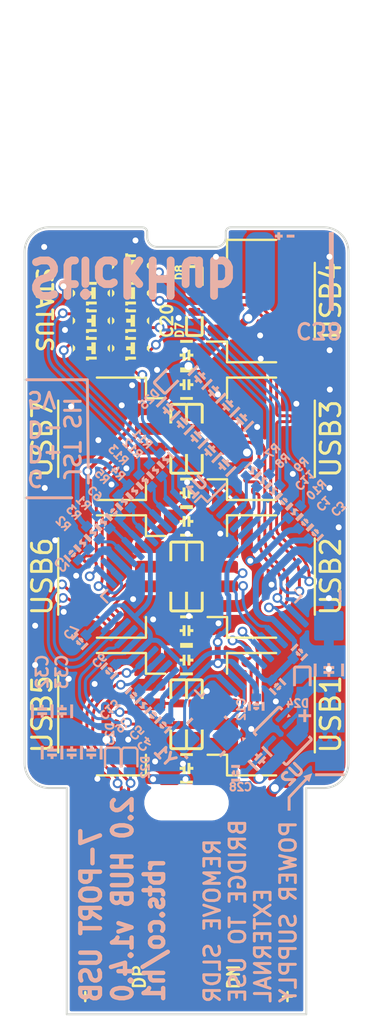
<source format=kicad_pcb>
(kicad_pcb (version 20211014) (generator pcbnew)
  (layers (0 "F.Cu" signal) (31 "B.Cu" signal) (34 "B.Paste" user) (35 "F.Paste" user) (36 "B.SilkS" user "B.Silkscreen") (37 "F.SilkS" user "F.Silkscreen") (38 "B.Mask" user) (39 "F.Mask" user) (44 "Edge.Cuts" user))
  (net 0 "")
  (net 1 "GND")
  (net 2 "+5V")
  (net 3 "Net-(C2-Pad1)")
  (net 4 "+3V3")
  (net 5 "+1V8")
  (net 6 "Net-(R3-Pad2)")
  (net 7 "Net-(R4-Pad2)")
  (net 8 "Net-(R5-Pad2)")
  (net 9 "Net-(R6-Pad1)")
  (net 12 "Net-(D15-PadGA)")
  (net 13 "Net-(D16-PadGA)")
  (net 14 "Net-(D17-PadGA)")
  (net 15 "Net-(D18-PadGA)")
  (net 16 "Net-(D19-PadGA)")
  (net 17 "Net-(D20-PadGA)")
  (net 18 "Net-(D21-PadGA)")
  (net 19 "/U1D-")
  (net 20 "/U1D+")
  (net 21 "/U2D-")
  (net 22 "/U2D+")
  (net 23 "/U3D-")
  (net 24 "/U3D+")
  (net 25 "/U4D-")
  (net 26 "/U4D+")
  (net 27 "/U5D-")
  (net 28 "/U5D+")
  (net 29 "/U6D-")
  (net 30 "/U6D+")
  (net 31 "/U7D-")
  (net 32 "/U7D+")
  (net 33 "/LED1")
  (net 34 "/D-")
  (net 35 "/D+")
  (net 36 "/LED2")
  (net 37 "/LED3")
  (net 38 "/LED4")
  (net 39 "/LED5")
  (net 40 "/LED6")
  (net 41 "/LED7")
  (net 42 "/LC")
  (net 43 "/XO")
  (net 44 "/XI")
  (net 45 "VIN")
  (net 46 "Net-(C28-Pad1)")
  (net 47 "Net-(J1-Pad1)")
  (footprint "Diode_SMD:1006_C" (layer "F.Cu") (at 150.4 96.75 -90)
    (fp_text reference "D4" hide)
    (fp_text value "TVS")
  )
  (footprint "Connector_JST:JST_SH_SM04B-SRSS-TB_1x04-1MP_P1.00mm_Horizontal" (layer "F.Cu") (at 146.15 97.75 -90)
    (fp_text reference "J7" hide)
    (fp_text value "USB6")
  )
  (footprint "Connector_JST:JST_SH_SM04B-SRSS-TB_1x04-1MP_P1.00mm_Horizontal" (layer "F.Cu") (at 146.15 90.75 -90)
    (fp_text reference "J8" hide)
    (fp_text value "USB7")
  )
  (footprint "Diode_SMD:1006_C" (layer "F.Cu") (at 149.6 105.75 90)
    (fp_text reference "D10" hide)
    (fp_text value "TVS")
  )
  (footprint "Capacitor_SMD:2012_C" (layer "F.Cu") (at 150 93.5 180)
    (fp_text reference "C18" hide)
    (fp_text value "0.1uF 100V")
  )
  (footprint "Capacitor_SMD:2012_C" (layer "F.Cu") (at 150 100.5 180)
    (fp_text reference "C16" hide)
    (fp_text value "0.1uF 100V")
  )
  (footprint "LED_SMD:Duo_LED_1.6x0.8_Kingbright_APHB1608LZGKSURKC" (layer "F.Cu") (at 147.152792 86.15)
    (fp_text reference "D15" hide)
    (fp_text value "USB")
  )
  (footprint "Capacitor_SMD:2012_C" (layer "F.Cu") (at 150 107.5 180)
    (fp_text reference "C14" hide)
    (fp_text value "0.1uF 100V")
  )
  (footprint "Diode_SMD:1006_C" (layer "F.Cu") (at 150.4 82.75 -90)
    (fp_text reference "D8")
    (fp_text value "TVS")
  )
  (footprint "Diode_SMD:1006_C" (layer "F.Cu") (at 149.6 103.75 -90)
    (fp_text reference "D9" hide)
    (fp_text value "TVS")
  )
  (footprint "LED_SMD:Duo_LED_1.6x0.8_Kingbright_APHB1608LZGKSURKC" (layer "F.Cu") (at 147.152792 84.75)
    (fp_text reference "D16" hide)
    (fp_text value "USB")
  )
  (footprint "Diode_SMD:1006_C" (layer "F.Cu") (at 150.4 105.75 90)
    (fp_text reference "D1" hide)
    (fp_text value "TVS")
  )
  (footprint "Diode_SMD:1006_C" (layer "F.Cu") (at 150.4 91.75 90)
    (fp_text reference "D5" hide)
    (fp_text value "TVS")
  )
  (footprint "Diode_SMD:1006_C" (layer "F.Cu") (at 150.4 98.75 90)
    (fp_text reference "D3" hide)
    (fp_text value "TVS")
  )
  (footprint "Capacitor_SMD:2012_C" (layer "F.Cu") (at 150 102)
    (fp_text reference "C15" hide)
    (fp_text value "0.1uF 100V")
  )
  (footprint "Connector_JST:JST_SH_SM04B-SRSS-TB_1x04-1MP_P1.00mm_Horizontal" (layer "F.Cu") (at 153.85 104.75 90)
    (fp_text reference "J2" hide)
    (fp_text value "USB1")
  )
  (footprint "LED_SMD:Duo_LED_1.6x0.8_Kingbright_APHB1608LZGKSURKC" (layer "F.Cu") (at 145.152792 86.15)
    (fp_text reference "D19" hide)
    (fp_text value "USB")
  )
  (footprint "Connector_JST:JST_SH_SM04B-SRSS-TB_1x04-1MP_P1.00mm_Horizontal" (layer "F.Cu") (at 153.85 83.75 90)
    (fp_text reference "J5" hide)
    (fp_text value "USB4")
  )
  (footprint "Capacitor_SMD:2012_C" (layer "F.Cu") (at 150 86.5 180)
    (fp_text reference "C20")
    (fp_text value "0.1uF 100V")
  )
  (footprint "LED_SMD:Duo_LED_1.6x0.8_Kingbright_APHB1608LZGKSURKC" (layer "F.Cu") (at 145.152792 84.75)
    (fp_text reference "D20" hide)
    (fp_text value "USB")
  )
  (footprint "Diode_SMD:1006_C" (layer "F.Cu") (at 150.4 89.75 -90)
    (fp_text reference "D6" hide)
    (fp_text value "TVS")
  )
  (footprint "Connector_USB:USB_A_PCB_traces_small" (layer "F.Cu") (at 150 120 90)
    (fp_text reference "J1" hide)
    (fp_text value "HOST" hide)
  )
  (footprint "Capacitor_SMD:2012_C" (layer "F.Cu") (at 150 94.95)
    (fp_text reference "C17" hide)
    (fp_text value "0.1uF 100V")
  )
  (footprint "Diode_SMD:1006_C" (layer "F.Cu") (at 150.4 84.75 90)
    (fp_text reference "D7")
    (fp_text value "TVS")
  )
  (footprint "Diode_SMD:1006_C" (layer "F.Cu") (at 149.6 91.75 90)
    (fp_text reference "D14" hide)
    (fp_text value "TVS")
  )
  (footprint "LED_SMD:Duo_LED_1.6x0.8_Kingbright_APHB1608LZGKSURKC" (layer "F.Cu") (at 145.152792 83.35)
    (fp_text reference "D21" hide)
    (fp_text value "USB")
  )
  (footprint "Connector_JST:JST_SH_SM04B-SRSS-TB_1x04-1MP_P1.00mm_Horizontal" (layer "F.Cu") (at 153.85 90.75 90)
    (fp_text reference "J4" hide)
    (fp_text value "USB3")
  )
  (footprint "Diode_SMD:1006_C" (layer "F.Cu") (at 149.6 96.75 -90)
    (fp_text reference "D11" hide)
    (fp_text value "TVS")
  )
  (footprint "Connector_JST:JST_SH_SM04B-SRSS-TB_1x04-1MP_P1.00mm_Horizontal" (layer "F.Cu") (at 146.15 104.75 -90)
    (fp_text reference "J6" hide)
    (fp_text value "USB5")
  )
  (footprint "Capacitor_SMD:2012_C" (layer "F.Cu") (at 150 88)
    (fp_text reference "C19" hide)
    (fp_text value "0.1uF 100V")
  )
  (footprint "LED_SMD:Duo_LED_1.6x0.8_Kingbright_APHB1608LZGKSURKC" (layer "F.Cu") (at 147.152792 83.35)
    (fp_text reference "D17" hide)
    (fp_text value "USB")
  )
  (footprint "LED_SMD:Duo_LED_1.6x0.8_Kingbright_APHB1608LZGKSURKC" (layer "F.Cu") (at 147.152792 81.95)
    (fp_text reference "D18" hide)
    (fp_text value "USB")
  )
  (footprint "Diode_SMD:1006_C" (layer "F.Cu") (at 150.4 103.75 -90)
    (fp_text reference "D2" hide)
    (fp_text value "TVS")
  )
  (footprint "Diode_SMD:1006_C" (layer "F.Cu") (at 149.6 98.75 90)
    (fp_text reference "D12" hide)
    (fp_text value "TVS")
  )
  (footprint "MountingHole:Plain_Hole_3mm" (layer "F.Cu") (at 150 109.25)
    (fp_text reference "H1")
    (fp_text value "Strap")
  )
  (footprint "Connector_JST:JST_SH_SM04B-SRSS-TB_1x04-1MP_P1.00mm_Horizontal" (layer "F.Cu") (at 153.85 97.75 90)
    (fp_text reference "J3" hide)
    (fp_text value "USB2")
  )
  (footprint "Diode_SMD:1006_C" (layer "F.Cu") (at 149.6 89.75 -90)
    (fp_text reference "D13" hide)
    (fp_text value "TVS")
  )
  (footprint "Capacitor_SMD:1608_C" (layer "B.Cu") (at 151.392893 88.342893 45)
    (fp_text reference "C36" hide)
    (fp_text value "22uF 10V")
  )
  (footprint "Resistor_SMD:1005_C" (layer "B.Cu") (at 153.37132 92.343146 -135)
    (fp_text reference "R7")
    (fp_text value "470")
  )
  (footprint "Capacitor_SMD:1608_C" (layer "B.Cu") (at 142.65 104.6 90)
    (fp_text reference "C32")
    (fp_text value "22uF 10V")
  )
  (footprint "Diode_SMD:1006_C" (layer "B.Cu") (at 146.25 107.2 -90)
    (fp_text reference "D23")
    (fp_text value "TVS")
  )
  (footprint "Capacitor_SMD:1608_C" (layer "B.Cu") (at 150.685786 87.635786 45)
    (fp_text reference "C37" hide)
    (fp_text value "22uF 10V")
  )
  (footprint "Capacitor_SMD:1005_C" (layer "B.Cu") (at 154.96231 93.934136 45)
    (fp_text reference "C11")
    (fp_text value "0.1uF")
  )
  (footprint "Resistor_SMD:1005_C" (layer "B.Cu") (at 147.891242 92.873476 -45)
    (fp_text reference "R13")
    (fp_text value "470")
  )
  (footprint "Package_DFN_QFN:TDFN-8_1.5x2mm_Fused-Lead_JEDEC_MO-252_W2015D" (layer "B.Cu") (at 154.9 105.85 -135)
    (fp_text reference "U2")
    (fp_text value "Dialog_SLG5NT1487V")
  )
  (footprint "SH_Solder_Pads:1P-1.5x1.5" (layer "B.Cu") (at 157.25 100.25)
    (fp_text reference "J9" hide)
    (fp_text value "EXTGND" hide)
  )
  (footprint "Resistor_SMD:1005_C" (layer "B.Cu") (at 147.360912 93.403806 -45)
    (fp_text reference "R4")
    (fp_text value "100k")
  )
  (footprint "Capacitor_SMD:1005_C" (layer "B.Cu") (at 155.75 101.6 45)
    (fp_text reference "C8" hide)
    (fp_text value "0.1uF")
  )
  (footprint "Resistor_SMD:1005_C" (layer "B.Cu") (at 148.951902 91.812816 -45)
    (fp_text reference "R11")
    (fp_text value "470")
  )
  (footprint "Capacitor_SMD:1005_C" (layer "B.Cu") (at 146.05 102.55 -135)
    (fp_text reference "C6")
    (fp_text value "0.1uF")
  )
  (footprint "Capacitor_SMD:1005_C" (layer "B.Cu") (at 144.178932 96.585787 135)
    (fp_text reference "C2")
    (fp_text value "0.1uF")
  )
  (footprint "Resistor_SMD:1005_C" (layer "B.Cu") (at 147.8 104.3 -135)
    (fp_text reference "R6")
    (fp_text value "2.7k")
  )
  (footprint "Capacitor_SMD:1005_C" (layer "B.Cu") (at 148.8 105.3 -135)
    (fp_text reference "C4")
    (fp_text value "10uF 6.3V")
  )
  (footprint "Diode_SMD:1006_C" (layer "B.Cu") (at 155.9 103.1 -90)
    (fp_text reference "D24")
    (fp_text value "5V")
  )
  (footprint "Symbol:Creative_Commons_BY_Mask" (layer "B.Cu") (at 146.75 86.25)
    (fp_text reference "LOGO2" hide)
    (fp_text value "Logo" hide)
  )
  (footprint "Diode_SMD:1006_C" (layer "B.Cu") (at 149.15 87.65 45)
    (fp_text reference "D25")
    (fp_text value "5V")
  )
  (footprint "Resistor_SMD:1005_C" (layer "B.Cu") (at 155.49264 94.464466 -135)
    (fp_text reference "R10")
    (fp_text value "470")
  )
  (footprint "Resistor_SMD:1005_C" (layer "B.Cu") (at 144.709262 96.055456 135)
    (fp_text reference "R2")
    (fp_text value "100k")
  )
  (footprint "Resistor_SMD:1005_C" (layer "B.Cu") (at 153.90165 92.873476 -135)
    (fp_text reference "R8")
    (fp_text value "470")
  )
  (footprint "Capacitor_SMD:1005_C" (layer "B.Cu") (at 152.5 107.75 180)
    (fp_text reference "C28")
    (fp_text value "15nF")
  )
  (footprint "Capacitor_SMD:1005_C" (layer "B.Cu") (at 156.5533 95.525126 45)
    (fp_text reference "C3")
    (fp_text value "10uF 6.3V")
  )
  (footprint "Capacitor_SMD:1005_C" (layer "B.Cu") (at 148.3 104.8 -135)
    (fp_text reference "C5")
    (fp_text value "0.1uF")
  )
  (footprint "Capacitor_SMD:1608_C" (layer "B.Cu") (at 153.75 107 135)
    (fp_text reference "C22" hide)
    (fp_text value "22uF 10V")
  )
  (footprint "Capacitor_SMD:1608_C" (layer "B.Cu") (at 151.2 91.35 -135)
    (fp_text reference "C26" hide)
    (fp_text value "22uF 10V")
  )
  (footprint "Symbol:Creative_Commons_CC_Mask" (layer "B.Cu") (at 145.25 86.25 180)
    (fp_text reference "LOGO1" hide)
    (fp_text value "Logo" hide)
  )
  (footprint "Symbol:Creative_Commons_NC_Mask" (layer "B.Cu") (at 145.25 84.75)
    (fp_text reference "LOGO3" hide)
    (fp_text value "Logo" hide)
  )
  (footprint "Symbol:Creative_Commons_SA_Mask" (layer "B.Cu") (at 146.75 84.75)
    (fp_text reference "LOGO4" hide)
    (fp_text value "Logo" hide)
  )
  (footprint "Capacitor_SMD:1608_C" (layer "B.Cu") (at 150.492893 90.642893 -135)
    (fp_text reference "C25" hide)
    (fp_text value "22uF 10V")
  )
  (footprint "Crystal:Crystal_4-SMD_2.5x2mm" (layer "B.Cu") (at 150.997487 105.927135 -135)
    (fp_text reference "Y1")
    (fp_text value "12MHz 50ppm 16-20pF" hide)
  )
  (footprint "Capacitor_SMD:1608_C" (layer "B.Cu") (at 152.807107 89.757107 45)
    (fp_text reference "C34" hide)
    (fp_text value "22uF 10V")
  )
  (footprint "Capacitor_SMD:1608_C" (layer "B.Cu") (at 144.15 106.7 -90)
    (fp_text reference "C29" hide)
    (fp_text value "22uF 10V")
  )
  (footprint "Resistor_SMD:1005_C" (layer "B.Cu") (at 148.421572 92.343146 -45)
    (fp_text reference "R12")
    (fp_text value "470")
  )
  (footprint "Diode_SMD:1006_C" (layer "B.Cu") (at 147.1 107.2 -90)
    (fp_text reference "D22")
    (fp_text value "TVS")
  )
  (footprint "Package_QFP:LQFP-48_7x7mm_P0.5mm" (layer "B.Cu") (at 150.75 98.75 -135)
    (fp_text reference "U1")
    (fp_text value "MaxLinear_XR22417-48")
  )
  (footprint "SH_Solder_Pads:JP-2_1.5x1.5" (layer "B.Cu") (at 157.25 105.9 90)
    (fp_text reference "JP1" hide)
    (fp_text value "EXTPWR")
  )
  (footprint "Resistor_SMD:1005_C" (layer "B.Cu") (at 145.769922 94.994796 -45)
    (fp_text reference "R1")
    (fp_text value "10k")
  )
  (footprint "Resistor_SMD:1005_C" (layer "B.Cu") (at 154.43198 93.403806 -135)
    (fp_text reference "R9")
    (fp_text value "470")
  )
  (footprint "Capacitor_SMD:1608_C" (layer "B.Cu") (at 149.785785 89.935786 -135)
    (fp_text reference "C24" hide)
    (fp_text value "22uF 10V")
  )
  (footprint "Capacitor_SMD:1608_C" (layer "B.Cu") (at 152.1 89.05 45)
    (fp_text reference "C35" hide)
    (fp_text value "22uF 10V")
  )
  (footprint "Capacitor_SMD:CP_Elec_6.3x11_Board_Edge_Mirrored" (layer "B.Cu") (at 155 80 180)
    (fp_text reference "C38")
    (fp_text value "330uF 10V")
  )
  (footprint "Capacitor_SMD:1005_C" (layer "B.Cu") (at 144.562816 101.048097 -135)
    (fp_text reference "C7")
    (fp_text value "0.1uF")
  )
  (footprint "Capacitor_SMD:1005_C" (layer "B.Cu") (at 156.02297 94.994796 45)
    (fp_text reference "C1")
    (fp_text value "1uF 10V")
  )
  (footprint "Capacitor_SMD:1005_C" (layer "B.Cu") (at 146.300252 94.464466 135)
    (fp_text reference "C9")
    (fp_text value "0.1uF")
  )
  (footprint "Capacitor_SMD:1005_C" (layer "B.Cu") (at 147.3 103.8 -135)
    (fp_text reference "C13")
    (fp_text value "0.1uF")
  )
  (footprint "Capacitor_SMD:1005_C" (layer "B.Cu") (at 154.639086 103.346194 -45)
    (fp_text reference "C10" hide)
    (fp_text value "0.1uF")
  )
  (footprint "Capacitor_SMD:1608_C" (layer "B.Cu") (at 143.15 106.7 -90)
    (fp_text reference "C31" hide)
    (fp_text value "22uF 10V")
  )
  (footprint "Capacitor_SMD:1005_C" (layer "B.Cu") (at 153.55 104.35 -90)
    (fp_text reference "C12")
    (fp_text value "0.1uF")
  )
  (footprint "Resistor_SMD:1005_C" (layer "B.Cu") (at 146.830582 93.934136 -45)
    (fp_text reference "R5")
    (fp_text value "100k")
  )
  (footprint "Capacitor_SMD:1608_C" (layer "B.Cu") (at 143.65 104.6 90)
    (fp_text reference "C33")
    (fp_text value "22uF 10V")
  )
  (footprint "Capacitor_SMD:1608_C" (layer "B.Cu") (at 145.15 106.7 -90)
    (fp_text reference "C30" hide)
    (fp_text value "22uF 10V")
  )
  (footprint "Resistor_SMD:1005_C" (layer "B.Cu") (at 145.239592 95.525126 -45)
    (fp_text reference "R3")
    (fp_text value "100k")
  )
  (footprint "Capacitor_SMD:1608_C" (layer "B.Cu") (at 151.907106 92.057107 -135)
    (fp_text reference "C27" hide)
    (fp_text value "22uF 10V")
  )
  (footprint "Capacitor_SMD:1608_C" (layer "B.Cu") (at 149.078679 89.22868 -135)
    (fp_text reference "C23" hide)
    (fp_text value "22uF 10V")
  )
  (footprint "Capacitor_SMD:2012_C" (layer "B.Cu") (at 157.25 102.5 90)
    (fp_text reference "C21" hide)
    (fp_text value "0.1uF 100V")
  )
  (gr_line (start 144.95 87.75) (end 145 93) (layer "B.SilkS") (width 0.15))
  (gr_line (start 141.875 87.75) (end 144.95 87.75) (layer "B.SilkS") (width 0.15))
  (gr_line (start 144.15 93.75) (end 141.875 93.75) (layer "B.SilkS") (width 0.15))
  (gr_poly (pts (xy 156.25 108.2) (xy 156.15 108.1) (xy 155.3 109) (xy 155.3 109.65) (xy 155.15 109.65) (xy 155.15 108.95) (xy 156.05 108) (xy 155.95 107.9) (xy 156.4 107.75)) (layer "B.SilkS") (width 0) (fill solid))
  (gr_poly (pts (xy 157.9 99.05) (xy 157.75 99.05) (xy 157.75 98.45) (xy 157.9 98.45)) (layer "B.SilkS") (width 0) (fill solid))
  (gr_poly (pts (xy 156.1 104.75) (xy 156.35 104.75) (xy 156.35 104.9) (xy 156.1 104.9) (xy 156.1 105.15) (xy 155.95 105.15) (xy 155.95 104.9) (xy 155.7 104.9) (xy 155.7 104.75) (xy 155.95 104.75) (xy 155.95 104.5) (xy 156.1 104.5)) (layer "B.SilkS") (width 0) (fill solid))
  (gr_line (start 152.25 80) (end 157 80) (layer "Edge.Cuts") (width 0.1))
  (gr_line (start 148.5 81) (end 151.5 81) (layer "Edge.Cuts") (width 0.1))
  (gr_line (start 157 108.5) (end 156.1 108.5) (layer "Edge.Cuts") (width 0.1))
  (gr_line (start 141.75 107.25) (end 141.75 81.25) (layer "Edge.Cuts") (width 0.1))
  (gr_line (start 156.1 120) (end 156.1 108.5) (layer "Edge.Cuts") (width 0.1))
  (gr_line (start 148 80.25) (end 148 80.5) (layer "Edge.Cuts") (width 0.1))
  (gr_arc (start 152 80.25) (mid 152.073223 80.073223) (end 152.25 80) (layer "Edge.Cuts") (width 0.1))
  (gr_line (start 143.9 120) (end 143.9 108.5) (layer "Edge.Cuts") (width 0.1))
  (gr_arc (start 141.75 81.25) (mid 142.116117 80.366117) (end 143 80) (layer "Edge.Cuts") (width 0.1))
  (gr_arc (start 147.75 80) (mid 147.926777 80.073223) (end 148 80.25) (layer "Edge.Cuts") (width 0.1))
  (gr_arc (start 143 108.5) (mid 142.116117 108.133883) (end 141.75 107.25) (layer "Edge.Cuts") (width 0.1))
  (gr_line (start 143.9 120) (end 156.1 120) (layer "Edge.Cuts") (width 0.1))
  (gr_line (start 158.25 81.25) (end 158.25 107.25) (layer "Edge.Cuts") (width 0.1))
  (gr_line (start 143 80) (end 147.75 80) (layer "Edge.Cuts") (width 0.1))
  (gr_arc (start 158.25 107.25) (mid 157.883883 108.133883) (end 157 108.5) (layer "Edge.Cuts") (width 0.1))
  (gr_arc (start 157 80) (mid 157.883883 80.366117) (end 158.25 81.25) (layer "Edge.Cuts") (width 0.1))
  (gr_arc (start 148.5 81) (mid 148.146447 80.853553) (end 148 80.5) (layer "Edge.Cuts") (width 0.1))
  (gr_line (start 143.9 108.5) (end 143 108.5) (layer "Edge.Cuts") (width 0.1))
  (gr_arc (start 152 80.5) (mid 151.853553 80.853553) (end 151.5 81) (layer "Edge.Cuts") (width 0.1))
  (gr_line (start 152 80.5) (end 152 80.25) (layer "Edge.Cuts") (width 0.1))
  (gr_text "G" (at 141.8 92.75 180) (layer "B.SilkS") (effects (font (size 0.8 0.8)) (justify left mirror)))
  (gr_text "D-" (at 141.8 90.25 180) (layer "B.SilkS") (effects (font (size 0.8 0.8)) (justify left mirror)))
  (gr_text "JST SH" (at 144.15 90.75 270) (layer "B.SilkS") (effects (font (size 0.8 0.8)) (justify mirror)))
  (gr_text "StickHub" (at 147.25 82.5 180) (layer "B.SilkS") (effects (font (size 1.8 1.6) (thickness 0.4)) (justify mirror)))
  (gr_text "D+" (at 141.8 91.5 180) (layer "B.SilkS") (effects (font (size 0.8 0.8)) (justify left mirror)))
  (gr_text "5V" (at 141.8 88.75 180) (layer "B.SilkS") (effects (font (size 0.8 0.8)) (justify left mirror)))
  (gr_text "REMOVE SLDR\nBRIDGE TO USE\nEXTERNAL\nPOWER SUPPLY" (at 153.25 119.5 90) (layer "B.SilkS") (effects (font (size 0.8 0.8)) (justify right mirror)))
  (gr_text "7-PORT USB\n2.0 HUB v1.4.0\nrbts.co/h1" (at 146.75 119.5 90) (layer "B.SilkS") (effects (font (size 1 0.9) (thickness 0.225)) (justify right mirror)))
  (gr_text "STATUS" (at 142.75 84.2 270) (layer "F.SilkS") (effects (font (size 0.8 0.8))))
  (segment (start 143.69 85.34) (end 143.81 85.22) (width 0.15) (layer "F.Cu") (net 1))
  (segment (start 145.46 108.03) (end 144.755 108.03) (width 0.6) (layer "F.Cu") (net 1))
  (segment (start 149.5 89.265) (end 150.5 89.265) (width 0.25) (layer "F.Cu") (net 1))
  (segment (start 155.875 94.95) (end 157.45 94.95) (width 0.4) (layer "F.Cu") (net 1))
  (segment (start 155.875 93.55) (end 156.175 93.25) (width 0.4) (layer "F.Cu") (net 1))
  (segment (start 153.78 86.68) (end 153.78 85.53) (width 0.15) (layer "F.Cu") (net 1))
  (segment (start 150.5 92.235) (end 150.03 92.705) (width 0.4) (layer "F.Cu") (net 1))
  (segment (start 142.25 85.34) (end 143.69 85.34) (width 0.15) (layer "F.Cu") (net 1))
  (segment (start 151.85 95.7) (end 151.72 95.57) (width 0.25) (layer "F.Cu") (net 1))
  (segment (start 143.041636 100.25) (end 142.29 100.25) (width 0.4) (layer "F.Cu") (net 1))
  (segment (start 144.125 87.95) (end 142.45 87.95) (width 0.4) (layer "F.Cu") (net 1))
  (segment (start 150.825 88) (end 150.825 88.075) (width 0.5) (layer "F.Cu") (net 1))
  (segment (start 148.3 92.55) (end 148 92.25) (width 0.4) (layer "F.Cu") (net 1))
  (segment (start 143.31 96.64) (end 143.31 95.91) (width 0.15) (layer "F.Cu") (net 1))
  (segment (start 152 82.25) (end 154.575 82.25) (width 0.15) (layer "F.Cu") (net 1))
  (segment (start 150.5 92.235) (end 149.5 92.235) (width 0.25) (layer "F.Cu") (net 1))
  (segment (start 148.5 87.638006) (end 148.5 87.25) (width 0.4) (layer "F.Cu") (net 1))
  (segment (start 156.175 93.25) (end 157.28 93.25) (width 0.4) (layer "F.Cu") (net 1))
  (segment (start 150.5 89.265) (end 151.985 89.265) (width 0.25) (layer "F.Cu") (net 1))
  (segment (start 149.94999 84.653056) (end 149.86999 84.573056) (width 0.15) (layer "F.Cu") (net 1))
  (segment (start 148 99.25) (end 149.616884 99.25) (width 0.4) (layer "F.Cu") (net 1))
  (segment (start 148 106.25) (end 147.24 106.25) (width 0.25) (layer "F.Cu") (net 1))
  (segment (start 149.5 92.235) (end 148.015 92.235) (width 0.25) (layer "F.Cu") (net 1))
  (segment (start 142.25 85.34) (end 142.25 81.5) (width 0.4) (layer "F.Cu") (net 1))
  (segment (start 144.755 108.03) (end 144.275 107.55) (width 0.6) (layer "F.Cu") (net 1))
  (segment (start 147.24 106.25) (end 147.03 106.04) (width 0.25) (layer "F.Cu") (net 1))
  (segment (start 150.195 95.58) (end 150.825 94.95) (width 0.5) (layer "F.Cu") (net 1))
  (segment (start 149.86999 82.926944) (end 149.94999 82.846944) (width 0.15) (layer "F.Cu") (net 1))
  (segment (start 152 89.25) (end 152.420453 89.25) (width 0.4) (layer "F.Cu") (net 1))
  (segment (start 152 103.25) (end 150.515 103.25) (width 0.4) (layer "F.Cu") (net 1))
  (segment (start 150.5 96.265) (end 150.5 96.02) (width 0.4) (layer "F.Cu") (net 1))
  (segment (start 147.300003 88.100003) (end 148.038003 88.100003) (width 0.4) (layer "F.Cu") (net 1))
  (segment (start 148.015 106.235) (end 148 106.25) (width 0.4) (layer "F.Cu") (net 1))
  (segment (start 144 102.95) (end 142.99 102.95) (width 0.4) (layer "F.Cu") (net 1))
  (segment (start 143.31 95.765) (end 144.125 94.95) (width 0.25) (layer "F.Cu") (net 1))
  (segment (start 148.038003 88.100003) (end 148.5 87.638006) (width 0.4) (layer "F.Cu") (net 1))
  (segment (start 150.5 82.265) (end 151.985 82.265) (width 0.15) (layer "F.Cu") (net 1))
  (segment (start 145.32 103.21) (end 144.26 103.21) (width 0.4) (layer "F.Cu") (net 1))
  (segment (start 155.875 100.55) (end 156.57 100.55) (width 0.25) (layer "F.Cu") (net 1))
  (segment (start 144.125 89.115) (end 144.12 89.11) (width 0.25) (layer "F.Cu") (net 1))
  (segment (start 150.5 103.265) (end 150.57 103.195) (width 0.4) (layer "F.Cu") (net 1))
  (segment (start 146.938761 92.25) (end 146.180031 93.00873) (width 0.25) (layer "F.Cu") (net 1))
  (segment (start 149.616884 99.25) (end 150.124571 99.757687) (width 0.4) (layer "F.Cu") (net 1))
  (segment (start 144.125 89.105) (end 144.12 89.11) (width 0.4) (layer "F.Cu") (net 1))
  (segment (start 144.125 94.95) (end 144.125 93.55) (width 0.25) (layer "F.Cu") (net 1))
  (segment (start 149.86999 84.573056) (end 149.86999 84.026944) (width 0.15) (layer "F.Cu") (net 1))
  (segment (start 142.45 87.95) (end 142.25 87.75) (width 0.4) (layer "F.Cu") (net 1))
  (segment (start 148 99.25) (end 147.63 99.25) (width 0.25) (layer "F.Cu") (net 1))
  (segment (start 150.03 92.705) (end 150.03 92.96) (width 0.4) (layer "F.Cu") (net 1))
  (segment (start 143.31 95.91) (end 143.31 95.765) (width 0.25) (layer "F.Cu") (net 1))
  (segment (start 157 87.95) (end 157.3 88.25) (width 0.4) (layer "F.Cu") (net 1))
  (segment (start 149.86999 84.026944) (end 149.85 84.006954) (width 0.15) (layer "F.Cu") (net 1))
  (segment (start 145.75 114.71) (end 145.75 108.5) (width 0.6) (layer "F.Cu") (net 1))
  (segment (start 144.125 107.55) (end 144.8 107.55) (width 0.4) (layer "F.Cu") (net 1))
  (segment (start 144.125 107.55) (end 144.98 107.55) (width 0.15) (layer "F.Cu") (net 1))
  (segment (start 145.75 108.32) (end 145.46 108.03) (width 0.6) (layer "F.Cu") (net 1))
  (segment (start 151.985 82.265) (end 152 82.25) (width 0.15) (layer "F.Cu") (net 1))
  (segment (start 151.835 96.265) (end 151.85 96.25) (width 0.25) (layer "F.Cu") (net 1))
  (segment (start 144.125 87.95) (end 147.15 87.95) (width 0.15) (layer "F.Cu") (net 1))
  (segment (start 144.98 107.55) (end 145.46 108.03) (width 0.15) (layer "F.Cu") (net 1))
  (segment (start 154.575 82.25) (end 155.875 80.95) (width 0.15) (layer "F.Cu") (net 1))
  (segment (start 151.985 103.265) (end 152 103.25) (width 0.4) (layer "F.Cu") (net 1))
  (segment (start 156.57 100.55) (end 157.8 99.32) (width 0.25) (layer "F.Cu") (net 1))
  (segment (start 149.94999 82.81501) (end 150.5 82.265) (width 0.15) (layer "F.Cu") (net 1))
  (segment (start 155.725 101.95) (end 156.75 101.95) (width 0.25) (layer "F.Cu") (net 1))
  (segment (start 150.515 103.25) (end 150.5 103.265) (width 0.4) (layer "F.Cu") (net 1))
  (segment (start 150.5 96.02) (end 150.06 95.58) (width 0.4) (layer "F.Cu") (net 1))
  (segment (start 157.8 99.32) (end 157.8 96.875) (width 0.25) (layer "F.Cu") (net 1))
  (segment (start 146.19 115.15) (end 145.75 114.71) (width 0.6) (layer "F.Cu") (net 1))
  (segment (start 150.5 96.265) (end 151.835 96.265) (width 0.25) (layer "F.Cu") (net 1))
  (segment (start 149.911324 85.823676) (end 149.911324 86.248711) (width 0.4) (layer "F.Cu") (net 1))
  (segment (start 142.25 87.75) (end 142.25 85.34) (width 0.4) (layer "F.Cu") (net 1))
  (segment (start 149.86999 83.473056) (end 149.86999 82.926944) (width 0.15) (layer "F.Cu") (net 1))
  (segment (start 142.99 102.95) (end 142.29 102.25) (width 0.4) (layer "F.Cu") (net 1))
  (segment (start 149.5 106.235) (end 148.015 106.235) (width 0.4) (layer "F.Cu") (net 1))
  (segment (start 156.73 80.95) (end 157.28 81.5) (width 0.4) (layer "F.Cu") (net 1))
  (segment (start 144.38 97.71) (end 143.31 96.64) (width 0.15) (layer "F.Cu") (net 1))
  (segment (start 153.78 85.53) (end 153.75 85.5) (width 0.15) (layer "F.Cu") (net 1))
  (segment (start 155.59501 88.22999) (end 155.59501 88.97) (width 0.15) (layer "F.Cu") (net 1))
  (segment (start 144.26 103.21) (end 144 102.95) (width 0.4) (layer "F.Cu") (net 1))
  (segment (start 149.85 83.493046) (end 149.86999 83.473056) (width 0.15) (layer "F.Cu") (net 1))
  (segment (start 144.125 93.55) (end 144.125 89.115) (width 0.25) (layer "F.Cu") (net 1))
  (segment (start 157.8 96.875) (end 155.875 94.95) (width 0.25) (layer "F.Cu") (net 1))
  (segment (start 144.8 107.55) (end 145.65 108.4) (width 0.4) (layer "F.Cu") (net 1))
  (segment (start 144.125 93.55) (end 143.08 93.55) (width 0.4) (layer "F.Cu") (net 1))
  (segment (start 150.825 88.075) (end 149.6 89.3) (width 0.5) (layer "F.Cu") (net 1))
  (segment (start 155.875 86.55) (end 155.875 87.95) (width 0.25) (layer "F.Cu") (net 1))
  (segment (start 151.5 81.5) (end 151.83 81.5) (width 0.4) (layer "F.Cu") (net 1))
  (segment (start 144.12 89.11) (end 144.12 89.43) (width 0.15) (layer "F.Cu") (net 1))
  (segment (start 148.015 92.235) (end 148 92.25) (width 0.25) (layer "F.Cu") (net 1))
  (segment (start 150.19 85.2) (end 149.6 84.61) (width 0.15) (layer "F.Cu") (net 1))
  (segment (start 149.5 96.25) (end 150.485 96.25) (width 0.15) (layer "F.Cu") (net 1))
  (segment (start 151.85 88.75) (end 151.6 88.5) (width 0.15) (layer "F.Cu") (net 1))
  (segment (start 155.875 93.55) (end 155.875 94.95) (width 0.25) (layer "F.Cu") (net 1))
  (segment (start 151.83 81.5) (end 152.38 80.95) (width 0.4) (layer "F.Cu") (net 1))
  (segment (start 144.125 87.95) (end 144.125 89.105) (width 0.4) (layer "F.Cu") (net 1))
  (segment (start 156.75 101.95) (end 157.25 102.45) (width 0.25) (layer "F.Cu") (net 1))
  (segment (start 150.5 85.235) (end 149.94999 84.68499) (width 0.15) (layer "F.Cu") (net 1))
  (segment (start 155.414117 93.089117) (end 155.414117 92.535883) (width 0.4) (layer "F.Cu") (net 1))
  (segment (start 145.75 108.5) (end 145.75 108.32) (width 0.6) (layer "F.Cu") (net 1))
  (segment (start 143.08 93.55) (end 142.78 93.25) (width 0.4) (layer "F.Cu") (net 1))
  (segment (start 149.94999 82.846944) (end 149.94999 82.81501) (width 0.15) (layer "F.Cu") (net 1))
  (segment (start 148 92.25) (end 146.938761 92.25) (width 0.15) (layer "F.Cu") (net 1))
  (segment (start 155.875 80.95) (end 152.38 80.95) (width 0.4) (layer "F.Cu") (net 1))
  (segment (start 155.875 93.55) (end 155.414117 93.089117) (width 0.4) (layer "F.Cu") (net 1))
  (segment (start 149.5 103.265) (end 150.5 103.265) (width 0.4) (layer "F.Cu") (net 1))
  (segment (start 155.875 100.55) (end 155.875 101.95) (width 0.25) (layer "F.Cu") (net 1))
  (segment (start 147.23 88.03) (end 147.300003 88.100003) (width 0.4) (layer "F.Cu") (net 1))
  (segment (start 149.175 107.5) (end 148.75 107.5) (width 0.4) (layer "F.Cu") (net 1))
  (segment (start 155.875 80.95) (end 155.875 86.55) (width 0.25) (layer "F.Cu") (net 1))
  (segment (start 151.85 89.25) (end 151.85 88.75) (width 0.15) (layer "F.Cu") (net 1))
  (segment (start 142.25 81.5) (end 142.75 81) (width 0.4) (layer "F.Cu") (net 1))
  (segment (start 146.180031 93.00873) (end 146.180031 93.072237) (width 0.25) (layer "F.Cu") (net 1))
  (segment (start 155.875 86.55) (end 156.175 86.25) (width 0.4) (layer "F.Cu") (net 1))
  (segment (start 150.5 85.235) (end 149.911324 85.823676) (width 0.4) (layer "F.Cu") (net 1))
  (segment (start 149.85 84.006954) (end 149.85 83.493046) (width 0.15) (layer "F.Cu") (net 1))
  (segment (start 150.5 106.235) (end 149.5 106.235) (width 0.4) (layer "F.Cu") (net 1))
  (segment (start 155.875 87.95) (end 157 87.95) (width 0.4) (layer "F.Cu") (net 1))
  (segment (start 151.85 96.25) (end 151.85 95.7) (width 0.25) (layer "F.Cu") (net 1))
  (segment (start 144.12 89.43) (end 145.51 90.82) (width 0.15) (layer "F.Cu") (net 1))
  (segment (start 150.485 96.25) (end 150.5 96.265) (width 0.15) (layer "F.Cu") (net 1))
  (segment (start 152.7 89.25) (end 153.6 90.15) (width 0.4) (layer "F.Cu") (net 1))
  (segment (start 148.75 107.5) (end 148.4 107.15) (width 0.4) (layer "F.Cu") (net 1))
  (segment (start 143.74501 99.546626) (end 143.041636 100.25) (width 0.4) (layer "F.Cu") (net 1))
  (segment (start 156.175 86.25) (end 157.29 86.25) (width 0.4) (layer "F.Cu") (net 1))
  (segment (start 151.85 89.25) (end 152.7 89.25) (width 0.4) (layer "F.Cu") (net 1))
  (segment (start 150.06 95.58) (end 150.195 95.58) (width 0.5) (layer "F.Cu") (net 1))
  (segment (start 151.985 89.265) (end 152 89.25) (width 0.25) (layer "F.Cu") (net 1))
  (segment (start 155.875 80.95) (end 156.73 80.95) (width 0.4) (layer "F.Cu") (net 1))
  (segment (start 157.45 94.95) (end 157.75 95.25) (width 0.4) (layer "F.Cu") (net 1))
  (segment (start 147.63 99.25) (end 147.28 98.9) (width 0.25) (layer "F.Cu") (net 1))
  (segment (start 151.7 88.95) (end 152 89.25) (width 0.4) (layer "F.Cu") (net 1))
  (segment (start 155.875 87.95) (end 155.59501 88.22999) (width 0.15) (layer "F.Cu") (net 1))
  (segment (start 150.4 85.2) (end 150.19 85.2) (width 0.15) (layer "F.Cu") (net 1))
  (segment (start 147.15 87.95) (end 147.23 88.03) (width 0.15) (layer "F.Cu") (net 1))
  (segment (start 149.94999 84.68499) (end 149.94999 84.653056) (width 0.15) (layer "F.Cu") (net 1))
  (via (at 157.25 102.45) (size 0.5) (drill 0.3) (layers "F.Cu" "B.Cu") (net 1))
  (via (at 151.5 81.5) (size 0.5) (drill 0.3) (layers "F.Cu" "B.Cu") (net 1))
  (via (at 142.78 93.25) (size 0.5) (drill 0.3) (layers "F.Cu" "B.Cu") (net 1))
  (via (at 150.124571 99.757687) (size 0.5) (drill 0.3) (layers "F.Cu" "B.Cu") (net 1))
  (via (at 146.180031 93.072237) (size 0.5) (drill 0.3) (layers "F.Cu" "B.Cu") (net 1))
  (via (at 157.3 88.25) (size 0.5) (drill 0.3) (layers "F.Cu" "B.Cu") (net 1))
  (via (at 142.29 100.25) (size 0.5) (drill 0.3) (layers "F.Cu" "B.Cu") (net 1))
  (via (at 142.75 81) (size 0.5) (drill 0.3) (layers "F.Cu" "B.Cu") (net 1))
  (via (at 150.03 92.96) (size 0.5) (drill 0.3) (layers "F.Cu" "B.Cu") (net 1))
  (via (at 148.3 99.93) (size 0.5) (drill 0.3) (layers "F.Cu" "B.Cu") (net 1))
  (via (at 157.25 98.85) (size 0.5) (drill 0.3) (layers "F.Cu" "B.Cu") (net 1))
  (via (at 148.4 107.15) (size 0.5) (drill 0.3) (layers "F.Cu" "B.Cu") (net 1))
  (via (at 147.23 88.03) (size 0.5) (drill 0.3) (layers "F.Cu" "B.Cu") (net 1))
  (via (at 157.28 81.5) (size 0.5) (drill 0.3) (layers "F.Cu" "B.Cu") (net 1))
  (via (at 149.819271 107.261475) (size 0.5) (drill 0.3) (layers "F.Cu" "B.Cu") (net 1))
  (via (at 157.29 86.25) (size 0.5) (drill 0.3) (layers "F.Cu" "B.Cu") (net 1))
  (via (at 153.78 86.68) (size 0.5) (drill 0.3) (layers "F.Cu" "B.Cu") (net 1))
  (via (at 143.31 95.91) (size 0.5) (drill 0.3) (layers "F.Cu" "B.Cu") (net 1))
  (via (at 147.03 106.04) (size 0.5) (drill 0.3) (layers "F.Cu" "B.Cu") (net 1))
  (via (at 147.28 98.9) (size 0.5) (drill 0.3) (layers "F.Cu" "B.Cu") (net 1))
  (via (at 157.28 93.25) (size 0.5) (drill 0.3) (layers "F.Cu" "B.Cu") (net 1))
  (via (at 142.29 102.25) (size 0.5) (drill 0.3) (layers "F.Cu" "B.Cu") (net 1))
  (via (at 151.72 95.57) (size 0.5) (drill 0.3) (layers "F.Cu" "B.Cu") (net 1))
  (via (at 155.414117 92.535883) (size 0.5) (drill 0.3) (layers "F.Cu" "B.Cu") (net 1))
  (via (at 151.034229 103.573736) (size 0.5) (drill 0.3) (layers "F.Cu" "B.Cu") (net 1))
  (via (at 146.7 89.05) (size 0.5) (drill 0.3) (layers "F.Cu" "B.Cu") (net 1))
  (via (at 148.5 87.25) (size 0.5) (drill 0.3) (layers "F.Cu" "B.Cu") (net 1))
  (via (at 153.3 105.5) (size 0.5) (drill 0.3) (layers "F.Cu" "B.Cu") (net 1))
  (via (at 154.331365 98.163517) (size 0.5) (drill 0.3) (layers "F.Cu" "B.Cu") (net 1))
  (via (at 150.06 95.58) (size 0.5) (drill 0.3) (layers "F.Cu" "B.Cu") (net 1))
  (via (at 143.81 85.22) (size 0.5) (drill 0.3) (layers "F.Cu" "B.Cu") (net 1))
  (via (at 157.75 95.25) (size 0.5) (drill 0.3) (layers "F.Cu" "B.Cu") (net 1))
  (via (at 153.75 85.5) (size 0.5) (drill 0.3) (layers "F.Cu" "B.Cu") (net 1))
  (via (at 143.74501 99.546626) (size 0.5) (drill 0.3) (layers "F.Cu" "B.Cu") (net 1))
  (via (at 153.6 90.15) (size 0.5) (drill 0.3) (layers "F.Cu" "B.Cu") (net 1))
  (via (at 151.629053 100.129053) (size 0.5) (drill 0.3) (layers "F.Cu" "B.Cu") (net 1))
  (via (at 147.4 80.67) (size 0.5) (drill 0.3) (layers "F.Cu" "B.Cu") (net 1))
  (via (at 144.12 89.11) (size 0.5) (drill 0.3) (layers "F.Cu" "B.Cu") (net 1))
  (via (at 144 102.95) (size 0.5) (drill 0.3) (layers "F.Cu" "B.Cu") (net 1))
  (via (at 145.46 108.03) (size 0.5) (drill 0.3) (layers "F.Cu" "B.Cu") (net 1))
  (via (at 144.38 97.71) (size 0.5) (drill 0.3) (layers "F.Cu" "B.Cu") (net 1))
  (via (at 154.55 104.1) (size 0.5) (drill 0.3) (layers "F.Cu" "B.Cu") (net 1))
  (via (at 149.911324 86.248711) (size 0.5) (drill 0.3) (layers "F.Cu" "B.Cu") (net 1))
  (via (at 146.938761 92.25) (size 0.5) (drill 0.3) (layers "F.Cu" "B.Cu") (net 1))
  (via (at 155.59501 88.97) (size 0.5) (drill 0.3) (layers "F.Cu" "B.Cu") (net 1))
  (via (at 145.32 103.21) (size 0.5) (drill 0.3) (layers "F.Cu" "B.Cu") (net 1))
  (via (at 145.51 90.82) (size 0.5) (drill 0.3) (layers "F.Cu" "B.Cu") (net 1))
  (via (at 151.6 88.5) (size 0.5) (drill 0.3) (layers "F.Cu" "B.Cu") (net 1))
  (via (at 149.6 84.61) (size 0.5) (drill 0.3) (layers "F.Cu" "B.Cu") (net 1))
  (segment (start 147.23 88.52) (end 146.7 89.05) (width 0.25) (layer "B.Cu") (net 1))
  (segment (start 157.25 102.45) (end 157.25 101.675) (width 0.25) (layer "B.Cu") (net 1))
  (segment (start 142.78 95.38) (end 142.78 93.25) (width 0.4) (layer "B.Cu") (net 1))
  (segment (start 144.244618 101.366295) (end 143.74501 100.866687) (width 0.4) (layer "B.Cu") (net 1))
  (segment (start 157.3 93.23) (end 157.28 93.25) (width 0.4) (layer "B.Cu") (net 1))
  (segment (start 148.472313 99.757687) (end 148.3 99.93) (width 0.25) (layer "B.Cu") (net 1))
  (segment (start 153.927728 105.761612) (end 153.55 105.383884) (width 0.25) (layer "B.Cu") (net 1))
  (segment (start 153.927728 105.761612) (end 153.927728 105.867678) (width 0.25) (layer "B.Cu") (net 1))
  (segment (start 151.103553 103.64306) (end 151.034229 103.573736) (width 0.4) (layer "B.Cu") (net 1))
  (segment (start 151.103553 104.831119) (end 151.103553 103.64306) (width 0.4) (layer "B.Cu") (net 1))
  (segment (start 155.59501 88.49501) (end 153.78 86.68) (width 0.15) (layer "B.Cu") (net 1))
  (segment (start 150.124571 99.757687) (end 151.257687 99.757687) (width 0.4) (layer "B.Cu") (net 1))
  (segment (start 147.28 97.754874) (end 147.28 98.9) (width 0.25) (layer "B.Cu") (net 1))
  (segment (start 154.957284 103.692716) (end 154.55 104.1) (width 0.25) (layer "B.Cu") (net 1))
  (segment (start 157.25 101.675) (end 157.25 100.25) (width 0.3) (layer "B.Cu") (net 1))
  (segment (start 147.780152 104.901829) (end 147.78015 104.901829) (width 0.4) (layer "B.Cu") (net 1))
  (segment (start 142.29 102.25) (end 142.29 100.25) (width 0.4) (layer "B.Cu") (net 1))
  (segment (start 157.29 86.25) (end 157.28 86.24) (width 0.4) (layer "B.Cu") (net 1))
  (segment (start 155.9 102.65) (end 156.068198 102.481802) (width 0.3) (layer "B.Cu") (net 1))
  (segment (start 145.837097 94.001311) (end 145.837097 93.415171) (width 0.25) (layer "B.Cu") (net 1))
  (segment (start 143.31 95.91) (end 142.78 95.38) (width 0.4) (layer "B.Cu") (net 1))
  (segment (start 152.05 107.75) (end 152.05 107.745406) (width 0.25) (layer "B.Cu") (net 1))
  (segment (start 143.74501 100.866687) (end 143.74501 99.546626) (width 0.4) (layer "B.Cu") (net 1))
  (segment (start 150.891421 107.023151) (end 151.433151 107.023151) (width 0.25) (layer "B.Cu") (net 1))
  (segment (start 143.667589 96.267589) (end 143.31 95.91) (width 0.25) (layer "B.Cu") (net 1))
  (segment (start 154.957284 103.664392) (end 154.957284 103.692716) (width 0.25) (layer "B.Cu") (net 1))
  (segment (start 150.463622 107.45095) (end 148.44095 107.45095) (width 0.25) (layer "B.Cu") (net 1))
  (segment (start 153.272703 105.527297) (end 153.3 105.5) (width 0.5) (layer "B.Cu") (net 1))
  (segment (start 148.510034 87.25) (end 148.5 87.25) (width 0.4) (layer "B.Cu") (net 1))
  (segment (start 156.068198 102.481802) (end 156.068198 101.281802) (width 0.3) (layer "B.Cu") (net 1))
  (segment (start 142.75 81) (end 147.07 81) (width 0.15) (layer "B.Cu") (net 1))
  (segment (start 157.3 88.25) (end 157.3 93.23) (width 0.4) (layer "B.Cu") (net 1))
  (segment (start 155.42 88.98) (end 155.43 88.97) (width 0.15) (layer "B.Cu") (net 1))
  (segment (start 153.927728 105.867678) (end 153.272703 106.522703) (width 0.25) (layer "B.Cu") (net 1))
  (segment (start 153.272703 106.522703) (end 153.272703 105.527297) (width 0.5) (layer "B.Cu") (net 1))
  (segment (start 150.124571 99.757687) (end 148.472313 99.757687) (width 0.25) (layer "B.Cu") (net 1))
  (segment (start 151.323151 107.023151) (end 152.05 107.75) (width 0.25) (layer "B.Cu") (net 1))
  (segment (start 150.891421 107.023151) (end 150.463622 107.45095) (width 0.25) (layer "B.Cu") (net 1))
  (segment (start 147.637841 105.432159) (end 147.03 106.04) (width 0.4) (layer "B.Cu") (net 1))
  (segment (start 148.310482 105.432159) (end 147.637841 105.432159) (width 0.4) (layer "B.Cu") (net 1))
  (segment (start 152.05 107.745406) (end 153.272703 106.522703) (width 0.25) (layer "B.Cu") (net 1))
  (segment (start 143.860734 96.267589) (end 143.667589 96.267589) (width 0.25) (layer "B.Cu") (net 1))
  (segment (start 151.11827 107.25) (end 150.891421 107.023151) (width 0.4) (layer "B.Cu") (net 1))
  (segment (start 150.653097 107.261475) (end 149.819271 107.261475) (width 0.4) (layer "B.Cu") (net 1))
  (segment (start 149.911324 86.248711) (end 149.501289 86.248711) (width 0.4) (layer "B.Cu") (net 1))
  (segment (start 147.23 88.03) (end 147.23 88.52) (width 0.25) (layer "B.Cu") (net 1))
  (segment (start 146.569231 97.044105) (end 147.28 97.754874) (width 0.25) (layer "B.Cu") (net 1))
  (segment (start 150.759999 93.689999) (end 150.759999 94.880001) (width 0.4) (layer "B.Cu") (net 1))
  (segment (start 147.07 81) (end 147.4 80.67) (width 0.15) (layer "B.Cu") (net 1))
  (segment (start 156.068198 101.281802) (end 156.218198 101.281802) (width 0.3) (layer "B.Cu") (net 1))
  (segment (start 145.837097 93.415171) (end 146.180031 93.072237) (width 0.25) (layer "B.Cu") (net 1))
  (segment (start 151.748788 103.637876) (end 151.748788 104.185884) (width 0.15) (layer "B.Cu") (net 1))
  (segment (start 153.55 105.383884) (end 153.55 104.8) (width 0.25) (layer "B.Cu") (net 1))
  (segment (start 154.930769 97.044105) (end 155.549053 96.425821) (width 0.25) (layer "B.Cu") (net 1))
  (segment (start 156.91457 95.25) (end 157.75 95.25) (width 0.4) (layer "B.Cu") (net 1))
  (segment (start 150.90409 107.010482) (end 150.90409 105.030582) (width 0.15) (layer "B.Cu") (net 1))
  (segment (start 157.25 100.25) (end 157.25 98.85) (width 0.5) (layer "B.Cu") (net 1))
  (segment (start 144.391064 95.737258) (end 144.391064 95.737259) (width 0.25) (layer "B.Cu") (net 1))
  (segment (start 151.748788 104.185884) (end 151.103553 104.831119) (width 0.15) (layer "B.Cu") (net 1))
  (segment (start 150.891421 107.023151) (end 150.653097 107.261475) (width 0.4) (layer "B.Cu") (net 1))
  (segment (start 148.44095 107.45095) (end 147.03 106.04) (width 0.25) (layer "B.Cu") (net 1))
  (segment (start 155.43 88.97) (end 155.59501 88.97) (width 0.15) (layer "B.Cu") (net 1))
  (segment (start 150.90409 105.030582) (end 151.103553 104.831119) (width 0.15) (layer "B.Cu") (net 1))
  (segment (start 145.731802 102.868198) (end 145.661802 102.868198) (width 0.4) (layer "B.Cu") (net 1))
  (segment (start 155.59501 88.97) (end 155.59501 88.49501) (width 0.15) (layer "B.Cu") (net 1))
  (segment (start 145.982054 94.146268) (end 145.837097 94.001311) (width 0.25) (layer "B.Cu") (net 1))
  (segment (start 156.871498 95.956476) (end 156.871498 95.206928) (width 0.25) (layer "B.Cu") (net 1))
  (segment (start 156.402153 96.425821) (end 156.871498 95.956476) (width 0.25) (layer "B.Cu") (net 1))
  (segment (start 151.257687 99.757687) (end 151.629053 100.129053) (width 0.4) (layer "B.Cu") (net 1))
  (segment (start 145.661802 102.868198) (end 145.32 103.21) (width 0.4) (layer "B.Cu") (net 1))
  (segment (start 156.871498 95.206928) (end 156.341168 94.676598) (width 0.25) (layer "B.Cu") (net 1))
  (segment (start 154.930769 97.044105) (end 154.331365 97.643509) (width 0.15) (layer "B.Cu") (net 1))
  (segment (start 155.549053 96.425821) (end 156.402153 96.425821) (width 0.25) (layer "B.Cu") (net 1))
  (segment (start 154.331365 97.643509) (end 154.331365 98.163517) (width 0.15) (layer "B.Cu") (net 1))
  (segment (start 155.414117 93.482329) (end 155.414117 92.535883) (width 0.4) (layer "B.Cu") (net 1))
  (segment (start 157.28 86.24) (end 157.28 81.5) (width 0.4) (layer "B.Cu") (net 1))
  (segment (start 149.501289 86.248711) (end 148.5 87.25) (width 0.4) (layer "B.Cu") (net 1))
  (segment (start 150.891421 107.023151) (end 151.323151 107.023151) (width 0.25) (layer "B.Cu") (net 1))
  (segment (start 150.759999 94.880001) (end 150.06 95.58) (width 0.4) (layer "B.Cu") (net 1))
  (segment (start 150.891421 107.023151) (end 150.90409 107.010482) (width 0.15) (layer "B.Cu") (net 1))
  (segment (start 150.03 92.96) (end 150.759999 93.689999) (width 0.4) (layer "B.Cu") (net 1))
  (segment (start 155.280508 93.615938) (end 155.414117 93.482329) (width 0.4) (layer "B.Cu") (net 1))
  (segment (start 144.391064 95.737259) (end 143.860734 96.267589) (width 0.25) (layer "B.Cu") (net 1))
  (segment (start 153.08001 96.576484) (end 153.08001 94.868437) (width 0.6) (layer "F.Cu") (net 2))
  (segment (start 150.825 107.5) (end 150.825 107.275) (width 0.6) (layer "F.Cu") (net 2))
  (segment (start 147.809298 89.25) (end 147.194662 89.864636) (width 0.2) (layer "F.Cu") (net 2))
  (segment (start 153.71 107.99) (end 153.59 107.99) (width 0.6) (layer "F.Cu") (net 2))
  (segment (start 148.95501 95.34499) (end 148.95501 95.39499) (width 0.4) (layer "F.Cu") (net 2))
  (segment (start 150.825 93.275) (end 150.825 93.5) (width 0.6) (layer "F.Cu") (net 2))
  (segment (start 149.287522 102) (end 149.175 102) (width 0.6) (layer "F.Cu") (net 2))
  (segment (start 150.825 86.5) (end 150.65 86.5) (width 0.6) (layer "F.Cu") (net 2))
  (segment (start 151.85 92.81) (end 151.85 92.25) (width 0.6) (layer "F.Cu") (net 2))
  (segment (start 148.15 103.25) (end 147.583024 103.25) (width 0.5) (layer "F.Cu") (net 2))
  (segment (start 148.15 95.975) (end 149.175 94.95) (width 0.6) (layer "F.Cu") (net 2))
  (segment (start 150.825 100.5) (end 150.787522 100.5) (width 0.6) (layer "F.Cu") (net 2))
  (segment (start 150.275 108.05) (end 150.825 107.5) (width 0.5) (layer "F.Cu") (net 2))
  (segment (start 148.15 103.25) (end 148.15 103.025) (width 0.6) (layer "F.Cu") (net 2))
  (segment (start 152 92.25) (end 152.56 92.25) (width 0.4) (layer "F.Cu") (net 2))
  (segment (start 153.484918 97.188499) (end 153.246511 96.950092) (width 0.6) (layer "F.Cu") (net 2))
  (segment (start 148.15 96.25) (end 148.15 95.975) (width 0.6) (layer "F.Cu") (net 2))
  (segment (start 148.3 108.05) (end 148.137107 108.05) (width 0.5) (layer "F.Cu") (net 2))
  (segment (start 153.08 91.73) (end 153.08 91.45) (width 0.6) (layer "F.Cu") (net 2))
  (segment (start 153.678495 97.382076) (end 153.246511 96.950092) (width 0.4) (layer "F.Cu") (net 2))
  (segment (start 151.85 99.25) (end 152.642893 99.25) (width 0.6) (layer "F.Cu") (net 2))
  (segment (start 152.56 92.25) (end 151.85 92.25) (width 0.6) (layer "F.Cu") (net 2))
  (segment (start 152.5 85.25) (end 151.85 85.25) (width 0.4) (layer "F.Cu") (net 2))
  (segment (start 148.15 103.025) (end 149.175 102) (width 0.6) (layer "F.Cu") (net 2))
  (segment (start 153.59 107.99) (end 151.85 106.25) (width 0.6) (layer "F.Cu") (net 2))
  (segment (start 150.8 93.41) (end 150.8 93.45) (width 0.4) (layer "F.Cu") (net 2))
  (segment (start 150.04499 87.31601) (end 149.361 88) (width 0.6) (layer "F.Cu") (net 2))
  (segment (start 148.15 89.25) (end 147.809298 89.25) (width 0.2) (layer "F.Cu") (net 2))
  (segment (start 145.92 106.04) (end 145.92 104.648528) (width 0.5) (layer "F.Cu") (net 2))
  (segment (start 150.825 100.5) (end 150.825 99.85501) (width 0.6) (layer "F.Cu") (net 2))
  (segment (start 147.092149 90.112876) (end 147.092149 90.112124) (width 0.2) (layer "F.Cu") (net 2))
  (segment (start 152.494224 93.454224) (end 151.85 92.81) (width 0.6) (layer "F.Cu") (net 2))
  (segment (start 150.787522 100.5) (end 149.287522 102) (width 0.6) (layer "F.Cu") (net 2))
  (segment (start 150.65 86.5) (end 150.1 87.05) (width 0.6) (layer "F.Cu") (net 2))
  (segment (start 147.583024 103.25) (end 147.08876 103.744264) (width 0.5) (layer "F.Cu") (net 2))
  (segment (start 150.825 99.85501) (end 150.866254 99.85501) (width 0.6) (layer "F.Cu") (net 2))
  (segment (start 153.631364 98.157976) (end 153.631364 97.542052) (width 0.6) (layer "F.Cu") (net 2))
  (segment (start 153.246511 96.950092) (end 153.226457 96.930038) (width 0.6) (layer "F.Cu") (net 2))
  (segment (start 152 92.25) (end 151.930158 92.25) (width 0.4) (layer "F.Cu") (net 2))
  (segment (start 151.471264 99.25) (end 151.85 99.25) (width 0.6) (layer "F.Cu") (net 2))
  (segment (start 149.262478 94.95) (end 149.175 94.95) (width 0.6) (layer "F.Cu") (net 2))
  (segment (start 149.175 102) (end 149.175 102.225) (width 0.4) (layer "F.Cu") (net 2))
  (segment (start 146.095736 104.224264) (end 146.224264 104.095736) (width 0.5) (layer "F.Cu") (net 2))
  (segment (start 153.15 84.6) (end 152.5 85.25) (width 0.4) (layer "F.Cu") (net 2))
  (segment (start 150.79 93.41) (end 149.2 95) (width 0.4) (layer "F.Cu") (net 2))
  (segment (start 150.1 87.05) (end 150.04499 87.10501) (width 0.6) (layer "F.Cu") (net 2))
  (segment (start 151.9 85.25) (end 150.1 87.05) (width 0.4) (layer "F.Cu") (net 2))
  (segment (start 152.996446 99.103554) (end 153.411694 98.688306) (width 0.6) (layer "F.Cu") (net 2))
  (segment (start 147.783554 107.903554) (end 145.92 106.04) (width 0.5) (layer "F.Cu") (net 2))
  (segment (start 149.95 108.05) (end 150.275 108.05) (width 0.5) (layer "F.Cu") (net 2))
  (segment (start 150.1 87.261) (end 150.1 87.05) (width 0.4) (layer "F.Cu") (net 2))
  (segment (start 150.712478 93.5) (end 149.262478 94.95) (width 0.6) (layer "F.Cu") (net 2))
  (segment (start 152.56 92.25) (end 153.08 91.73) (width 0.6) (layer "F.Cu") (net 2))
  (segment (start 151.85 92.25) (end 150.825 93.275) (width 0.6) (layer "F.Cu") (net 2))
  (segment (start 148.15 89.25) (end 149.175 88.225) (width 0.6) (layer "F.Cu") (net 2))
  (segment (start 148.111 89.25) (end 150.1 87.261) (width 0.4) (layer "F.Cu") (net 2))
  (segment (start 149.2 95) (end 149.2 95.1) (width 0.4) (layer "F.Cu") (net 2))
  (segment (start 151.930158 92.25) (end 150.8 93.380158) (width 0.4) (layer "F.Cu") (net 2))
  (segment (start 151.85 85.475) (end 150.825 86.5) (width 0.6) (layer "F.Cu") (net 2))
  (segment (start 148.95501 95.39499) (end 148.2 96.15) (width 0.4) (layer "F.Cu") (net 2))
  (segment (start 149.175 102.225) (end 148.15 103.25) (width 0.4) (layer "F.Cu") (net 2))
  (segment (start 149.361 88) (end 149.175 88) (width 0.6) (layer "F.Cu") (net 2))
  (segment (start 148.15 96.15) (end 148.05 96.25) (width 0.4) (layer "F.Cu") (net 2))
  (segment (start 150.04499 87.10501) (end 150.04499 87.31601) (width 0.6) (layer "F.Cu") (net 2))
  (segment (start 149.2 95.1) (end 148.95501 95.34499) (width 0.4) (layer "F.Cu") (net 2))
  (segment (start 150.866254 99.85501) (end 151.471264 99.25) (width 0.6) (layer "F.Cu") (net 2))
  (segment (start 146.664496 103.92) (end 146.648528 103.92) (width 0.5) (layer "F.Cu") (net 2))
  (segment (start 150.825 93.5) (end 150.712478 93.5) (width 0.6) (layer "F.Cu") (net 2))
  (segment (start 150.8 93.41) (end 150.79 93.41) (width 0.4) (layer "F.Cu") (net 2))
  (segment (start 149.175 88.225) (end 149.175 88) (width 0.6) (layer "F.Cu") (net 2))
  (segment (start 150.825 107.275) (end 151.85 106.25) (width 0.6) (layer "F.Cu") (net 2))
  (segment (start 144.95 92.4) (end 146.989636 90.360364) (width 0.2) (layer "F.Cu") (net 2))
  (segment (start 150.8 93.380158) (end 150.8 93.41) (width 0.4) (layer "F.Cu") (net 2))
  (via (at 149.95 108.05) (size 0.5) (drill 0.3) (layers "F.Cu" "B.Cu") (net 2))
  (via (at 153.246511 96.950092) (size 0.5) (drill 0.3) (layers "F.Cu" "B.Cu") (net 2))
  (via (at 153.08 91.45) (size 0.6) (drill 0.4) (layers "F.Cu" "B.Cu") (net 2))
  (via (at 150.1 87.05) (size 0.6) (drill 0.4) (layers "F.Cu" "B.Cu") (net 2))
  (via (at 144.95 92.4) (size 0.5) (drill 0.3) (layers "F.Cu" "B.Cu") (net 2))
  (via (at 145.92 106.04) (size 0.6) (drill 0.4) (layers "F.Cu" "B.Cu") (net 2))
  (via (at 148.3 108.05) (size 0.5) (drill 0.3) (layers "F.Cu" "B.Cu") (net 2))
  (via (at 153.71 107.99) (size 0.6) (drill 0.4) (layers "F.Cu" "B.Cu") (net 2))
  (via (at 153.15 84.6) (size 0.6) (drill 0.4) (layers "F.Cu" "B.Cu") (net 2))
  (arc (start 152.494224 93.454224) (mid 152.927769 94.10307) (end 153.08001 94.868437) (width 0.6) (layer "F.Cu") (net 2))
  (arc (start 152.996446 99.103554) (mid 152.834234 99.21194) (end 152.642893 99.25) (width 0.6) (layer "F.Cu") (net 2))
  (arc (start 147.783554 107.903554) (mid 147.945766 108.01194) (end 148.137107 108.05) (width 0.5) (layer "F.Cu") (net 2))
  (arc (start 153.226457 96.930038) (mid 153.11807 96.767826) (end 153.08001 96.576484) (width 0.6) (layer "F.Cu") (net 2))
  (arc (start 146.095736 104.224264) (mid 145.965672 104.418918) (end 145.92 104.648528) (width 0.5) (layer "F.Cu") (net 2))
  (arc (start 147.092149 90.112876) (mid 147.065507 90.246816) (end 146.989636 90.360364) (width 0.2) (layer "F.Cu") (net 2))
  (arc (start 146.224264 104.095736) (mid 146.418918 103.965672) (end 146.648528 103.92) (width 0.5) (layer "F.Cu") (net 2))
  (arc (start 147.092149 90.112124) (mid 147.118791 89.978184) (end 147.194662 89.864636) (width 0.2) (layer "F.Cu") (net 2))
  (arc (start 147.08876 103.744264) (mid 146.894106 103.874328) (end 146.664496 103.92) (width 0.5) (layer "F.Cu") (net 2))
  (arc (start 153.631364 97.542052) (mid 153.593304 97.350711) (end 153.484918 97.188499) (width 0.6) (layer "F.Cu") (net 2))
  (arc (start 153.631364 98.157976) (mid 153.574274 98.444989) (end 153.411694 98.688306) (width 0.6) (layer "F.Cu") (net 2))
  (segment (start 153.08 91.45) (end 152.514213 91.45) (width 0.6) (layer "B.Cu") (net 2))
  (segment (start 149.818198 87.331802) (end 150.1 87.05) (width 0.3) (layer "B.Cu") (net 2))
  (segment (start 149.95 108.05) (end 148.3 108.05) (width 0.5) (layer "B.Cu") (net 2))
  (segment (start 144.95 93.76066) (end 144.95 92.4) (width 0.2) (layer "B.Cu") (net 2))
  (segment (start 153.727725 96.832935) (end 154.223662 96.336998) (width 0.3) (layer "B.Cu") (net 2))
  (segment (start 144.15 106.025) (end 143.15 106.025) (width 0.6) (layer "B.Cu") (net 2))
  (segment (start 155.704772 95.312994) (end 155.623462 95.394304) (width 0.3) (layer "B.Cu") (net 2))
  (segment (start 143.65 105.275) (end 143.65 105.525) (width 0.6) (layer "B.Cu") (net 2))
  (segment (start 152.384403 91.57981) (end 149.555976 88.751383) (width 0.6) (layer "B.Cu") (net 2))
  (segment (start 145.15 106.025) (end 144.15 106.025) (width 0.6) (layer "B.Cu") (net 2))
  (segment (start 155.623462 95.394304) (end 155.373463 95.394304) (width 0.3) (layer "B.Cu") (net 2))
  (segment (start 143.65 105.525) (end 144.15 106.025) (width 0.6) (layer "B.Cu") (net 2))
  (segment (start 154.227297 107.477297) (end 154.869948 106.834646) (width 0.6) (layer "B.Cu") (net 2))
  (segment (start 153.75 82.25) (end 153.75 84) (width 0.6) (layer "B.Cu") (net 2))
  (segment (start 152.514213 91.45) (end 152.384403 91.57981) (width 0.6) (layer "B.Cu") (net 2))
  (segment (start 150.208489 88.113083) (end 152.32981 90.234404) (width 0.6) (layer "B.Cu") (net 2))
  (segment (start 154.869948 106.834646) (end 154.869948 106.587159) (width 0.6) (layer "B.Cu") (net 2))
  (segment (start 145.92 106.04) (end 145.165 106.04) (width 0.6) (layer "B.Cu") (net 2))
  (segment (start 153.71 107.99) (end 153.714594 107.99) (width 0.6) (layer "B.Cu") (net 2))
  (segment (start 142.65 105.275) (end 142.65 105.525) (width 0.6) (layer "B.Cu") (net 2))
  (segment (start 153.75 84) (end 153.15 84.6) (width 0.6) (layer "B.Cu") (net 2))
  (segment (start 155.01991 95.54075) (end 154.223662 96.336998) (width 0.3) (layer "B.Cu") (net 2))
  (segment (start 145.165 106.04) (end 145.15 106.025) (width 0.6) (layer "B.Cu") (net 2))
  (segment (start 150.085786 87.064214) (end 150.1 87.05) (width 0.6) (layer "B.Cu") (net 2))
  (segment (start 149.555976 88.751383) (end 149.570189 88.751383) (width 0.6) (layer "B.Cu") (net 2))
  (segment (start 149.468198 87.331802) (end 149.818198 87.331802) (width 0.3) (layer "B.Cu") (net 2))
  (segment (start 149.570189 88.751383) (end 150.208489 88.113083) (width 0.6) (layer "B.Cu") (net 2))
  (segment (start 153.714594 107.99) (end 154.227297 107.477297) (width 0.6) (layer "B.Cu") (net 2))
  (segment (start 153.246511 96.950092) (end 153.444883 96.950092) (width 0.3) (layer "B.Cu") (net 2))
  (segment (start 145.451724 94.676598) (end 145.242893 94.467767) (width 0.2) (layer "B.Cu") (net 2))
  (segment (start 142.65 105.525) (end 143.15 106.025) (width 0.6) (layer "B.Cu") (net 2))
  (segment (start 150.1 88.004594) (end 150.208489 88.113083) (width 0.6) (layer "B.Cu") (net 2))
  (segment (start 150.1 87.05) (end 150.1 88.004594) (width 0.6) (layer "B.Cu") (net 2))
  (arc (start 144.95 93.76066) (mid 145.02612 94.143343) (end 145.242893 94.467767) (width 0.2) (layer "B.Cu") (net 2))
  (arc (start 153.727725 96.832935) (mid 153.597956 96.919644) (end 153.444883 96.950092) (width 0.3) (layer "B.Cu") (net 2))
  (arc (start 155.373463 95.394304) (mid 155.182122 95.432364) (end 155.01991 95.54075) (width 0.3) (layer "B.Cu") (net 2))
  (segment (start 144.49713 96.903984) (end 145.02746 96.373654) (width 0.15) (layer "B.Cu") (net 3))
  (segment (start 144.882503 96.014034) (end 144.882503 96.125144) (width 0.15) (layer "B.Cu") (net 3))
  (segment (start 144.955726 96.30192) (end 145.02746 96.373654) (width 0.15) (layer "B.Cu") (net 3))
  (segment (start 146.08812 95.312994) (end 146.016387 95.241261) (width 0.15) (layer "B.Cu") (net 3))
  (segment (start 146.08812 95.312994) (end 146.252334 95.312994) (width 0.15) (layer "B.Cu") (net 3))
  (segment (start 145.551724 95.24126) (end 144.955727 95.837257) (width 0.15) (layer "B.Cu") (net 3))
  (segment (start 145.83961 95.168037) (end 145.7285 95.168037) (width 0.15) (layer "B.Cu") (net 3))
  (segment (start 144.49713 96.903985) (end 144.49713 96.903984) (width 0.15) (layer "B.Cu") (net 3))
  (segment (start 146.252334 95.312994) (end 147.276338 96.336998) (width 0.15) (layer "B.Cu") (net 3))
  (arc (start 146.016387 95.241261) (mid 145.935281 95.187068) (end 145.83961 95.168037) (width 0.15) (layer "B.Cu") (net 3))
  (arc (start 145.551724 95.24126) (mid 145.63283 95.187067) (end 145.7285 95.168037) (width 0.15) (layer "B.Cu") (net 3))
  (arc (start 144.882503 96.125144) (mid 144.901533 96.220815) (end 144.955726 96.30192) (width 0.15) (layer "B.Cu") (net 3))
  (arc (start 144.882503 96.014034) (mid 144.901533 95.918363) (end 144.955727 95.837257) (width 0.15) (layer "B.Cu") (net 3))
  (segment (start 148.763155 104.043089) (end 148.763155 104.212581) (width 0.25) (layer "B.Cu") (net 4))
  (segment (start 144.424998 92.374999) (end 144.424998 94.296318) (width 0.25) (layer "B.Cu") (net 4))
  (segment (start 148.157839 98.567839) (end 148.157839 98.599629) (width 0.25) (layer "B.Cu") (net 4))
  (segment (start 146.606074 94.770288) (end 146.61845 94.782664) (width 0.25) (layer "B.Cu") (net 4))
  (segment (start 146.61845 94.972004) (end 146.61845 94.782664) (width 0.25) (layer "B.Cu") (net 4))
  (segment (start 153.822893 97.444873) (end 154.577215 96.690551) (width 0.3) (layer "B.Cu") (net 4))
  (segment (start 154.320888 103.027996) (end 154.322004 103.027996) (width 0.3) (layer "B.Cu") (net 4))
  (segment (start 152.135126 101.61) (end 151.479794 101.61) (width 0.25) (layer "B.Cu") (net 4))
  (segment (start 147.411682 99.76) (end 147.312312 99.76) (width 0.25) (layer "B.Cu") (net 4))
  (segment (start 148.157839 100.988607) (end 148.157839 100.750502) (width 0.25) (layer "B.Cu") (net 4))
  (segment (start 146.705033 92.820235) (end 146.05269 92.167892) (width 0.25) (layer "B.Cu") (net 4))
  (segment (start 154.930769 100.455895) (end 154.377822 99.902948) (width 0.3) (layer "B.Cu") (net 4))
  (segment (start 146.613407 94.108867) (end 146.606074 94.1162) (width 0.25) (layer "B.Cu") (net 4))
  (segment (start 153.776502 99.756502) (end 153.676447 99.656447) (width 0.3) (layer "B.Cu") (net 4))
  (segment (start 146.705033 92.820235) (end 146.970406 93.085608) (width 0.25) (layer "B.Cu") (net 4))
  (segment (start 153.163002 102.223662) (end 152.842233 101.902893) (width 0.25) (layer "B.Cu") (net 4))
  (segment (start 149.397658 103.284322) (end 148.851023 103.830957) (width 0.25) (layer "B.Cu") (net 4))
  (segment (start 147.042714 93.085608) (end 146.512384 93.615938) (width 0.25) (layer "B.Cu") (net 4))
  (segment (start 144.717891 95.003425) (end 144.921394 95.206928) (width 0.25) (layer "B.Cu") (net 4))
  (segment (start 147.629891 95.983445) (end 146.61845 94.972004) (width 0.25) (layer "B.Cu") (net 4))
  (segment (start 148.675287 104.424713) (end 148.618198 104.481802) (width 0.25) (layer "B.Cu") (net 4))
  (segment (start 145.862124 99.748789) (end 144.881014 100.729899) (width 0.25) (layer "B.Cu") (net 4))
  (segment (start 154.930769 100.455895) (end 155.495702 101.020828) (width 0.25) (layer "B.Cu") (net 4))
  (segment (start 154.0916 103.027996) (end 154.320888 103.027996) (width 0.25) (layer "B.Cu") (net 4))
  (segment (start 146.56214 94.222266) (end 146.56214 94.664222) (width 0.25) (layer "B.Cu") (net 4))
  (segment (start 149.43268 103.284322) (end 149.397658 103.284322) (width 0.25) (layer "B.Cu") (net 4))
  (segment (start 150.843398 101.873604) (end 149.43268 103.284322) (width 0.25) (layer "B.Cu") (net 4))
  (segment (start 146.512384 93.615938) (end 146.613407 93.716961) (width 0.25) (layer "B.Cu") (net 4))
  (segment (start 147.312312 99.76) (end 147.126706 99.574394) (width 0.25) (layer "B.Cu") (net 4))
  (segment (start 147.946156 100.393844) (end 147.126706 99.574394) (width 0.25) (layer "B.Cu") (net 4))
  (segment (start 154.322004 103.027996) (end 155.431802 101.918198) (width 0.3) (layer "B.Cu") (net 4))
  (segment (start 147.629891 101.516555) (end 148.157839 100.988607) (width 0.25) (layer "B.Cu") (net 4))
  (segment (start 147.629891 101.516555) (end 147.059601 102.086845) (width 0.3) (layer "B.Cu") (net 4))
  (segment (start 149.823094 102.270782) (end 148.643433 101.091121) (width 0.25) (layer "B.Cu") (net 4))
  (segment (start 153.163002 102.223662) (end 153.879468 102.940128) (width 0.25) (layer "B.Cu") (net 4))
  (segment (start 155.495702 101.020828) (end 155.495702 101.854298) (width 0.25) (layer "B.Cu") (net 4))
  (segment (start 145.345583 91.874999) (end 144.924998 91.874999) (width 0.25) (layer "B.Cu") (net 4))
  (segment (start 146.657341 93.823027) (end 146.657341 94.002801) (width 0.25) (layer "B.Cu") (net 4))
  (segment (start 154.377822 99.902948) (end 154.130055 99.902948) (width 0.3) (layer "B.Cu") (net 4))
  (segment (start 148.055327 100.503015) (end 147.946156 100.393844) (width 0.25) (layer "B.Cu") (net 4))
  (segment (start 145.862124 99.748788) (end 145.862124 99.748789) (width 0.25) (layer "B.Cu") (net 4))
  (segment (start 145.862124 99.748788) (end 146.390071 99.220841) (width 0.2) (layer "B.Cu") (net 4))
  (segment (start 155.495702 101.854298) (end 155.431802 101.918198) (width 0.25) (layer "B.Cu") (net 4))
  (segment (start 147.864946 99.306736) (end 147.411682 99.76) (width 0.25) (layer "B.Cu") (net 4))
  (segment (start 155.554382 95.920491) (end 156.157935 95.920491) (width 0.3) (layer "B.Cu") (net 4))
  (segment (start 147.629891 95.983445) (end 148.157839 96.511393) (width 0.25) (layer "B.Cu") (net 4))
  (segment (start 148.157839 96.511393) (end 148.157839 98.567839) (width 0.25) (layer "B.Cu") (net 4))
  (segment (start 146.970406 93.085608) (end 147.042714 93.085608) (width 0.25) (layer "B.Cu") (net 4))
  (segment (start 153.53 99.302893) (end 153.53 98.15198) (width 0.3) (layer "B.Cu") (net 4))
  (segment (start 149.397658 103.284322) (end 149.925606 102.756374) (width 0.25) (layer "B.Cu") (net 4))
  (segment (start 148.395945 100.988608) (end 148.157838 100.988608) (width 0.25) (layer "B.Cu") (net 4))
  (segment (start 149.925606 102.756374) (end 149.925606 102.518269) (width 0.25) (layer "B.Cu") (net 4))
  (segment (start 154.577215 96.690551) (end 155.200828 96.066938) (width 0.3) (layer "B.Cu") (net 4))
  (segment (start 147.126706 99.574394) (end 146.773153 99.220841) (width 0.25) (layer "B.Cu") (net 4))
  (segment (start 147.059601 102.086845) (end 146.513155 102.086845) (width 0.3) (layer "B.Cu") (net 4))
  (segment (start 149.397658 103.284322) (end 149.397658 103.284323) (width 0.25) (layer "B.Cu") (net 4))
  (segment (start 156.157935 95.920491) (end 156.235102 95.843324) (width 0.3) (layer "B.Cu") (net 4))
  (segment (start 146.390071 99.220841) (end 146.773153 99.220841) (width 0.2) (layer "B.Cu") (net 4))
  (segment (start 146.513155 102.086845) (end 146.368198 102.231802) (width 0.3) (layer "B.Cu") (net 4))
  (arc (start 146.606074 94.1162) (mid 146.573558 94.164863) (end 146.56214 94.222266) (width 0.25) (layer "B.Cu") (net 4))
  (arc (start 152.135126 101.61) (mid 152.517809 101.68612) (end 152.842233 101.902893) (width 0.25) (layer "B.Cu") (net 4))
  (arc (start 146.613407 94.108867) (mid 146.645923 94.060204) (end 146.657341 94.002801) (width 0.25) (layer "B.Cu") (net 4))
  (arc (start 153.53 99.302893) (mid 153.56806 99.494235) (end 153.676447 99.656447) (width 0.3) (layer "B.Cu") (net 4))
  (arc (start 144.424998 94.296318) (mid 144.501118 94.679001) (end 144.717891 95.003425) (width 0.25) (layer "B.Cu") (net 4))
  (arc (start 148.763155 104.212581) (mid 148.740319 104.327386) (end 148.675287 104.424713) (width 0.25) (layer "B.Cu") (net 4))
  (arc (start 148.157839 100.750502) (mid 148.131197 100.616563) (end 148.055327 100.503015) (width 0.25) (layer "B.Cu") (net 4))
  (arc (start 147.864946 99.306736) (mid 148.081719 98.982313) (end 148.157839 98.599629) (width 0.25) (layer "B.Cu") (net 4))
  (arc (start 145.345583 91.874999) (mid 145.728266 91.951119) (end 146.05269 92.167892) (width 0.25) (layer "B.Cu") (net 4))
  (arc (start 151.479794 101.61) (mid 151.135379 101.678508) (end 150.843398 101.873604) (width 0.25) (layer "B.Cu") (net 4))
  (arc (start 149.823094 102.270782) (mid 149.898964 102.38433) (end 149.925606 102.518269) (width 0.25) (layer "B.Cu") (net 4))
  (arc (start 146.606074 94.770288) (mid 146.573558 94.721625) (end 146.56214 94.664222) (width 0.25) (layer "B.Cu") (net 4))
  (arc (start 148.763155 104.043089) (mid 148.785991 103.928284) (end 148.851023 103.830957) (width 0.25) (layer "B.Cu") (net 4))
  (arc (start 154.130055 99.902948) (mid 153.938714 99.864888) (end 153.776502 99.756502) (width 0.3) (layer "B.Cu") (net 4))
  (arc (start 148.643433 101.091121) (mid 148.529885 101.01525) (end 148.395945 100.988608) (width 0.25) (layer "B.Cu") (net 4))
  (arc (start 144.424998 92.374999) (mid 144.571445 92.021446) (end 144.924998 91.874999) (width 0.25) (layer "B.Cu") (net 4))
  (arc (start 153.53 98.15198) (mid 153.60612 97.769297) (end 153.822893 97.444873) (width 0.3) (layer "B.Cu") (net 4))
  (arc (start 146.613407 93.716961) (mid 146.645923 93.765624) (end 146.657341 93.823027) (width 0.25) (layer "B.Cu") (net 4))
  (arc (start 154.0916 103.027996) (mid 153.976795 103.00516) (end 153.879468 102.940128) (width 0.25) (layer "B.Cu") (net 4))
  (arc (start 155.554382 95.920491) (mid 155.36304 95.958551) (end 155.200828 96.066938) (width 0.3) (layer "B.Cu") (net 4))
  (segment (start 151.59 102.15) (end 151.6 102.16) (width 0.3) (layer "F.Cu") (net 5))
  (segment (start 151.59 101.08499) (end 151.59 102.15) (width 0.3) (layer "F.Cu") (net 5))
  (via (at 151.59 101.08499) (size 0.5) (drill 0.3) (layers "F.Cu" "B.Cu") (net 5))
  (via (at 151.6 102.16) (size 0.5) (drill 0.3) (layers "F.Cu" "B.Cu") (net 5))
  (segment (start 151.59 100.81) (end 151.59 101.08499) (width 0.25) (layer "B.Cu") (net 5))
  (segment (start 147.785964 103.481802) (end 147.618198 103.481802) (width 0.25) (layer "B.Cu") (net 5))
  (segment (start 152.166868 97.137773) (end 152.09401 97.362005) (width 0.25) (layer "B.Cu") (net 5))
  (segment (start 152.809449 102.577215) (end 153.33033 103.098096) (width 0.3) (layer "B.Cu") (net 5))
  (segment (start 152.290522 102.058288) (end 152.809449 102.577215) (width 0.25) (layer "B.Cu") (net 5))
  (segment (start 148.655025 105.126759) (end 147.473241 103.944975) (width 0.15) (layer "B.Cu") (net 5))
  (segment (start 152.494347 96.652099) (end 152.412488 96.736956) (width 0.25) (layer "B.Cu") (net 5))
  (segment (start 151.251952 102.137136) (end 151.577136 102.137136) (width 0.25) (layer "B.Cu") (net 5))
  (segment (start 153.516555 95.629891) (end 154.644112 94.502334) (width 0.25) (layer "B.Cu") (net 5))
  (segment (start 151.251952 102.137136) (end 149.751212 103.637876) (width 0.25) (layer "B.Cu") (net 5))
  (segment (start 152.273906 96.927699) (end 152.166868 97.137773) (width 0.25) (layer "B.Cu") (net 5))
  (segment (start 153.55 103.628426) (end 153.55 103.9) (width 0.3) (layer "B.Cu") (net 5))
  (segment (start 152.055007 98.530156) (end 152.055289 98.569883) (width 0.25) (layer "B.Cu") (net 5))
  (segment (start 149.200695 104.899305) (end 149.118198 104.981802) (width 0.25) (layer "B.Cu") (net 5))
  (segment (start 151.6 102.16) (end 151.701712 102.058288) (width 0.25) (layer "B.Cu") (net 5))
  (segment (start 152.153564 98.711158) (end 152.153564 100.346314) (width 0.25) (layer "B.Cu") (net 5))
  (segment (start 152.057127 97.594873) (end 152.055007 97.712759) (width 0.25) (layer "B.Cu") (net 5))
  (segment (start 149.200695 104.312657) (end 149.200695 104.899305) (width 0.25) (layer "B.Cu") (net 5))
  (segment (start 149.118198 104.981802) (end 148.973241 105.126759) (width 0.15) (layer "B.Cu") (net 5))
  (segment (start 147.473241 103.626759) (end 147.618198 103.481802) (width 0.15) (layer "B.Cu") (net 5))
  (segment (start 151.701712 102.058288) (end 152.290522 102.058288) (width 0.25) (layer "B.Cu") (net 5))
  (segment (start 151.577136 102.137136) (end 151.6 102.16) (width 0.25) (layer "B.Cu") (net 5))
  (segment (start 152.085694 98.643288) (end 152.153564 98.711158) (width 0.25) (layer "B.Cu") (net 5))
  (segment (start 152.412488 96.736956) (end 152.273906 96.927699) (width 0.25) (layer "B.Cu") (net 5))
  (segment (start 152.055007 97.712759) (end 152.055007 98.530156) (width 0.25) (layer "B.Cu") (net 5))
  (segment (start 154.644112 94.502334) (end 154.644112 94.252334) (width 0.25) (layer "B.Cu") (net 5))
  (segment (start 151.6 102.148536) (end 151.6 102.16) (width 0.25) (layer "B.Cu") (net 5))
  (segment (start 153.516555 95.629891) (end 152.494347 96.652099) (width 0.25) (layer "B.Cu") (net 5))
  (segment (start 151.746436 100.653564) (end 151.59 100.81) (width 0.25) (layer "B.Cu") (net 5))
  (segment (start 148.690551 102.577215) (end 147.785964 103.481802) (width 0.25) (layer "B.Cu") (net 5))
  (segment (start 152.055289 98.569883) (end 152.085694 98.643288) (width 0.25) (layer "B.Cu") (net 5))
  (segment (start 148.973241 105.126759) (end 148.655025 105.126759) (width 0.15) (layer "B.Cu") (net 5))
  (segment (start 152.153564 100.346314) (end 151.846314 100.653564) (width 0.25) (layer "B.Cu") (net 5))
  (segment (start 151.846314 100.653564) (end 151.746436 100.653564) (width 0.25) (layer "B.Cu") (net 5))
  (segment (start 149.751212 103.637876) (end 149.288563 104.100525) (width 0.25) (layer "B.Cu") (net 5))
  (segment (start 152.09401 97.362005) (end 152.057127 97.594873) (width 0.25) (layer "B.Cu") (net 5))
  (segment (start 147.473241 103.944975) (end 147.473241 103.626759) (width 0.15) (layer "B.Cu") (net 5))
  (arc (start 153.33033 103.098096) (mid 153.49291 103.341413) (end 153.55 103.628426) (width 0.3) (layer "B.Cu") (net 5))
  (arc (start 149.200695 104.312657) (mid 149.223531 104.197852) (end 149.288563 104.100525) (width 0.25) (layer "B.Cu") (net 5))
  (segment (start 145.702747 95.988281) (end 145.55779 95.843324) (width 0.15) (layer "B.Cu") (net 6))
  (segment (start 146.096251 95.988281) (end 145.702747 95.988281) (width 0.15) (layer "B.Cu") (net 6))
  (segment (start 146.922785 96.690551) (end 146.308383 96.076149) (width 0.15) (layer "B.Cu") (net 6))
  (arc (start 146.096251 95.988281) (mid 146.211056 96.011117) (end 146.308383 96.076149) (width 0.15) (layer "B.Cu") (net 6))
  (segment (start 147.67911 93.911344) (end 147.67911 93.722004) (width 0.15) (layer "B.Cu") (net 7))
  (segment (start 148.690551 94.922785) (end 147.67911 93.911344) (width 0.15) (layer "B.Cu") (net 7))
  (segment (start 147.983445 95.629891) (end 147.381605 95.028051) (width 0.15) (layer "B.Cu") (net 8))
  (segment (start 147.293737 94.397291) (end 147.14878 94.252334) (width 0.15) (layer "B.Cu") (net 8))
  (segment (start 147.293737 94.815919) (end 147.293737 94.397291) (width 0.15) (layer "B.Cu") (net 8))
  (arc (start 147.381605 95.028051) (mid 147.316573 94.930724) (end 147.293737 94.815919) (width 0.15) (layer "B.Cu") (net 8))
  (segment (start 148.118198 103.856676) (end 148.118198 103.981802) (width 0.25) (layer "B.Cu") (net 9))
  (segment (start 149.044105 102.930769) (end 148.118198 103.856676) (width 0.25) (layer "B.Cu") (net 9))
  (segment (start 146.67 85.8) (end 147.282132 86.412132) (width 0.15) (layer "F.Cu") (net 12))
  (segment (start 146.552792 85.8) (end 146.67 85.8) (width 0.15) (layer "F.Cu") (net 12))
  (segment (start 147.752792 86.5) (end 147.91 86.5) (width 0.15) (layer "F.Cu") (net 12))
  (segment (start 147.494264 86.5) (end 147.752792 86.5) (width 0.15) (layer "F.Cu") (net 12))
  (segment (start 147.91 86.5) (end 148.44 85.97) (width 0.15) (layer "F.Cu") (net 12))
  (via (at 148.44 85.97) (size 0.5) (drill 0.3) (layers "F.Cu" "B.Cu") (net 12))
  (arc (start 147.282132 86.412132) (mid 147.379459 86.477164) (end 147.494264 86.5) (width 0.15) (layer "F.Cu") (net 12))
  (segment (start 150.05723 85.52) (end 149.097107 85.52) (width 0.15) (layer "B.Cu") (net 12))
  (segment (start 148.743554 85.666446) (end 148.44 85.97) (width 0.15) (layer "B.Cu") (net 12))
  (segment (start 154.13 91.335938) (end 154.13 89.38419) (width 0.15) (layer "B.Cu") (net 12))
  (segment (start 153.689518 92.024948) (end 153.954264 91.760202) (width 0.15) (layer "B.Cu") (net 12))
  (segment (start 153.984595 89.033151) (end 150.764337 85.812893) (width 0.15) (layer "B.Cu") (net 12))
  (arc (start 149.097107 85.52) (mid 148.905766 85.55806) (end 148.743554 85.666446) (width 0.15) (layer "B.Cu") (net 12))
  (arc (start 150.05723 85.52) (mid 150.439913 85.59612) (end 150.764337 85.812893) (width 0.15) (layer "B.Cu") (net 12))
  (arc (start 154.13 89.38419) (mid 154.09221 89.194209) (end 153.984595 89.033151) (width 0.15) (layer "B.Cu") (net 12))
  (arc (start 154.13 91.335938) (mid 154.084328 91.565548) (end 153.954264 91.760202) (width 0.15) (layer "B.Cu") (net 12))
  (segment (start 147.424264 85.1) (end 147.752792 85.1) (width 0.15) (layer "F.Cu") (net 13))
  (segment (start 146.6 84.4) (end 147.212132 85.012132) (width 0.15) (layer "F.Cu") (net 13))
  (segment (start 146.552792 84.4) (end 146.6 84.4) (width 0.15) (layer "F.Cu") (net 13))
  (segment (start 148.62 85.1) (end 148.63 85.09) (width 0.15) (layer "F.Cu") (net 13))
  (segment (start 147.752792 85.1) (end 148.62 85.1) (width 0.15) (layer "F.Cu") (net 13))
  (via (at 148.63 85.09) (size 0.5) (drill 0.3) (layers "F.Cu" "B.Cu") (net 13))
  (arc (start 147.424264 85.1) (mid 147.309459 85.077164) (end 147.212132 85.012132) (width 0.15) (layer "F.Cu") (net 13))
  (segment (start 154.298209 88.922486) (end 150.878282 85.502559) (width 0.15) (layer "B.Cu") (net 13))
  (segment (start 154.219848 92.555278) (end 154.371432 92.403694) (width 0.15) (layer "B.Cu") (net 13))
  (segment (start 148.76 85.22) (end 148.63 85.09) (width 0.15) (layer "B.Cu") (net 13))
  (segment (start 150.196124 85.22) (end 148.76 85.22) (width 0.15) (layer "B.Cu") (net 13))
  (segment (start 154.430011 92.262272) (end 154.430011 89.240684) (width 0.15) (layer "B.Cu") (net 13))
  (arc (start 150.878282 85.502559) (mid 150.565305 85.293435) (end 150.196124 85.22) (width 0.15) (layer "B.Cu") (net 13))
  (arc (start 154.298209 88.922486) (mid 154.395757 89.068476) (end 154.430011 89.240684) (width 0.15) (layer "B.Cu") (net 13))
  (arc (start 154.371432 92.403694) (mid 154.414787 92.338809) (end 154.430011 92.262272) (width 0.15) (layer "B.Cu") (net 13))
  (segment (start 146.6 83) (end 147.212132 83.612132) (width 0.15) (layer "F.Cu") (net 14))
  (segment (start 148.59 83.7) (end 148.63 83.74) (width 0.15) (layer "F.Cu") (net 14))
  (segment (start 146.552792 83) (end 146.6 83) (width 0.15) (layer "F.Cu") (net 14))
  (segment (start 147.424264 83.7) (end 147.752792 83.7) (width 0.15) (layer "F.Cu") (net 14))
  (segment (start 147.752792 83.7) (end 148.59 83.7) (width 0.15) (layer "F.Cu") (net 14))
  (via (at 148.63 83.74) (size 0.5) (drill 0.3) (layers "F.Cu" "B.Cu") (net 14))
  (arc (start 147.212132 83.612132) (mid 147.309459 83.677164) (end 147.424264 83.7) (width 0.15) (layer "F.Cu") (net 14))
  (segment (start 154.750178 93.085608) (end 154.756488 93.079298) (width 0.15) (layer "B.Cu") (net 14))
  (segment (start 154.756488 93.079298) (end 154.756488 89.267148) (width 0.15) (layer "B.Cu") (net 14))
  (segment (start 154.536818 88.736818) (end 149.832893 84.032893) (width 0.15) (layer "B.Cu") (net 14))
  (segment (start 149.125786 83.74) (end 148.63 83.74) (width 0.15) (layer "B.Cu") (net 14))
  (arc (start 154.756488 89.267148) (mid 154.699398 88.980135) (end 154.536818 88.736818) (width 0.15) (layer "B.Cu") (net 14))
  (arc (start 149.832893 84.032893) (mid 149.50847 83.81612) (end 149.125786 83.74) (width 0.15) (layer "B.Cu") (net 14))
  (segment (start 148.59 82.3) (end 148.6 82.29) (width 0.15) (layer "F.Cu") (net 15))
  (segment (start 146.62 81.6) (end 147.232132 82.212132) (width 0.15) (layer "F.Cu") (net 15))
  (segment (start 146.552792 81.6) (end 146.62 81.6) (width 0.15) (layer "F.Cu") (net 15))
  (segment (start 147.444264 82.3) (end 147.752792 82.3) (width 0.15) (layer "F.Cu") (net 15))
  (segment (start 147.752792 82.3) (end 148.59 82.3) (width 0.15) (layer "F.Cu") (net 15))
  (via (at 148.6 82.29) (size 0.5) (drill 0.3) (layers "F.Cu" "B.Cu") (net 15))
  (arc (start 147.232132 82.212132) (mid 147.329459 82.277164) (end 147.444264 82.3) (width 0.15) (layer "F.Cu") (net 15))
  (segment (start 155.810838 94.146268) (end 155.955795 94.001311) (width 0.15) (layer "B.Cu") (net 15))
  (segment (start 155.780059 92.230059) (end 155.412893 91.862893) (width 0.15) (layer "B.Cu") (net 15))
  (segment (start 155.955795 94.001311) (end 155.955795 92.654323) (width 0.15) (layer "B.Cu") (net 15))
  (segment (start 148.61 82.29) (end 148.6 82.29) (width 0.15) (layer "B.Cu") (net 15))
  (segment (start 155.12 91.155786) (end 155.12 89.234924) (width 0.15) (layer "B.Cu") (net 15))
  (segment (start 154.812462 88.492462) (end 148.61 82.29) (width 0.15) (layer "B.Cu") (net 15))
  (arc (start 155.412893 91.862893) (mid 155.19612 91.53847) (end 155.12 91.155786) (width 0.15) (layer "B.Cu") (net 15))
  (arc (start 155.12 89.234924) (mid 155.040074 88.833106) (end 154.812462 88.492462) (width 0.15) (layer "B.Cu") (net 15))
  (arc (start 155.780059 92.230059) (mid 155.910123 92.424713) (end 155.955795 92.654323) (width 0.15) (layer "B.Cu") (net 15))
  (segment (start 145.752792 86.5) (end 145.705584 86.5) (width 0.15) (layer "F.Cu") (net 16))
  (segment (start 144.126777 85.873223) (end 143.75 86.25) (width 0.15) (layer "F.Cu") (net 16))
  (segment (start 144.88132 85.8) (end 144.552792 85.8) (width 0.15) (layer "F.Cu") (net 16))
  (segment (start 144.552792 85.8) (end 144.303553 85.8) (width 0.15) (layer "F.Cu") (net 16))
  (segment (start 145.705584 86.5) (end 145.093452 85.887868) (width 0.15) (layer "F.Cu") (net 16))
  (via (at 143.75 86.25) (size 0.5) (drill 0.3) (layers "F.Cu" "B.Cu") (net 16))
  (arc (start 144.88132 85.8) (mid 144.996125 85.822836) (end 145.093452 85.887868) (width 0.15) (layer "F.Cu") (net 16))
  (arc (start 144.126777 85.873223) (mid 144.207883 85.81903) (end 144.303553 85.8) (width 0.15) (layer "F.Cu") (net 16))
  (segment (start 148.633704 91.494618) (end 148.464618 91.494618) (width 0.15) (layer "B.Cu") (net 16))
  (segment (start 143.75 86.572893) (end 143.75 86.25) (width 0.15) (layer "B.Cu") (net 16))
  (segment (start 148.464618 91.494618) (end 143.896447 86.926447) (width 0.15) (layer "B.Cu") (net 16))
  (arc (start 143.75 86.572893) (mid 143.78806 86.764235) (end 143.896447 86.926447) (width 0.15) (layer "B.Cu") (net 16))
  (segment (start 144.88132 84.4) (end 144.552792 84.4) (width 0.15) (layer "F.Cu") (net 17))
  (segment (start 144.552792 84.4) (end 143.73 84.4) (width 0.15) (layer "F.Cu") (net 17))
  (segment (start 145.705584 85.1) (end 145.093452 84.487868) (width 0.15) (layer "F.Cu") (net 17))
  (segment (start 143.73 84.4) (end 143.7 84.37) (width 0.15) (layer "F.Cu") (net 17))
  (segment (start 145.752792 85.1) (end 145.705584 85.1) (width 0.15) (layer "F.Cu") (net 17))
  (via (at 143.7 84.37) (size 0.5) (drill 0.3) (layers "F.Cu" "B.Cu") (net 17))
  (arc (start 144.88132 84.4) (mid 144.996125 84.422836) (end 145.093452 84.487868) (width 0.15) (layer "F.Cu") (net 17))
  (segment (start 148.103374 92.024948) (end 148.103374 91.703359) (width 0.15) (layer "B.Cu") (net 17))
  (segment (start 148.015506 91.491227) (end 143.552904 87.028625) (width 0.15) (layer "B.Cu") (net 17))
  (segment (start 143.260011 86.321518) (end 143.260011 85.017096) (width 0.15) (layer "B.Cu") (net 17))
  (segment (start 143.406457 84.663543) (end 143.7 84.37) (width 0.15) (layer "B.Cu") (net 17))
  (arc (start 148.103374 91.703359) (mid 148.080538 91.588554) (end 148.015506 91.491227) (width 0.15) (layer "B.Cu") (net 17))
  (arc (start 143.552904 87.028625) (mid 143.336131 86.704202) (end 143.260011 86.321518) (width 0.15) (layer "B.Cu") (net 17))
  (arc (start 143.260011 85.017096) (mid 143.298071 84.825755) (end 143.406457 84.663543) (width 0.15) (layer "B.Cu") (net 17))
  (segment (start 144.88132 83) (end 144.552792 83) (width 0.15) (layer "F.Cu") (net 18))
  (segment (start 145.752792 83.7) (end 145.705584 83.7) (width 0.15) (layer "F.Cu") (net 18))
  (segment (start 143.73 83) (end 144.552792 83) (width 0.15) (layer "F.Cu") (net 18))
  (segment (start 145.705584 83.7) (end 145.093452 83.087868) (width 0.15) (layer "F.Cu") (net 18))
  (via (at 143.73 83) (size 0.5) (drill 0.3) (layers "F.Cu" "B.Cu") (net 18))
  (arc (start 144.88132 83) (mid 144.996125 83.022836) (end 145.093452 83.087868) (width 0.15) (layer "F.Cu") (net 18))
  (segment (start 147.573044 92.555278) (end 147.573044 91.887258) (width 0.15) (layer "B.Cu") (net 18))
  (segment (start 143.73 83.422893) (end 143.73 83) (width 0.15) (layer "B.Cu") (net 18))
  (segment (start 142.96 86.403212) (end 142.96 84.814214) (width 0.15) (layer "B.Cu") (net 18))
  (segment (start 147.280151 91.180151) (end 143.282998 87.182998) (width 0.15) (layer "B.Cu") (net 18))
  (segment (start 143.252893 84.107107) (end 143.583553 83.776447) (width 0.15) (layer "B.Cu") (net 18))
  (arc (start 142.96 84.814214) (mid 143.03612 84.431531) (end 143.252893 84.107107) (width 0.15) (layer "B.Cu") (net 18))
  (arc (start 147.573044 91.887258) (mid 147.496924 91.504575) (end 147.280151 91.180151) (width 0.15) (layer "B.Cu") (net 18))
  (arc (start 142.96 86.403212) (mid 143.043944 86.825229) (end 143.282998 87.182998) (width 0.15) (layer "B.Cu") (net 18))
  (arc (start 143.73 83.422893) (mid 143.69194 83.614235) (end 143.583553 83.776447) (width 0.15) (layer "B.Cu") (net 18))
  (segment (start 152.24 105.01) (end 152.65934 105.01) (width 0.15) (layer "F.Cu") (net 19))
  (segment (start 153.18967 104.79033) (end 153.38533 104.59467) (width 0.15) (layer "F.Cu") (net 19))
  (segment (start 153.605 104.06434) (end 153.605 101.594949) (width 0.15) (layer "F.Cu") (net 19))
  (segment (start 150.5 105.265) (end 151.985 105.265) (width 0.15) (layer "F.Cu") (net 19))
  (segment (start 153.399975 101.099975) (end 152.85 100.55) (width 0.15) (layer "F.Cu") (net 19))
  (segment (start 152 105.25) (end 152.24 105.01) (width 0.15) (layer "F.Cu") (net 19))
  (segment (start 151.985 105.265) (end 152 105.25) (width 0.15) (layer "F.Cu") (net 19))
  (via (at 152.85 100.55) (size 0.5) (drill 0.3) (layers "F.Cu" "B.Cu") (net 19))
  (arc (start 153.38533 104.59467) (mid 153.54791 104.351353) (end 153.605 104.06434) (width 0.15) (layer "F.Cu") (net 19))
  (arc (start 152.65934 105.01) (mid 152.946353 104.95291) (end 153.18967 104.79033) (width 0.15) (layer "F.Cu") (net 19))
  (arc (start 153.605 101.594949) (mid 153.551716 101.327071) (end 153.399975 101.099975) (width 0.15) (layer "F.Cu") (net 19))
  (segment (start 153.816555 101.516555) (end 152.85 100.55) (width 0.15) (layer "B.Cu") (net 19))
  (segment (start 153.870109 101.516555) (end 153.816555 101.516555) (width 0.15) (layer "B.Cu") (net 19))
  (segment (start 152.877674 102.148941) (end 152.890617 102.185929) (width 0.15) (layer "F.Cu") (net 20))
  (segment (start 153.29 102.46) (end 153.29 104.079326) (width 0.15) (layer "F.Cu") (net 20))
  (segment (start 152.972357 101.95233) (end 152.939176 101.973179) (width 0.15) (layer "F.Cu") (net 20))
  (segment (start 152.305 104.555) (end 151.985 104.235) (width 0.15) (layer "F.Cu") (net 20))
  (segment (start 152.814326 104.555) (end 152.305 104.555) (width 0.15) (layer "F.Cu") (net 20))
  (segment (start 153.153941 101.930612) (end 153.115 101.935) (width 0.15) (layer "F.Cu") (net 20))
  (segment (start 152.911466 102.000889) (end 152.890617 102.03407) (width 0.15) (layer "F.Cu") (net 20))
  (segment (start 152.890617 102.185929) (end 152.911466 102.21911) (width 0.15) (layer "F.Cu") (net 20))
  (segment (start 152.694315 101.05) (end 152.392213 101.05) (width 0.15) (layer "F.Cu") (net 20))
  (segment (start 152.873287 102.11) (end 152.877674 102.148941) (width 0.15) (layer "F.Cu") (net 20))
  (segment (start 152.939176 101.973179) (end 152.911466 102.000889) (width 0.15) (layer "F.Cu") (net 20))
  (segment (start 152.972357 102.267669) (end 153.009345 102.280612) (width 0.15) (layer "F.Cu") (net 20))
  (segment (start 153.25182 101.86911) (end 153.22411 101.89682) (width 0.15) (layer "F.Cu") (net 20))
  (segment (start 153.048287 101.935) (end 153.009345 101.939387) (width 0.15) (layer "F.Cu") (net 20))
  (segment (start 153.115 101.935) (end 153.048287 101.935) (width 0.15) (layer "F.Cu") (net 20))
  (segment (start 153.115 102.285) (end 153.153941 102.289387) (width 0.15) (layer "F.Cu") (net 20))
  (segment (start 153.153941 102.289387) (end 153.190929 102.30233) (width 0.15) (layer "F.Cu") (net 20))
  (segment (start 153.25182 102.350889) (end 153.272669 102.38407) (width 0.15) (layer "F.Cu") (net 20))
  (segment (start 153.29 101.645685) (end 153.29 101.76) (width 0.15) (layer "F.Cu") (net 20))
  (segment (start 153.22411 102.323179) (end 153.25182 102.350889) (width 0.15) (layer "F.Cu") (net 20))
  (segment (start 153.158198 104.397524) (end 153.132524 104.423198) (width 0.15) (layer "F.Cu") (net 20))
  (segment (start 153.22411 101.89682) (end 153.190929 101.917669) (width 0.15) (layer "F.Cu") (net 20))
  (segment (start 153.009345 102.280612) (end 153.048287 102.285) (width 0.15) (layer "F.Cu") (net 20))
  (segment (start 152.392213 101.05) (end 152.345136 101.002923) (width 0.15) (layer "F.Cu") (net 20))
  (segment (start 153.285612 101.798941) (end 153.272669 101.835929) (width 0.15) (layer "F.Cu") (net 20))
  (segment (start 151.985 104.235) (end 151.439923 104.235) (width 0.15) (layer "F.Cu") (net 20))
  (segment (start 153.272669 102.38407) (end 153.285612 102.421058) (width 0.15) (layer "F.Cu") (net 20))
  (segment (start 152.877674 102.071058) (end 152.873287 102.11) (width 0.15) (layer "F.Cu") (net 20))
  (segment (start 152.939176 102.24682) (end 152.972357 102.267669) (width 0.15) (layer "F.Cu") (net 20))
  (segment (start 152.911466 102.21911) (end 152.939176 102.24682) (width 0.15) (layer "F.Cu") (net 20))
  (segment (start 153.009345 101.939387) (end 152.972357 101.95233) (width 0.15) (layer "F.Cu") (net 20))
  (segment (start 153.285612 102.421058) (end 153.29 102.46) (width 0.15) (layer "F.Cu") (net 20))
  (segment (start 153.190929 102.30233) (end 153.22411 102.323179) (width 0.15) (layer "F.Cu") (net 20))
  (segment (start 151.439923 104.235) (end 150.5 104.235) (width 0.15) (layer "F.Cu") (net 20))
  (segment (start 153.190929 101.917669) (end 153.153941 101.930612) (width 0.15) (layer "F.Cu") (net 20))
  (segment (start 153.272669 101.835929) (end 153.25182 101.86911) (width 0.15) (layer "F.Cu") (net 20))
  (segment (start 152.890617 102.03407) (end 152.877674 102.071058) (width 0.15) (layer "F.Cu") (net 20))
  (segment (start 153.29 101.76) (end 153.285612 101.798941) (width 0.15) (layer "F.Cu") (net 20))
  (segment (start 153.048287 102.285) (end 153.115 102.285) (width 0.15) (layer "F.Cu") (net 20))
  (segment (start 152.977157 101.167157) (end 153.172842 101.362842) (width 0.15) (layer "F.Cu") (net 20))
  (via (at 152.345136 101.002923) (size 0.5) (drill 0.3) (layers "F.Cu" "B.Cu") (net 20))
  (arc (start 152.814326 104.555) (mid 152.986534 104.520746) (end 153.132524 104.423198) (width 0.15) (layer "F.Cu") (net 20))
  (arc (start 152.977157 101.167157) (mid 152.847388 101.080448) (end 152.694315 101.05) (width 0.15) (layer "F.Cu") (net 20))
  (arc (start 153.29 101.645685) (mid 153.259552 101.492611) (end 153.172842 101.362842) (width 0.15) (layer "F.Cu") (net 20))
  (arc (start 153.29 104.079326) (mid 153.255746 104.251534) (end 153.158198 104.397524) (width 0.15) (layer "F.Cu") (net 20))
  (segment (start 152.392213 101.05) (end 152.345136 101.002923) (width 0.15) (layer "B.Cu") (net 20))
  (segment (start 152.572182 101.05) (end 152.392213 101.05) (width 0.15) (layer "B.Cu") (net 20))
  (segment (start 153.516555 101.870109) (end 152.784314 101.137868) (width 0.15) (layer "B.Cu") (net 20))
  (arc (start 152.572182 101.05) (mid 152.686987 101.072836) (end 152.784314 101.137868) (width 0.15) (layer "B.Cu") (net 20))
  (segment (start 150.4 98.3) (end 151.8 98.3) (width 0.15) (layer "F.Cu") (net 21))
  (segment (start 151.8 98.3) (end 151.85 98.25) (width 0.15) (layer "F.Cu") (net 21))
  (segment (start 151.85 98.25) (end 152.860036 98.25) (width 0.15) (layer "F.Cu") (net 21))
  (segment (start 152.860036 98.25) (end 152.880018 98.230018) (width 0.15) (layer "F.Cu") (net 21))
  (via (at 152.880018 98.230018) (size 0.5) (drill 0.3) (layers "F.Cu" "B.Cu") (net 21))
  (segment (start 153.588083 100.160802) (end 153.319358 99.892077) (width 0.15) (layer "B.Cu") (net 21))
  (segment (start 154.577215 100.809449) (end 154.045725 100.277959) (width 0.15) (layer "B.Cu") (net 21))
  (segment (start 154.045725 100.277959) (end 153.870925 100.277959) (width 0.15) (layer "B.Cu") (net 21))
  (segment (start 152.880018 98.831417) (end 152.880018 98.230018) (width 0.15) (layer "B.Cu") (net 21))
  (arc (start 153.319358 99.892077) (mid 152.994199 99.405442) (end 152.880018 98.831417) (width 0.15) (layer "B.Cu") (net 21))
  (arc (start 153.588083 100.160802) (mid 153.717852 100.247511) (end 153.870925 100.277959) (width 0.15) (layer "B.Cu") (net 21))
  (segment (start 152.841725 97.580354) (end 152.858771 97.580354) (width 0.15) (layer "F.Cu") (net 22))
  (segment (start 152.18 97.25) (end 152.276039 97.346039) (width 0.15) (layer "F.Cu") (net 22))
  (segment (start 151.85 97.25) (end 152.18 97.25) (width 0.15) (layer "F.Cu") (net 22))
  (segment (start 150.4 97.2) (end 151.8 97.2) (width 0.15) (layer "F.Cu") (net 22))
  (segment (start 151.8 97.2) (end 151.85 97.25) (width 0.15) (layer "F.Cu") (net 22))
  (via (at 152.858771 97.580354) (size 0.5) (drill 0.3) (layers "F.Cu" "B.Cu") (net 22))
  (arc (start 152.276039 97.346039) (mid 152.535578 97.519458) (end 152.841725 97.580354) (width 0.15) (layer "F.Cu") (net 22))
  (segment (start 152.551463 97.855571) (end 152.82668 97.580354) (width 0.15) (layer "B.Cu") (net 22))
  (segment (start 152.534998 98.786412) (end 152.534998 98.670843) (width 0.15) (layer "B.Cu") (net 22))
  (segment (start 154.166004 101.163002) (end 153.062206 100.059204) (width 0.15) (layer "B.Cu") (net 22))
  (segment (start 152.47642 98.529422) (end 152.463596 98.516598) (width 0.15) (layer "B.Cu") (net 22))
  (segment (start 152.405017 98.375176) (end 152.405017 98.209124) (width 0.15) (layer "B.Cu") (net 22))
  (segment (start 154.223662 101.163002) (end 154.166004 101.163002) (width 0.15) (layer "B.Cu") (net 22))
  (segment (start 152.82668 97.580354) (end 152.858771 97.580354) (width 0.15) (layer "B.Cu") (net 22))
  (arc (start 152.551463 97.855571) (mid 152.443077 98.017783) (end 152.405017 98.209124) (width 0.15) (layer "B.Cu") (net 22))
  (arc (start 152.534998 98.670843) (mid 152.519774 98.594307) (end 152.47642 98.529422) (width 0.15) (layer "B.Cu") (net 22))
  (arc (start 152.463596 98.516598) (mid 152.420241 98.451713) (end 152.405017 98.375176) (width 0.15) (layer "B.Cu") (net 22))
  (arc (start 152.534998 98.786412) (mid 152.672015 99.475242) (end 153.062206 100.059204) (width 0.15) (layer "B.Cu") (net 22))
  (segment (start 153.569967 92.639967) (end 153.087628 92.639967) (width 0.15) (layer "F.Cu") (net 23))
  (segment (start 153.644785 93.213786) (end 153.622033 93.228083) (width 0.15) (layer "F.Cu") (net 23))
  (segment (start 153.035561 92.928083) (end 153.060925 92.936958) (width 0.15) (layer "F.Cu") (net 23))
  (segment (start 153.686958 92.546669) (end 153.678083 92.572033) (width 0.15) (layer "F.Cu") (net 23))
  (segment (start 153.686958 93.146669) (end 153.678083 93.172033) (width 0.15) (layer "F.Cu") (net 23))
  (segment (start 153.012809 92.666147) (end 152.993808 92.685148) (width 0.15) (layer "F.Cu") (net 23))
  (segment (start 152.979511 92.7079) (end 152.970636 92.733264) (width 0.15) (layer "F.Cu") (net 23))
  (segment (start 153.663786 93.585148) (end 153.678083 93.6079) (width 0.15) (layer "F.Cu") (net 23))
  (segment (start 153.678083 93.6079) (end 153.686958 93.633264) (width 0.15) (layer "F.Cu") (net 23))
  (segment (start 153.393808 93.285148) (end 153.379511 93.3079) (width 0.15) (layer "F.Cu") (net 23))
  (segment (start 153.596669 93.542975) (end 153.622033 93.55185) (width 0.15) (layer "F.Cu") (net 23))
  (segment (start 153.644785 92.613786) (end 153.622033 92.628083) (width 0.15) (layer "F.Cu") (net 23))
  (segment (start 153.689967 91.839967) (end 153.689967 92.327159) (width 0.15) (layer "F.Cu") (net 23))
  (segment (start 153.412809 93.513786) (end 153.435561 93.528083) (width 0.15) (layer "F.Cu") (net 23))
  (segment (start 154.815001 98.083493) (end 154.815001 98.40527) (width 0.15) (layer "F.Cu") (net 23))
  (segment (start 153.596669 92.942975) (end 153.622033 92.95185) (width 0.15) (layer "F.Cu") (net 23))
  (segment (start 150.4 91.3) (end 151.8 91.3) (width 0.15) (layer "F.Cu") (net 23))
  (segment (start 153.379511 93.472033) (end 153.393808 93.494785) (width 0.15) (layer "F.Cu") (net 23))
  (segment (start 153.456791 91.056791) (end 153.558165 91.158165) (width 0.15) (layer "F.Cu") (net 23))
  (segment (start 153.678083 93.172033) (end 153.663786 93.194785) (width 0.15) (layer "F.Cu") (net 23))
  (segment (start 153.367628 93.419967) (end 153.370636 93.446669) (width 0.15) (layer "F.Cu") (net 23))
  (segment (start 153.678083 93.0079) (end 153.686958 93.033264) (width 0.15) (layer "F.Cu") (net 23))
  (segment (start 152.967628 92.759967) (end 152.967628 92.819967) (width 0.15) (layer "F.Cu") (net 23))
  (segment (start 154.639265 98.829534) (end 154.62938 98.839419) (width 0.15) (layer "F.Cu") (net 23))
  (segment (start 153.035561 92.65185) (end 153.012809 92.666147) (width 0.15) (layer "F.Cu") (net 23))
  (segment (start 153.412809 93.266147) (end 153.393808 93.285148) (width 0.15) (layer "F.Cu") (net 23))
  (segment (start 152.993808 92.894785) (end 153.012809 92.913786) (width 0.15) (layer "F.Cu") (net 23))
  (segment (start 151.8 91.3) (end 151.85 91.25) (width 0.15) (layer "F.Cu") (net 23))
  (segment (start 153.060925 92.936958) (end 153.087628 92.939967) (width 0.15) (layer "F.Cu") (net 23))
  (segment (start 153.644785 92.966147) (end 153.663786 92.985148) (width 0.15) (layer "F.Cu") (net 23))
  (segment (start 153.689967 93.119967) (end 153.686958 93.146669) (width 0.15) (layer "F.Cu") (net 23))
  (segment (start 153.689967 92.342305) (end 153.689967 92.519967) (width 0.15) (layer "F.Cu") (net 23))
  (segment (start 153.678083 92.572033) (end 153.663786 92.594785) (width 0.15) (layer "F.Cu") (net 23))
  (segment (start 153.569967 93.239967) (end 153.487628 93.239967) (width 0.15) (layer "F.Cu") (net 23))
  (segment (start 153.689967 92.327159) (end 153.688433 92.328693) (width 0.15) (layer "F.Cu") (net 23))
  (segment (start 153.487628 93.239967) (end 153.460925 93.242975) (width 0.15) (layer "F.Cu") (net 23))
  (segment (start 153.686958 93.633264) (end 153.689967 93.659967) (width 0.15) (layer "F.Cu") (net 23))
  (segment (start 151.85 91.25) (end 152.175011 90.924989) (width 0.15) (layer "F.Cu") (net 23))
  (segment (start 153.460925 93.242975) (end 153.435561 93.25185) (width 0.15) (layer "F.Cu") (net 23))
  (segment (start 152.970636 92.733264) (end 152.967628 92.759967) (width 0.15) (layer "F.Cu") (net 23))
  (segment (start 153.596669 92.636958) (end 153.569967 92.639967) (width 0.15) (layer "F.Cu") (net 23))
  (segment (start 153.487628 93.539967) (end 153.569967 93.539967) (width 0.15) (layer "F.Cu") (net 23))
  (segment (start 153.370636 93.333264) (end 153.367628 93.359967) (width 0.15) (layer "F.Cu") (net 23))
  (segment (start 152.175011 90.924989) (end 153.138593 90.924989) (width 0.15) (layer "F.Cu") (net 23))
  (segment (start 152.979511 92.872033) (end 152.993808 92.894785) (width 0.15) (layer "F.Cu") (net 23))
  (segment (start 152.970636 92.846669) (end 152.979511 92.872033) (width 0.15) (layer "F.Cu") (net 23))
  (segment (start 152.993808 92.685148) (end 152.979511 92.7079) (width 0.15) (layer "F.Cu") (net 23))
  (segment (start 153.689967 93.659967) (end 153.689967 95.798661) (width 0.15) (layer "F.Cu") (net 23))
  (segment (start 153.087628 92.939967) (end 153.569967 92.939967) (width 0.15) (layer "F.Cu") (net 23))
  (segment (start 153.012809 92.913786) (end 153.035561 92.928083) (width 0.15) (layer "F.Cu") (net 23))
  (segment (start 152.967628 92.819967) (end 152.970636 92.846669) (width 0.15) (layer "F.Cu") (net 23))
  (segment (start 153.688433 92.328693) (end 153.689967 92.342305) (width 0.15) (layer "F.Cu") (net 23))
  (segment (start 153.663786 93.194785) (end 153.644785 93.213786) (width 0.15) (layer "F.Cu") (net 23))
  (segment (start 153.393808 93.494785) (end 153.412809 93.513786) (width 0.15) (layer "F.Cu") (net 23))
  (segment (start 153.596669 93.236958) (end 153.569967 93.239967) (width 0.15) (layer "F.Cu") (net 23))
  (segment (start 153.370636 93.446669) (end 153.379511 93.472033) (width 0.15) (layer "F.Cu") (net 23))
  (segment (start 153.686958 93.033264) (end 153.689967 93.059967) (width 0.15) (layer "F.Cu") (net 23))
  (segment (start 153.689967 92.519967) (end 153.686958 92.546669) (width 0.15) (layer "F.Cu") (net 23))
  (segment (start 153.663786 92.594785) (end 153.644785 92.613786) (width 0.15) (layer "F.Cu") (net 23))
  (segment (start 153.435561 93.25185) (end 153.412809 93.266147) (width 0.15) (layer "F.Cu") (net 23))
  (segment (start 153.569967 93.539967) (end 153.596669 93.542975) (width 0.15) (layer "F.Cu") (net 23))
  (segment (start 153.689967 91.476363) (end 153.689967 91.839967) (width 0.15) (layer "F.Cu") (net 23))
  (segment (start 153.460925 93.536958) (end 153.487628 93.539967) (width 0.15) (layer "F.Cu") (net 23))
  (segment (start 153.569967 92.939967) (end 153.596669 92.942975) (width 0.15) (layer "F.Cu") (net 23))
  (segment (start 153.622033 93.228083) (end 153.596669 93.236958) (width 0.15) (layer "F.Cu") (net 23))
  (segment (start 153.367628 93.359967) (end 153.367628 93.419967) (width 0.15) (layer "F.Cu") (net 23))
  (segment (start 153.644785 93.566147) (end 153.663786 93.585148) (width 0.15) (layer "F.Cu") (net 23))
  (segment (start 153.379511 93.3079) (end 153.370636 93.333264) (width 0.15) (layer "F.Cu") (net 23))
  (segment (start 153.435561 93.528083) (end 153.460925 93.536958) (width 0.15) (layer "F.Cu") (net 23))
  (segment (start 153.622033 92.95185) (end 153.644785 92.966147) (width 0.15) (layer "F.Cu") (net 23))
  (segment (start 153.622033 92.628083) (end 153.596669 92.636958) (width 0.15) (layer "F.Cu") (net 23))
  (segment (start 153.663786 92.985148) (end 153.678083 93.0079) (width 0.15) (layer "F.Cu") (net 23))
  (segment (start 154.217175 97.071453) (end 154.522108 97.376386) (width 0.15) (layer "F.Cu") (net 23))
  (segment (start 153.622033 93.55185) (end 153.644785 93.566147) (width 0.15) (layer "F.Cu") (net 23))
  (segment (start 153.087628 92.639967) (end 153.060925 92.642975) (width 0.15) (layer "F.Cu") (net 23))
  (segment (start 153.060925 92.642975) (end 153.035561 92.65185) (width 0.15) (layer "F.Cu") (net 23))
  (segment (start 153.689967 93.059967) (end 153.689967 93.119967) (width 0.15) (layer "F.Cu") (net 23))
  (via (at 154.62938 98.839419) (size 0.5) (drill 0.3) (layers "F.Cu" "B.Cu") (net 23))
  (arc (start 154.815001 98.40527) (mid 154.769329 98.63488) (end 154.639265 98.829534) (width 0.15) (layer "F.Cu") (net 23))
  (arc (start 153.558165 91.158165) (mid 153.655713 91.304155) (end 153.689967 91.476363) (width 0.15) (layer "F.Cu") (net 23))
  (arc (start 153.138593 90.924989) (mid 153.310801 90.959243) (end 153.456791 91.056791) (width 0.15) (layer "F.Cu") (net 23))
  (arc (start 154.815001 98.083493) (mid 154.738881 97.70081) (end 154.522108 97.376386) (width 0.15) (layer "F.Cu") (net 23))
  (arc (start 153.689967 95.798661) (mid 153.826984 96.487491) (end 154.217175 97.071453) (width 0.15) (layer "F.Cu") (net 23))
  (segment (start 154.62938 98.84938) (end 154.62938 98.839419) (width 0.15) (layer "B.Cu") (net 23))
  (segment (start 155.528788 99.748788) (end 154.62938 98.84938) (width 0.15) (layer "B.Cu") (net 23))
  (segment (start 155.637876 99.748788) (end 155.528788 99.748788) (width 0.15) (layer "B.Cu") (net 23))
  (segment (start 155.145012 97.993458) (end 155.145012 98.851596) (width 0.15) (layer "F.Cu") (net 24))
  (segment (start 154.429318 96.859318) (end 154.849126 97.279126) (width 0.15) (layer "F.Cu") (net 24))
  (segment (start 154.671616 99.324992) (end 154.197253 99.324992) (width 0.15) (layer "F.Cu") (net 24))
  (segment (start 153.989978 91.460638) (end 153.989978 95.798658) (width 0.15) (layer "F.Cu") (net 24))
  (segment (start 151.8 90.2) (end 151.85 90.25) (width 0.15) (layer "F.Cu") (net 24))
  (segment (start 153.65967 90.81967) (end 153.770308 90.930308) (width 0.15) (layer "F.Cu") (net 24))
  (segment (start 152.2 90.6) (end 153.12934 90.6) (width 0.15) (layer "F.Cu") (net 24))
  (segment (start 155.01321 99.169794) (end 154.989814 99.19319) (width 0.15) (layer "F.Cu") (net 24))
  (segment (start 150.4 90.2) (end 151.8 90.2) (width 0.15) (layer "F.Cu") (net 24))
  (segment (start 151.85 90.25) (end 152.2 90.6) (width 0.15) (layer "F.Cu") (net 24))
  (via (at 154.197253 99.324992) (size 0.5) (drill 0.3) (layers "F.Cu" "B.Cu") (net 24))
  (arc (start 154.429318 96.859318) (mid 154.104159 96.372683) (end 153.989978 95.798658) (width 0.15) (layer "F.Cu") (net 24))
  (arc (start 153.989978 91.460638) (mid 153.932888 91.173625) (end 153.770308 90.930308) (width 0.15) (layer "F.Cu") (net 24))
  (arc (start 155.145012 98.851596) (mid 155.110758 99.023804) (end 155.01321 99.169794) (width 0.15) (layer "F.Cu") (net 24))
  (arc (start 155.145012 97.993458) (mid 155.068114 97.606864) (end 154.849126 97.279126) (width 0.15) (layer "F.Cu") (net 24))
  (arc (start 153.65967 90.81967) (mid 153.416353 90.65709) (end 153.12934 90.6) (width 0.15) (layer "F.Cu") (net 24))
  (arc (start 154.671616 99.324992) (mid 154.843824 99.290738) (end 154.989814 99.19319) (width 0.15) (layer "F.Cu") (net 24))
  (segment (start 155.284322 100.102342) (end 154.580196 99.398216) (width 0.15) (layer "B.Cu") (net 24))
  (segment (start 154.403419 99.324992) (end 154.197253 99.324992) (width 0.15) (layer "B.Cu") (net 24))
  (arc (start 154.403419 99.324992) (mid 154.49909 99.344022) (end 154.580196 99.398216) (width 0.15) (layer "B.Cu") (net 24))
  (segment (start 154.442907 95.778096) (end 155.31066 96.645849) (width 0.15) (layer "F.Cu") (net 25))
  (segment (start 150.4 84.3) (end 151.8 84.3) (width 0.15) (layer "F.Cu") (net 25))
  (segment (start 155.75 97.706509) (end 155.75 98.5) (width 0.15) (layer "F.Cu") (net 25))
  (segment (start 151.85 84.25) (end 152.15 83.95) (width 0.15) (layer "F.Cu") (net 25))
  (segment (start 152.15 83.95) (end 153.072893 83.95) (width 0.15) (layer "F.Cu") (net 25))
  (segment (start 151.8 84.3) (end 151.85 84.25) (width 0.15) (layer "F.Cu") (net 25))
  (segment (start 153.426446 84.096446) (end 154.111282 84.781282) (width 0.15) (layer "F.Cu") (net 25))
  (segment (start 154.289989 85.212719) (end 154.289989 95.408919) (width 0.15) (layer "F.Cu") (net 25))
  (via (at 155.75 98.5) (size 0.5) (drill 0.3) (layers "F.Cu" "B.Cu") (net 25))
  (arc (start 154.442907 95.778096) (mid 154.329731 95.608716) (end 154.289989 95.408919) (width 0.15) (layer "F.Cu") (net 25))
  (arc (start 153.072893 83.95) (mid 153.264234 83.98806) (end 153.426446 84.096446) (width 0.15) (layer "F.Cu") (net 25))
  (arc (start 155.31066 96.645849) (mid 155.635819 97.132484) (end 155.75 97.706509) (width 0.15) (layer "F.Cu") (net 25))
  (arc (start 154.111282 84.781282) (mid 154.243545 84.979227) (end 154.289989 85.212719) (width 0.15) (layer "F.Cu") (net 25))
  (segment (start 154.806375 97.875605) (end 154.806375 98.163713) (width 0.15) (layer "B.Cu") (net 25))
  (segment (start 155.284322 97.397658) (end 154.806375 97.875605) (width 0.15) (layer "B.Cu") (net 25))
  (segment (start 155.667287 98.582713) (end 155.75 98.5) (width 0.15) (layer "B.Cu") (net 25))
  (segment (start 154.894243 98.375845) (end 155.013243 98.494845) (width 0.15) (layer "B.Cu") (net 25))
  (segment (start 155.225375 98.582713) (end 155.667287 98.582713) (width 0.15) (layer "B.Cu") (net 25))
  (arc (start 154.806375 98.163713) (mid 154.829211 98.278518) (end 154.894243 98.375845) (width 0.15) (layer "B.Cu") (net 25))
  (arc (start 155.013243 98.494845) (mid 155.11057 98.559877) (end 155.225375 98.582713) (width 0.15) (layer "B.Cu") (net 25))
  (segment (start 155.324504 89.853819) (end 155.301752 89.868116) (width 0.15) (layer "F.Cu") (net 26))
  (segment (start 155.301752 89.591883) (end 155.324504 89.60618) (width 0.15) (layer "F.Cu") (net 26))
  (segment (start 154.593009 89.973297) (end 154.59 90) (width 0.15) (layer "F.Cu") (net 26))
  (segment (start 153.558593 83.804314) (end 154.365027 84.610748) (width 0.15) (layer "F.Cu") (net 26))
  (segment (start 155.357802 89.647933) (end 155.366677 89.673297) (width 0.15) (layer "F.Cu") (net 26))
  (segment (start 151.85 83.25) (end 152.17 83.57) (width 0.15) (layer "F.Cu") (net 26))
  (segment (start 154.71 89.58) (end 155.249685 89.58) (width 0.15) (layer "F.Cu") (net 26))
  (segment (start 154.601884 89.947933) (end 154.593009 89.973297) (width 0.15) (layer "F.Cu") (net 26))
  (segment (start 154.616181 89.925181) (end 154.601884 89.947933) (width 0.15) (layer "F.Cu") (net 26))
  (segment (start 154.59 89.46) (end 154.593009 89.486702) (width 0.15) (layer "F.Cu") (net 26))
  (segment (start 155.369685 89.76) (end 155.366677 89.786702) (width 0.15) (layer "F.Cu") (net 26))
  (segment (start 154.616181 89.534818) (end 154.635182 89.553819) (width 0.15) (layer "F.Cu") (net 26))
  (segment (start 155.343505 89.834818) (end 155.324504 89.853819) (width 0.15) (layer "F.Cu") (net 26))
  (segment (start 155.249685 89.58) (end 155.276388 89.583008) (width 0.15) (layer "F.Cu") (net 26))
  (segment (start 152.17 83.57) (end 152.992908 83.57) (width 0.15) (layer "F.Cu") (net 26))
  (segment (start 154.59 85.153882) (end 154.59 89.46) (width 0.15) (layer "F.Cu") (net 26))
  (segment (start 154.687538 95.598448) (end 155.81066 96.72157) (width 0.15) (layer "F.Cu") (net 26))
  (segment (start 154.593009 89.486702) (end 154.601884 89.512066) (width 0.15) (layer "F.Cu") (net 26))
  (segment (start 154.683298 89.883008) (end 154.657934 89.891883) (width 0.15) (layer "F.Cu") (net 26))
  (segment (start 155.301752 89.868116) (end 155.276388 89.876991) (width 0.15) (layer "F.Cu") (net 26))
  (segment (start 155.324504 89.60618) (end 155.343505 89.625181) (width 0.15) (layer "F.Cu") (net 26))
  (segment (start 154.683298 89.576991) (end 154.71 89.58) (width 0.15) (layer "F.Cu") (net 26))
  (segment (start 151.8 83.2) (end 151.85 83.25) (width 0.15) (layer "F.Cu") (net 26))
  (segment (start 154.657934 89.891883) (end 154.635182 89.90618) (width 0.15) (layer "F.Cu") (net 26))
  (segment (start 154.71 89.88) (end 154.683298 89.883008) (width 0.15) (layer "F.Cu") (net 26))
  (segment (start 155.276388 89.876991) (end 155.249685 89.88) (width 0.15) (layer "F.Cu") (net 26))
  (segment (start 154.635182 89.90618) (end 154.616181 89.925181) (width 0.15) (layer "F.Cu") (net 26))
  (segment (start 154.601884 89.512066) (end 154.616181 89.534818) (width 0.15) (layer "F.Cu") (net 26))
  (segment (start 155.366677 89.786702) (end 155.357802 89.812066) (width 0.15) (layer "F.Cu") (net 26))
  (segment (start 154.59 90) (end 154.59 95.36297) (width 0.15) (layer "F.Cu") (net 26))
  (segment (start 156.25 97.78223) (end 156.25 98) (width 0.15) (layer "F.Cu") (net 26))
  (segment (start 155.249685 89.88) (end 154.71 89.88) (width 0.15) (layer "F.Cu") (net 26))
  (segment (start 155.357802 89.812066) (end 155.343505 89.834818) (width 0.15) (layer "F.Cu") (net 26))
  (segment (start 150.4 83.2) (end 151.8 83.2) (width 0.15) (layer "F.Cu") (net 26))
  (segment (start 154.657934 89.568116) (end 154.683298 89.576991) (width 0.15) (layer "F.Cu") (net 26))
  (segment (start 155.276388 89.583008) (end 155.301752 89.591883) (width 0.15) (layer "F.Cu") (net 26))
  (segment (start 155.366677 89.673297) (end 155.369685 89.7) (width 0.15) (layer "F.Cu") (net 26))
  (segment (start 155.343505 89.625181) (end 155.357802 89.647933) (width 0.15) (layer "F.Cu") (net 26))
  (segment (start 155.369685 89.7) (end 155.369685 89.76) (width 0.15) (layer "F.Cu") (net 26))
  (segment (start 154.635182 89.553819) (end 154.657934 89.568116) (width 0.15) (layer "F.Cu") (net 26))
  (via (at 156.25 98) (size 0.5) (drill 0.3) (layers "F.Cu" "B.Cu") (net 26))
  (arc (start 155.81066 96.72157) (mid 156.135819 97.208205) (end 156.25 97.78223) (width 0.15) (layer "F.Cu") (net 26))
  (arc (start 154.365027 84.610748) (mid 154.531532 84.85994) (end 154.59 85.153882) (width 0.15) (layer "F.Cu") (net 26))
  (arc (start 153.558593 83.804314) (mid 153.299054 83.630896) (end 152.992908 83.57) (width 0.15) (layer "F.Cu") (net 26))
  (arc (start 154.687538 95.598448) (mid 154.615349 95.49041) (end 154.59 95.36297) (width 0.15) (layer "F.Cu") (net 26))
  (segment (start 155.637876 97.751212) (end 155.876948 97.751212) (width 0.15) (layer "B.Cu") (net 26))
  (segment (start 156.08908 97.83908) (end 156.25 98) (width 0.15) (layer "B.Cu") (net 26))
  (arc (start 155.876948 97.751212) (mid 155.991753 97.774048) (end 156.08908 97.83908) (width 0.15) (layer "B.Cu") (net 26))
  (segment (start 148.15 104.25) (end 147.67 104.25) (width 0.15) (layer "F.Cu") (net 27))
  (segment (start 147.67 104.25) (end 147.421849 104.498151) (width 0.15) (layer "F.Cu") (net 27))
  (segment (start 147.068295 104.644598) (end 146.594655 104.644598) (width 0.15) (layer "F.Cu") (net 27))
  (segment (start 149.6 104.2) (end 148.2 104.2) (width 0.15) (layer "F.Cu") (net 27))
  (segment (start 148.2 104.2) (end 148.15 104.25) (width 0.15) (layer "F.Cu") (net 27))
  (via (at 146.594655 104.644598) (size 0.5) (drill 0.3) (layers "F.Cu" "B.Cu") (net 27))
  (arc (start 147.421849 104.498151) (mid 147.259637 104.606538) (end 147.068295 104.644598) (width 0.15) (layer "F.Cu") (net 27))
  (segment (start 145.799515 104.200463) (end 145.831219 104.189369) (width 0.15) (layer "B.Cu") (net 27))
  (segment (start 146.164598 104.644598) (end 146.564598 104.644598) (width 0.15) (layer "B.Cu") (net 27))
  (segment (start 146.047323 104.588122) (end 146.071074 104.611873) (width 0.15) (layer "B.Cu") (net 27))
  (segment (start 146.018358 104.527977) (end 146.029452 104.559681) (width 0.15) (layer "B.Cu") (net 27))
  (segment (start 145.658121 104.611873) (end 145.681872 104.588122) (width 0.15) (layer "B.Cu") (net 27))
  (segment (start 145.999743 104.270526) (end 146.010837 104.30223) (width 0.15) (layer "B.Cu") (net 27))
  (segment (start 146.071074 104.611873) (end 146.099515 104.629744) (width 0.15) (layer "B.Cu") (net 27))
  (segment (start 145.714598 104.335608) (end 145.718358 104.30223) (width 0.15) (layer "B.Cu") (net 27))
  (segment (start 145.564598 104.644598) (end 145.597976 104.640838) (width 0.15) (layer "B.Cu") (net 27))
  (segment (start 146.099515 104.629744) (end 146.131219 104.640838) (width 0.15) (layer "B.Cu") (net 27))
  (segment (start 145.62968 104.629744) (end 145.658121 104.611873) (width 0.15) (layer "B.Cu") (net 27))
  (segment (start 146.019841 101.807157) (end 144.967591 102.859407) (width 0.15) (layer "B.Cu") (net 27))
  (segment (start 146.564598 104.644598) (end 146.594655 104.644598) (width 0.15) (layer "B.Cu") (net 27))
  (segment (start 145.714598 104.494598) (end 145.714598 104.335608) (width 0.15) (layer "B.Cu") (net 27))
  (segment (start 146.010837 104.30223) (end 146.014598 104.335608) (width 0.15) (layer "B.Cu") (net 27))
  (segment (start 145.597976 104.640838) (end 145.62968 104.629744) (width 0.15) (layer "B.Cu") (net 27))
  (segment (start 145.981872 104.242085) (end 145.999743 104.270526) (width 0.15) (layer "B.Cu") (net 27))
  (segment (start 144.844999 103.15537) (end 144.844999 103.434596) (width 0.15) (layer "B.Cu") (net 27))
  (segment (start 146.74934 101.69) (end 146.302683 101.69) (width 0.15) (layer "B.Cu") (net 27))
  (segment (start 146.029452 104.559681) (end 146.047323 104.588122) (width 0.15) (layer "B.Cu") (net 27))
  (segment (start 147.276338 101.163002) (end 146.74934 101.69) (width 0.15) (layer "B.Cu") (net 27))
  (segment (start 146.014598 104.335608) (end 146.014598 104.494598) (width 0.15) (layer "B.Cu") (net 27))
  (segment (start 145.681872 104.588122) (end 145.699743 104.559681) (width 0.15) (layer "B.Cu") (net 27))
  (segment (start 145.699743 104.559681) (end 145.710837 104.527977) (width 0.15) (layer "B.Cu") (net 27))
  (segment (start 145.958121 104.218334) (end 145.981872 104.242085) (width 0.15) (layer "B.Cu") (net 27))
  (segment (start 145.92968 104.200463) (end 145.958121 104.218334) (width 0.15) (layer "B.Cu") (net 27))
  (segment (start 145.747323 104.242085) (end 145.771074 104.218334) (width 0.15) (layer "B.Cu") (net 27))
  (segment (start 146.131219 104.640838) (end 146.164598 104.644598) (width 0.15) (layer "B.Cu") (net 27))
  (segment (start 145.897976 104.189369) (end 145.92968 104.200463) (width 0.15) (layer "B.Cu") (net 27))
  (segment (start 145.831219 104.189369) (end 145.864598 104.185608) (width 0.15) (layer "B.Cu") (net 27))
  (segment (start 146.014598 104.494598) (end 146.018358 104.527977) (width 0.15) (layer "B.Cu") (net 27))
  (segment (start 145.191767 104.271767) (end 145.564598 104.644598) (width 0.15) (layer "B.Cu") (net 27))
  (segment (start 145.710837 104.527977) (end 145.714598 104.494598) (width 0.15) (layer "B.Cu") (net 27))
  (segment (start 145.718358 104.30223) (end 145.729452 104.270526) (width 0.15) (layer "B.Cu") (net 27))
  (segment (start 145.864598 104.185608) (end 145.897976 104.189369) (width 0.15) (layer "B.Cu") (net 27))
  (segment (start 145.771074 104.218334) (end 145.799515 104.200463) (width 0.15) (layer "B.Cu") (net 27))
  (segment (start 145.729452 104.270526) (end 145.747323 104.242085) (width 0.15) (layer "B.Cu") (net 27))
  (arc (start 144.967591 102.859407) (mid 144.87686 102.995196) (end 144.844999 103.15537) (width 0.15) (layer "B.Cu") (net 27))
  (arc (start 146.019841 101.807157) (mid 146.14961 101.720448) (end 146.302683 101.69) (width 0.15) (layer "B.Cu") (net 27))
  (arc (start 144.844999 103.434596) (mid 144.935121 103.88767) (end 145.191767 104.271767) (width 0.15) (layer "B.Cu") (net 27))
  (segment (start 149.6 105.3) (end 148.2 105.3) (width 0.15) (layer "F.Cu") (net 28))
  (segment (start 148.2 105.3) (end 148.15 105.25) (width 0.15) (layer "F.Cu") (net 28))
  (segment (start 148.15 105.25) (end 147.054248 105.25) (width 0.15) (layer "F.Cu") (net 28))
  (segment (start 147.054248 105.25) (end 146.97556 105.171312) (width 0.15) (layer "F.Cu") (net 28))
  (via (at 146.97556 105.171312) (size 0.5) (drill 0.3) (layers "F.Cu" "B.Cu") (net 28))
  (segment (start 145.939507 101.463212) (end 144.735334 102.667385) (width 0.15) (layer "B.Cu") (net 28))
  (segment (start 146.538688 105.171312) (end 146.97556 105.171312) (width 0.15) (layer "B.Cu") (net 28))
  (segment (start 144.856688 104.416688) (end 145.341776 104.901776) (width 0.15) (layer "B.Cu") (net 28))
  (segment (start 144.544988 103.126921) (end 144.544988 103.664177) (width 0.15) (layer "B.Cu") (net 28))
  (segment (start 146.434865 105.171312) (end 146.538688 105.171312) (width 0.15) (layer "B.Cu") (net 28))
  (segment (start 146.208223 105.048223) (end 146.258088 105.098088) (width 0.15) (layer "B.Cu") (net 28))
  (segment (start 145.518553 104.975) (end 146.031447 104.975) (width 0.15) (layer "B.Cu") (net 28))
  (segment (start 146.238692 101.389989) (end 146.116283 101.389989) (width 0.15) (layer "B.Cu") (net 28))
  (segment (start 146.922785 100.809449) (end 146.415469 101.316765) (width 0.15) (layer "B.Cu") (net 28))
  (arc (start 146.258088 105.098088) (mid 146.339194 105.152281) (end 146.434865 105.171312) (width 0.15) (layer "B.Cu") (net 28))
  (arc (start 144.544988 103.664177) (mid 144.625996 104.071433) (end 144.856688 104.416688) (width 0.15) (layer "B.Cu") (net 28))
  (arc (start 144.735334 102.667385) (mid 144.594457 102.878222) (end 144.544988 103.126921) (width 0.15) (layer "B.Cu") (net 28))
  (arc (start 146.031447 104.975) (mid 146.127117 104.99403) (end 146.208223 105.048223) (width 0.15) (layer "B.Cu") (net 28))
  (arc (start 146.415469 101.316765) (mid 146.334363 101.370958) (end 146.238692 101.389989) (width 0.15) (layer "B.Cu") (net 28))
  (arc (start 146.116283 101.389989) (mid 146.020612 101.409019) (end 145.939507 101.463212) (width 0.15) (layer "B.Cu") (net 28))
  (arc (start 145.341776 104.901776) (mid 145.422882 104.955969) (end 145.518553 104.975) (width 0.15) (layer "B.Cu") (net 28))
  (segment (start 148.15 97.25) (end 149.55 97.25) (width 0.15) (layer "F.Cu") (net 29))
  (segment (start 149.55 97.25) (end 149.6 97.2) (width 0.15) (layer "F.Cu") (net 29))
  (segment (start 143.7 98.15) (end 143.66 98.15) (width 0.15) (layer "F.Cu") (net 29))
  (segment (start 148.15 97.25) (end 147.821004 97.25) (width 0.15) (layer "F.Cu") (net 29))
  (segment (start 145.339633 99.4) (end 145.281371 99.4) (width 0.15) (layer "F.Cu") (net 29))
  (segment (start 144.715686 99.165686) (end 143.7 98.15) (width 0.15) (layer "F.Cu") (net 29))
  (segment (start 147.821004 97.25) (end 145.905319 99.165685) (width 0.15) (layer "F.Cu") (net 29))
  (via (at 143.66 98.15) (size 0.5) (drill 0.3) (layers "F.Cu" "B.Cu") (net 29))
  (arc (start 145.281371 99.4) (mid 144.975225 99.339104) (end 144.715686 99.165686) (width 0.15) (layer "F.Cu") (net 29))
  (arc (start 145.905319 99.165685) (mid 145.64578 99.339104) (end 145.339633 99.4) (width 0.15) (layer "F.Cu") (net 29))
  (segment (start 146.569231 100.455895) (end 146.464105 100.455895) (width 0.15) (layer "B.Cu") (net 29))
  (segment (start 143.399329 98.410671) (end 143.66 98.15) (width 0.15) (layer "B.Cu") (net 29))
  (segment (start 142.959989 101.011511) (end 142.959989 99.471331) (width 0.15) (layer "B.Cu") (net 29))
  (segment (start 146.464105 100.455895) (end 144.818616 102.101384) (width 0.15) (layer "B.Cu") (net 29))
  (segment (start 143.511405 102.101405) (end 143.34075 101.93075) (width 0.15) (layer "B.Cu") (net 29))
  (segment (start 144.182199 102.365009) (end 144.147801 102.365009) (width 0.15) (layer "B.Cu") (net 29))
  (arc (start 143.511405 102.101405) (mid 143.803386 102.2965) (end 144.147801 102.365009) (width 0.15) (layer "B.Cu") (net 29))
  (arc (start 144.818616 102.101384) (mid 144.526613 102.296495) (end 144.182199 102.365009) (width 0.15) (layer "B.Cu") (net 29))
  (arc (start 142.959989 101.011511) (mid 143.058946 101.508999) (end 143.34075 101.93075) (width 0.15) (layer "B.Cu") (net 29))
  (arc (start 143.399329 98.410671) (mid 143.07417 98.897306) (end 142.959989 99.471331) (width 0.15) (layer "B.Cu") (net 29))
  (segment (start 149.55 98.25) (end 149.6 98.3) (width 0.15) (layer "F.Cu") (net 30))
  (segment (start 146.290819 99.284331) (end 146.290819 99.250742) (width 0.15) (layer "F.Cu") (net 30))
  (segment (start 146.535443 99.787368) (end 146.556385 99.761106) (width 0.15) (layer "F.Cu") (net 30))
  (segment (start 146.111179 99.999499) (end 145.909546 99.797866) (width 0.15) (layer "F.Cu") (net 30))
  (segment (start 146.032407 99.542745) (end 146.065154 99.550219) (width 0.15) (layer "F.Cu") (net 30))
  (segment (start 146.146695 100.056024) (end 146.132121 100.025761) (width 0.15) (layer "F.Cu") (net 30))
  (segment (start 145.866555 99.675006) (end 145.87403 99.642258) (width 0.15) (layer "F.Cu") (net 30))
  (segment (start 146.333811 99.161471) (end 146.407641 99.087641) (width 0.15) (layer "F.Cu") (net 30))
  (segment (start 145.909547 99.585736) (end 145.935808 99.564793) (width 0.15) (layer "F.Cu") (net 30))
  (segment (start 145.888604 99.611995) (end 145.909547 99.585735) (width 0.15) (layer "F.Cu") (net 30))
  (segment (start 146.095417 99.564793) (end 146.121679 99.585736) (width 0.15) (layer "F.Cu") (net 30))
  (segment (start 146.578433 99.698096) (end 146.578433 99.664507) (width 0.15) (layer "F.Cu") (net 30))
  (segment (start 146.556385 99.601497) (end 146.535443 99.575235) (width 0.15) (layer "F.Cu") (net 30))
  (segment (start 145.909546 99.797866) (end 145.888604 99.771605) (width 0.15) (layer "F.Cu") (net 30))
  (segment (start 146.509182 99.80831) (end 146.535443 99.787368) (width 0.15) (layer "F.Cu") (net 30))
  (segment (start 148.15 98.25) (end 149.55 98.25) (width 0.15) (layer "F.Cu") (net 30))
  (segment (start 145.87403 99.642258) (end 145.888604 99.611995) (width 0.15) (layer "F.Cu") (net 30))
  (segment (start 146.478919 99.822884) (end 146.509182 99.80831) (width 0.15) (layer "F.Cu") (net 30))
  (segment (start 146.084918 100.232574) (end 146.111179 100.211632) (width 0.15) (layer "F.Cu") (net 30))
  (segment (start 146.535443 99.575235) (end 146.33381 99.373602) (width 0.15) (layer "F.Cu") (net 30))
  (segment (start 145.988318 100.254623) (end 146.021907 100.254623) (width 0.15) (layer "F.Cu") (net 30))
  (segment (start 146.312868 99.347341) (end 146.298294 99.317078) (width 0.15) (layer "F.Cu") (net 30))
  (segment (start 145.888604 99.771605) (end 145.87403 99.741342) (width 0.15) (layer "F.Cu") (net 30))
  (segment (start 146.33381 99.373602) (end 146.312868 99.347341) (width 0.15) (layer "F.Cu") (net 30))
  (segment (start 145.966071 99.550219) (end 145.998818 99.542745) (width 0.15) (layer "F.Cu") (net 30))
  (segment (start 146.132121 100.025761) (end 146.111179 99.999499) (width 0.15) (layer "F.Cu") (net 30))
  (segment (start 145.588141 99.900726) (end 145.899047 100.211632) (width 0.15) (layer "F.Cu") (net 30))
  (segment (start 146.570959 99.63176) (end 146.556385 99.601497) (width 0.15) (layer "F.Cu") (net 30))
  (segment (start 146.298294 99.317078) (end 146.290819 99.284331) (width 0.15) (layer "F.Cu") (net 30))
  (segment (start 146.323311 99.787368) (end 146.349572 99.80831) (width 0.15) (layer "F.Cu") (net 30))
  (segment (start 145.163877 99.72499) (end 145.099239 99.72499) (width 0.15) (layer "F.Cu") (net 30))
  (segment (start 145.998818 99.542745) (end 146.032407 99.542745) (width 0.15) (layer "F.Cu") (net 30))
  (segment (start 145.955571 100.247148) (end 145.988318 100.254623) (width 0.15) (layer "F.Cu") (net 30))
  (segment (start 146.446171 99.830359) (end 146.478919 99.822884) (width 0.15) (layer "F.Cu") (net 30))
  (segment (start 146.111179 100.211632) (end 146.132121 100.18537) (width 0.15) (layer "F.Cu") (net 30))
  (segment (start 146.379835 99.822884) (end 146.412582 99.830359) (width 0.15) (layer "F.Cu") (net 30))
  (segment (start 146.570959 99.730843) (end 146.578433 99.698096) (width 0.15) (layer "F.Cu") (net 30))
  (segment (start 146.054655 100.247148) (end 146.084918 100.232574) (width 0.15) (layer "F.Cu") (net 30))
  (segment (start 146.146695 100.155107) (end 146.154169 100.12236) (width 0.15) (layer "F.Cu") (net 30))
  (segment (start 145.866555 99.708595) (end 145.866555 99.675006) (width 0.15) (layer "F.Cu") (net 30))
  (segment (start 146.290819 99.250742) (end 146.298294 99.217994) (width 0.15) (layer "F.Cu") (net 30))
  (segment (start 148.15 98.25) (end 147.369546 98.25) (width 0.15) (layer "F.Cu") (net 30))
  (segment (start 146.298294 99.217994) (end 146.312868 99.187731) (width 0.15) (layer "F.Cu") (net 30))
  (segment (start 145.899047 100.211632) (end 145.925308 100.232574) (width 0.15) (layer "F.Cu") (net 30))
  (segment (start 146.154169 100.088771) (end 146.146695 100.056024) (width 0.15) (layer "F.Cu") (net 30))
  (segment (start 146.412582 99.830359) (end 146.446171 99.830359) (width 0.15) (layer "F.Cu") (net 30))
  (segment (start 146.065154 99.550219) (end 146.095417 99.564793) (width 0.15) (layer "F.Cu") (net 30))
  (segment (start 146.121679 99.585736) (end 146.323311 99.787368) (width 0.15) (layer "F.Cu") (net 30))
  (segment (start 146.154169 100.12236) (end 146.154169 100.088771) (width 0.15) (layer "F.Cu") (net 30))
  (segment (start 143.71 98.84) (end 143.758614 98.84) (width 0.15) (layer "F.Cu") (net 30))
  (segment (start 145.87403 99.741342) (end 145.866555 99.708595) (width 0.15) (layer "F.Cu") (net 30))
  (segment (start 146.556385 99.761106) (end 146.570959 99.730843) (width 0.15) (layer "F.Cu") (net 30))
  (segment (start 146.312868 99.187731) (end 146.333811 99.161471) (width 0.15) (layer "F.Cu") (net 30))
  (segment (start 145.909547 99.585735) (end 145.909547 99.585736) (width 0.15) (layer "F.Cu") (net 30))
  (segment (start 146.021907 100.254623) (end 146.054655 100.247148) (width 0.15) (layer "F.Cu") (net 30))
  (segment (start 144.112167 98.986446) (end 144.674975 99.549254) (width 0.15) (layer "F.Cu") (net 30))
  (segment (start 146.349572 99.80831) (end 146.379835 99.822884) (width 0.15) (layer "F.Cu") (net 30))
  (segment (start 145.925308 100.232574) (end 145.955571 100.247148) (width 0.15) (layer "F.Cu") (net 30))
  (segment (start 147.157414 98.337868) (end 146.407641 99.087641) (width 0.15) (layer "F.Cu") (net 30))
  (segment (start 146.132121 100.18537) (end 146.146695 100.155107) (width 0.15) (layer "F.Cu") (net 30))
  (segment (start 145.935808 99.564793) (end 145.966071 99.550219) (width 0.15) (layer "F.Cu") (net 30))
  (segment (start 146.578433 99.664507) (end 146.570959 99.63176) (width 0.15) (layer "F.Cu") (net 30))
  (via (at 143.71 98.84) (size 0.5) (drill 0.3) (layers "F.Cu" "B.Cu") (net 30))
  (arc (start 143.758614 98.84) (mid 143.949955 98.87806) (end 144.112167 98.986446) (width 0.15) (layer "F.Cu") (net 30))
  (arc (start 145.588141 99.900726) (mid 145.393487 99.770662) (end 145.163877 99.72499) (width 0.15) (layer "F.Cu") (net 30))
  (arc (start 147.157414 98.337868) (mid 147.254741 98.272836) (end 147.369546 98.25) (width 0.15) (layer "F.Cu") (net 30))
  (arc (start 144.674975 99.549254) (mid 144.869629 99.679318) (end 145.099239 99.72499) (width 0.15) (layer "F.Cu") (net 30))
  (segment (start 143.26 99.497107) (end 143.26 100.965786) (width 0.15) (layer "B.Cu") (net 30))
  (segment (start 146.215678 100.224322) (end 146.215678 100.102342) (width 0.15) (layer "B.Cu") (net 30))
  (segment (start 143.552893 101.672893) (end 143.689619 101.809619) (width 0.15) (layer "B.Cu") (net 30))
  (segment (start 144.63038 101.80962) (end 146.215678 100.224322) (width 0.15) (layer "B.Cu") (net 30))
  (segment (start 143.71 98.84) (end 143.406447 99.143553) (width 0.15) (layer "B.Cu") (net 30))
  (segment (start 144.149239 102) (end 144.170761 102) (width 0.15) (layer "B.Cu") (net 30))
  (arc (start 144.63038 101.80962) (mid 144.419505 101.950522) (end 144.170761 102) (width 0.15) (layer "B.Cu") (net 30))
  (arc (start 143.689619 101.809619) (mid 143.900494 101.950522) (end 144.149239 102) (width 0.15) (layer "B.Cu") (net 30))
  (arc (start 143.26 100.965786) (mid 143.33612 101.348469) (end 143.552893 101.672893) (width 0.15) (layer "B.Cu") (net 30))
  (arc (start 143.26 99.497107) (mid 143.29806 99.305765) (end 143.406447 99.143553) (width 0.15) (layer "B.Cu") (net 30))
  (segment (start 146.990011 91.102466) (end 146.990011 91.065991) (width 0.15) (layer "F.Cu") (net 31))
  (segment (start 144.775114 96.798287) (end 144.783989 96.772923) (width 0.15) (layer "F.Cu") (net 31))
  (segment (start 144.783989 96.937056) (end 144.775114 96.911692) (width 0.15) (layer "F.Cu") (net 31))
  (segment (start 144.865403 97.001981) (end 144.840039 96.993106) (width 0.15) (layer "F.Cu") (net 31))
  (segment (start 146.990011 91.065991) (end 147.821002 90.235) (width 0.15) (layer "F.Cu") (net 31))
  (segment (start 145.07 97.74) (end 145.317142 97.492858) (width 0.15) (layer "F.Cu") (net 31))
  (segment (start 145.359829 97.03117) (end 145.337077 97.016873) (width 0.15) (layer "F.Cu") (net 31))
  (segment (start 144.892105 96.70499) (end 145.28501 96.70499) (width 0.15) (layer "F.Cu") (net 31))
  (segment (start 144.817287 96.978809) (end 144.798286 96.959808) (width 0.15) (layer "F.Cu") (net 31))
  (segment (start 145.402002 97.098287) (end 145.393127 97.072923) (width 0.15) (layer "F.Cu") (net 31))
  (segment (start 145.393127 97.072923) (end 145.37883 97.050171) (width 0.15) (layer "F.Cu") (net 31))
  (segment (start 144.840039 96.716873) (end 144.865403 96.707998) (width 0.15) (layer "F.Cu") (net 31))
  (segment (start 145.337077 96.693106) (end 145.359829 96.678809) (width 0.15) (layer "F.Cu") (net 31))
  (segment (start 144.783989 96.772923) (end 144.798286 96.750171) (width 0.15) (layer "F.Cu") (net 31))
  (segment (start 144.775114 96.911692) (end 144.772105 96.88499) (width 0.15) (layer "F.Cu") (net 31))
  (segment (start 145.28501 96.70499) (end 145.311713 96.701981) (width 0.15) (layer "F.Cu") (net 31))
  (segment (start 145.28501 97.00499) (end 144.892105 97.00499) (width 0.15) (layer "F.Cu") (net 31))
  (segment (start 145.40501 97.12499) (end 145.402002 97.098287) (width 0.15) (layer "F.Cu") (net 31))
  (segment (start 144.892105 97.00499) (end 144.865403 97.001981) (width 0.15) (layer "F.Cu") (net 31))
  (segment (start 147.821002 90.235) (end 149.5 90.235) (width 0.15) (layer "F.Cu") (net 31))
  (segment (start 145.37883 97.050171) (end 145.359829 97.03117) (width 0.15) (layer "F.Cu") (net 31))
  (segment (start 145.40501 97.280726) (end 145.40501 97.12499) (width 0.15) (layer "F.Cu") (net 31))
  (segment (start 145.402002 96.611692) (end 145.40501 96.58499) (width 0.15) (layer "F.Cu") (net 31))
  (segment (start 144.772105 96.88499) (end 144.772105 96.82499) (width 0.15) (layer "F.Cu") (net 31))
  (segment (start 145.337077 97.016873) (end 145.311713 97.007998) (width 0.15) (layer "F.Cu") (net 31))
  (segment (start 144.865403 96.707998) (end 144.892105 96.70499) (width 0.15) (layer "F.Cu") (net 31))
  (segment (start 144.798286 96.750171) (end 144.817287 96.73117) (width 0.15) (layer "F.Cu") (net 31))
  (segment (start 145.40501 96.58499) (end 145.40501 92.973569) (width 0.15) (layer "F.Cu") (net 31))
  (segment (start 144.772105 96.82499) (end 144.775114 96.798287) (width 0.15) (layer "F.Cu") (net 31))
  (segment (start 145.359829 96.678809) (end 145.37883 96.659808) (width 0.15) (layer "F.Cu") (net 31))
  (segment (start 145.607315 92.485162) (end 146.990011 91.102466) (width 0.15) (layer "F.Cu") (net 31))
  (segment (start 144.798286 96.959808) (end 144.783989 96.937056) (width 0.15) (layer "F.Cu") (net 31))
  (segment (start 145.393127 96.637056) (end 145.402002 96.611692) (width 0.15) (layer "F.Cu") (net 31))
  (segment (start 145.37883 96.659808) (end 145.393127 96.637056) (width 0.15) (layer "F.Cu") (net 31))
  (segment (start 145.311713 96.701981) (end 145.337077 96.693106) (width 0.15) (layer "F.Cu") (net 31))
  (segment (start 144.817287 96.73117) (end 144.840039 96.716873) (width 0.15) (layer "F.Cu") (net 31))
  (segment (start 144.840039 96.993106) (end 144.817287 96.978809) (width 0.15) (layer "F.Cu") (net 31))
  (segment (start 145.311713 97.007998) (end 145.28501 97.00499) (width 0.15) (layer "F.Cu") (net 31))
  (via (at 145.07 97.74) (size 0.5) (drill 0.3) (layers "F.Cu" "B.Cu") (net 31))
  (arc (start 145.317142 97.492858) (mid 145.382174 97.395531) (end 145.40501 97.280726) (width 0.15) (layer "F.Cu") (net 31))
  (arc (start 145.40501 92.973569) (mid 145.457587 92.709245) (end 145.607315 92.485162) (width 0.15) (layer "F.Cu") (net 31))
  (segment (start 145.435 97.385) (end 145.801212 97.751212) (width 0.15) (layer "B.Cu") (net 31))
  (segment (start 145.07 97.74) (end 145.08 97.74) (width 0.15) (layer "B.Cu") (net 31))
  (segment (start 145.801212 97.751212) (end 145.862124 97.751212) (width 0.15) (layer "B.Cu") (net 31))
  (segment (start 145.08 97.74) (end 145.435 97.385) (width 0.15) (layer "B.Cu") (net 31))
  (segment (start 145.705021 97.889294) (end 145.705021 93.060263) (width 0.15) (layer "F.Cu") (net 32))
  (segment (start 145.52 98.24) (end 145.587863 98.172137) (width 0.15) (layer "F.Cu") (net 32))
  (segment (start 147.37602 91.265) (end 149.5 91.265) (width 0.15) (layer "F.Cu") (net 32))
  (segment (start 145.880757 92.635999) (end 147.163888 91.352868) (width 0.15) (layer "F.Cu") (net 32))
  (via (at 145.52 98.24) (size 0.5) (drill 0.3) (layers "F.Cu" "B.Cu") (net 32))
  (arc (start 145.587863 98.172137) (mid 145.674572 98.042368) (end 145.705021 97.889294) (width 0.15) (layer "F.Cu") (net 32))
  (arc (start 147.37602 91.265) (mid 147.261215 91.287836) (end 147.163888 91.352868) (width 0.15) (layer "F.Cu") (net 32))
  (arc (start 145.705021 93.060263) (mid 145.750693 92.830653) (end 145.880757 92.635999) (width 0.15) (layer "F.Cu") (net 32))
  (segment (start 146.693625 98.184424) (end 146.693625 98.14885) (width 0.15) (layer "B.Cu") (net 32))
  (segment (start 146.620402 97.972074) (end 146.215678 97.56735) (width 0.15) (layer "B.Cu") (net 32))
  (segment (start 146.263553 98.59) (end 146.288049 98.59) (width 0.15) (layer "B.Cu") (net 32))
  (segment (start 146.215678 97.56735) (end 146.215678 97.397658) (width 0.15) (layer "B.Cu") (net 32))
  (segment (start 145.52 98.24) (end 145.706447 98.24) (width 0.15) (layer "B.Cu") (net 32))
  (segment (start 145.883223 98.313223) (end 146.086776 98.516776) (width 0.15) (layer "B.Cu") (net 32))
  (segment (start 146.464825 98.516777) (end 146.620401 98.361201) (width 0.15) (layer "B.Cu") (net 32))
  (arc (start 145.706447 98.24) (mid 145.802118 98.25903) (end 145.883223 98.313223) (width 0.15) (layer "B.Cu") (net 32))
  (arc (start 146.693625 98.184424) (mid 146.674595 98.280095) (end 146.620401 98.361201) (width 0.15) (layer "B.Cu") (net 32))
  (arc (start 146.288049 98.59) (mid 146.38372 98.57097) (end 146.464825 98.516777) (width 0.15) (layer "B.Cu") (net 32))
  (arc (start 146.263553 98.59) (mid 146.167882 98.57097) (end 146.086776 98.516776) (width 0.15) (layer "B.Cu") (net 32))
  (arc (start 146.693625 98.14885) (mid 146.674595 98.053179) (end 146.620402 97.972074) (width 0.15) (layer "B.Cu") (net 32))
  (segment (start 152.455895 94.569231) (end 152.958944 94.066182) (width 0.15) (layer "B.Cu") (net 33))
  (segment (start 153.046812 92.667654) (end 153.053122 92.661344) (width 0.15) (layer "B.Cu") (net 33))
  (segment (start 153.046812 93.85405) (end 153.046812 92.667654) (width 0.15) (layer "B.Cu") (net 33))
  (arc (start 152.958944 94.066182) (mid 153.023976 93.968855) (end 153.046812 93.85405) (width 0.15) (layer "B.Cu") (net 33))
  (segment (start 146.397351 103.250883) (end 146.650883 103.250883) (width 0.15) (layer "F.Cu") (net 34))
  (segment (start 147.123223 109.393223) (end 147.899974 110.169974) (width 0.15) (layer "F.Cu") (net 34))
  (segment (start 148.394949 110.375) (end 149.790786 110.375) (width 0.15) (layer "F.Cu") (net 34))
  (segment (start 147.15 108.25) (end 147.05 108.35) (width 0.15) (layer "F.Cu") (net 34))
  (segment (start 151.27 111.44) (end 151.27 114.775) (width 0.15) (layer "F.Cu") (net 34))
  (segment (start 147.05 108.35) (end 147.05 109.216447) (width 0.15) (layer "F.Cu") (net 34))
  (segment (start 150.497893 110.667893) (end 151.27 111.44) (width 0.15) (layer "F.Cu") (net 34))
  (segment (start 147.15 108.25) (end 145.438854 106.538854) (width 0.15) (layer "F.Cu") (net 34))
  (segment (start 145.224987 106.022533) (end 145.224987 104.975801) (width 0.15) (layer "F.Cu") (net 34))
  (segment (start 145.615701 104.032533) (end 146.397351 103.250883) (width 0.15) (layer "F.Cu") (net 34))
  (via (at 147.15 108.25) (size 0.5) (drill 0.3) (layers "F.Cu" "B.Cu") (net 34))
  (via (at 146.650883 103.250883) (size 0.5) (drill 0.3) (layers "F.Cu" "B.Cu") (net 34))
  (arc (start 149.790786 110.375) (mid 150.173469 110.45112) (end 150.497893 110.667893) (width 0.15) (layer "F.Cu") (net 34))
  (arc (start 145.224987 104.975801) (mid 145.32653 104.465308) (end 145.615701 104.032533) (width 0.15) (layer "F.Cu") (net 34))
  (arc (start 145.438854 106.538854) (mid 145.280569 106.301964) (end 145.224987 106.022533) (width 0.15) (layer "F.Cu") (net 34))
  (arc (start 147.899974 110.169974) (mid 148.12707 110.321715) (end 148.394949 110.375) (width 0.15) (layer "F.Cu") (net 34))
  (arc (start 147.123223 109.393223) (mid 147.06903 109.312117) (end 147.05 109.216447) (width 0.15) (layer "F.Cu") (net 34))
  (segment (start 148.1975 102.223662) (end 147.346015 103.075147) (width 0.15) (layer "B.Cu") (net 34))
  (segment (start 147.15 107.8) (end 147.15 108.25) (width 0.15) (layer "B.Cu") (net 34))
  (segment (start 148.336998 102.223662) (end 148.1975 102.223662) (width 0.15) (layer "B.Cu") (net 34))
  (segment (start 146.921751 103.250883) (end 146.650883 103.250883) (width 0.15) (layer "B.Cu") (net 34))
  (segment (start 147 107.65) (end 147.15 107.8) (width 0.15) (layer "B.Cu") (net 34))
  (arc (start 147.346015 103.075147) (mid 147.151361 103.205211) (end 146.921751 103.250883) (width 0.15) (layer "B.Cu") (net 34))
  (segment (start 147.065807 110.162425) (end 147.049053 110.183434) (width 0.15) (layer "F.Cu") (net 35))
  (segment (start 146.957131 109.846836) (end 146.97814 109.830082) (width 0.15) (layer "F.Cu") (net 35))
  (segment (start 146.853675 109.950293) (end 146.957131 109.846836) (width 0.15) (layer "F.Cu") (net 35))
  (segment (start 146.755386 109.984686) (end 146.782257 109.984686) (width 0.15) (layer "F.Cu") (net 35))
  (segment (start 147.197677 109.934483) (end 147.203656 109.960681) (width 0.15) (layer "F.Cu") (net 35))
  (segment (start 149.035723 110.760723) (end 149.2 110.925) (width 0.15) (layer "F.Cu") (net 35))
  (segment (start 146.773413 109.589486) (end 146.761754 109.613696) (width 0.15) (layer "F.Cu") (net 35))
  (segment (start 147.031414 110.233842) (end 147.031414 110.260714) (width 0.15) (layer "F.Cu") (net 35))
  (segment (start 147.049053 110.183434) (end 147.037394 110.207645) (width 0.15) (layer "F.Cu") (net 35))
  (segment (start 147.530092 110.254346) (end 147.551101 110.2711) (width 0.15) (layer "F.Cu") (net 35))
  (segment (start 148.73 111.395) (end 148.73 112.491964) (width 0.15) (layer "F.Cu") (net 35))
  (segment (start 146.832666 109.967047) (end 146.853675 109.950293) (width 0.15) (layer "F.Cu") (net 35))
  (segment (start 146.779392 109.536417) (end 146.779392 109.563288) (width 0.15) (layer "F.Cu") (net 35))
  (segment (start 146.624789 109.75917) (end 146.61313 109.783381) (width 0.15) (layer "F.Cu") (net 35))
  (segment (start 147.25693 110.391311) (end 147.277939 110.374557) (width 0.15) (layer "F.Cu") (net 35))
  (segment (start 147.028548 109.812443) (end 147.05542 109.812443) (width 0.15) (layer "F.Cu") (net 35))
  (segment (start 146.745 109.465) (end 146.761754 109.486008) (width 0.15) (layer "F.Cu") (net 35))
  (segment (start 146.683969 109.950293) (end 146.704978 109.967047) (width 0.15) (layer "F.Cu") (net 35))
  (segment (start 148.381714 110.6875) (end 148.858947 110.6875) (width 0.15) (layer "F.Cu") (net 35))
  (segment (start 146.947546 102.650703) (end 146.676805 102.650703) (width 0.15) (layer "F.Cu") (net 35))
  (segment (start 146.60715 109.809578) (end 146.60715 109.83645) (width 0.15) (layer "F.Cu") (net 35))
  (segment (start 147.169264 109.889264) (end 147.186018 109.910272) (width 0.15) (layer "F.Cu") (net 35))
  (segment (start 147.031414 110.260714) (end 147.037394 110.286912) (width 0.15) (layer "F.Cu") (net 35))
  (segment (start 146.641543 109.738161) (end 146.624789 109.75917) (width 0.15) (layer "F.Cu") (net 35))
  (segment (start 147.479684 110.236707) (end 147.505882 110.242687) (width 0.15) (layer "F.Cu") (net 35))
  (segment (start 147.129242 110.391311) (end 147.153452 110.40297) (width 0.15) (layer "F.Cu") (net 35))
  (segment (start 147.186018 109.910272) (end 147.197677 109.934483) (width 0.15) (layer "F.Cu") (net 35))
  (segment (start 146.782257 109.984686) (end 146.808455 109.978706) (width 0.15) (layer "F.Cu") (net 35))
  (segment (start 147.037394 110.207645) (end 147.031414 110.233842) (width 0.15) (layer "F.Cu") (net 35))
  (segment (start 147.065807 110.332131) (end 147.108233 110.374557) (width 0.15) (layer "F.Cu") (net 35))
  (segment (start 146.500029 102.723926) (end 145.305737 103.918218) (width 0.15) (layer "F.Cu") (net 35))
  (segment (start 146.808455 109.978706) (end 146.832666 109.967047) (width 0.15) (layer "F.Cu") (net 35))
  (segment (start 148.73 112.491964) (end 148.73 114.775) (width 0.15) (layer "F.Cu") (net 35))
  (segment (start 149.2 110.925) (end 148.73 111.395) (width 0.15) (layer "F.Cu") (net 35))
  (segment (start 147.232719 110.40297) (end 147.25693 110.391311) (width 0.15) (layer "F.Cu") (net 35))
  (segment (start 147.126837 109.846836) (end 147.169264 109.889264) (width 0.15) (layer "F.Cu") (net 35))
  (segment (start 147.169264 110.058969) (end 147.065807 110.162425) (width 0.15) (layer "F.Cu") (net 35))
  (segment (start 147.671309 110.391309) (end 147.674607 110.394607) (width 0.15) (layer "F.Cu") (net 35))
  (segment (start 145.15929 106.683569) (end 146.489117 108.013396) (width 0.15) (layer "F.Cu") (net 35))
  (segment (start 146.61313 109.862648) (end 146.624789 109.886858) (width 0.15) (layer "F.Cu") (net 35))
  (segment (start 146.761754 109.486008) (end 146.773413 109.510219) (width 0.15) (layer "F.Cu") (net 35))
  (segment (start 146.745 109.634705) (end 146.641543 109.738161) (width 0.15) (layer "F.Cu") (net 35))
  (segment (start 146.97814 109.830082) (end 147.002351 109.818423) (width 0.15) (layer "F.Cu") (net 35))
  (segment (start 147.203656 109.960681) (end 147.203656 109.987552) (width 0.15) (layer "F.Cu") (net 35))
  (segment (start 147.081618 109.818423) (end 147.105828 109.830082) (width 0.15) (layer "F.Cu") (net 35))
  (segment (start 146.489117 108.013396) (end 146.489117 108.260883) (width 0.15) (layer "F.Cu") (net 35))
  (segment (start 146.641543 109.907867) (end 146.683969 109.950293) (width 0.15) (layer "F.Cu") (net 35))
  (segment (start 147.551101 110.2711) (end 147.671309 110.391309) (width 0.15) (layer "F.Cu") (net 35))
  (segment (start 147.05542 109.812443) (end 147.081618 109.818423) (width 0.15) (layer "F.Cu") (net 35))
  (segment (start 147.186018 110.03796) (end 147.169264 110.058969) (width 0.15) (layer "F.Cu") (net 35))
  (segment (start 147.402404 110.254346) (end 147.426615 110.242687) (width 0.15) (layer "F.Cu") (net 35))
  (segment (start 144.924976 104.837457) (end 144.924976 106.117884) (width 0.15) (layer "F.Cu") (net 35))
  (segment (start 147.049053 110.311122) (end 147.065807 110.332131) (width 0.15) (layer "F.Cu") (net 35))
  (segment (start 146.675 108.446766) (end 146.675 109.395) (width 0.15) (layer "F.Cu") (net 35))
  (segment (start 146.704978 109.967047) (end 146.729188 109.978706) (width 0.15) (layer "F.Cu") (net 35))
  (segment (start 147.277939 110.374557) (end 147.381395 110.2711) (width 0.15) (layer "F.Cu") (net 35))
  (segment (start 147.426615 110.242687) (end 147.452812 110.236707) (width 0.15) (layer "F.Cu") (net 35))
  (segment (start 147.452812 110.236707) (end 147.479684 110.236707) (width 0.15) (layer "F.Cu") (net 35))
  (segment (start 147.105828 109.830082) (end 147.126837 109.846836) (width 0.15) (layer "F.Cu") (net 35))
  (segment (start 147.381395 110.2711) (end 147.402404 110.254346) (width 0.15) (layer "F.Cu") (net 35))
  (segment (start 147.002351 109.818423) (end 147.028548 109.812443) (width 0.15) (layer "F.Cu") (net 35))
  (segment (start 147.203656 109.987552) (end 147.197677 110.01375) (width 0.15) (layer "F.Cu") (net 35))
  (segment (start 146.779392 109.563288) (end 146.773413 109.589486) (width 0.15) (layer "F.Cu") (net 35))
  (segment (start 146.761754 109.613696) (end 146.745 109.634705) (width 0.15) (layer "F.Cu") (net 35))
  (segment (start 147.108233 110.374557) (end 147.129242 110.391311) (width 0.15) (layer "F.Cu") (net 35))
  (segment (start 146.61313 109.783381) (end 146.60715 109.809578) (width 0.15) (layer "F.Cu") (net 35))
  (segment (start 147.505882 110.242687) (end 147.530092 110.254346) (width 0.15) (layer "F.Cu") (net 35))
  (segment (start 146.773413 109.510219) (end 146.779392 109.536417) (width 0.15) (layer "F.Cu") (net 35))
  (segment (start 146.729188 109.978706) (end 146.755386 109.984686) (width 0.15) (layer "F.Cu") (net 35))
  (segment (start 147.153452 110.40297) (end 147.17965 110.40895) (width 0.15) (layer "F.Cu") (net 35))
  (segment (start 147.037394 110.286912) (end 147.049053 110.311122) (width 0.15) (layer "F.Cu") (net 35))
  (segment (start 147.17965 110.40895) (end 147.206521 110.40895) (width 0.15) (layer "F.Cu") (net 35))
  (segment (start 146.675 109.395) (end 146.745 109.465) (width 0.15) (layer "F.Cu") (net 35))
  (segment (start 146.489117 108.260883) (end 146.675 108.446766) (width 0.15) (layer "F.Cu") (net 35))
  (segment (start 146.60715 109.83645) (end 146.61313 109.862648) (width 0.15) (layer "F.Cu") (net 35))
  (segment (start 147.197677 110.01375) (end 147.186018 110.03796) (width 0.15) (layer "F.Cu") (net 35))
  (segment (start 147.206521 110.40895) (end 147.232719 110.40297) (width 0.15) (layer "F.Cu") (net 35))
  (segment (start 146.624789 109.886858) (end 146.641543 109.907867) (width 0.15) (layer "F.Cu") (net 35))
  (via (at 146.947546 102.650703) (size 0.5) (drill 0.3) (layers "F.Cu" "B.Cu") (net 35))
  (via (at 146.489117 108.260883) (size 0.5) (drill 0.3) (layers "F.Cu" "B.Cu") (net 35))
  (arc (start 145.15929 106.683569) (mid 144.985872 106.42403) (end 144.924976 106.117884) (width 0.15) (layer "F.Cu") (net 35))
  (arc (start 148.381714 110.6875) (mid 147.999031 110.61138) (end 147.674607 110.394607) (width 0.15) (layer "F.Cu") (net 35))
  (arc (start 146.676805 102.650703) (mid 146.581134 102.669733) (end 146.500029 102.723926) (width 0.15) (layer "F.Cu") (net 35))
  (arc (start 145.305737 103.918218) (mid 145.023932 104.339968) (end 144.924976 104.837457) (width 0.15) (layer "F.Cu") (net 35))
  (arc (start 149.035723 110.760723) (mid 148.954617 110.70653) (end 148.858947 110.6875) (width 0.15) (layer "F.Cu") (net 35))
  (segment (start 146.475 108.246766) (end 146.489117 108.260883) (width 0.15) (layer "B.Cu") (net 35))
  (segment (start 146.25 107.65) (end 146.475 107.875) (width 0.15) (layer "B.Cu") (net 35))
  (segment (start 147.983445 101.870109) (end 147.349298 102.504256) (width 0.15) (layer "B.Cu") (net 35))
  (segment (start 146.995744 102.650703) (end 146.947546 102.650703) (width 0.15) (layer "B.Cu") (net 35))
  (segment (start 146.475 107.875) (end 146.475 108.246766) (width 0.15) (layer "B.Cu") (net 35))
  (arc (start 147.349298 102.504256) (mid 147.187086 102.612643) (end 146.995744 102.650703) (width 0.15) (layer "B.Cu") (net 35))
  (segment (start 153.438495 93.336631) (end 153.583452 93.191674) (width 0.15) (layer "B.Cu") (net 36))
  (segment (start 152.809449 94.922785) (end 153.350627 94.381607) (width 0.15) (layer "B.Cu") (net 36))
  (segment (start 153.438495 94.169475) (end 153.438495 93.336631) (width 0.15) (layer "B.Cu") (net 36))
  (arc (start 153.350627 94.381607) (mid 153.415659 94.28428) (end 153.438495 94.169475) (width 0.15) (layer "B.Cu") (net 36))
  (segment (start 153.968825 93.866961) (end 154.113782 93.722004) (width 0.15) (layer "B.Cu") (net 37))
  (segment (start 153.968825 94.159855) (end 153.968825 93.866961) (width 0.15) (layer "B.Cu") (net 37))
  (segment (start 153.163002 95.276338) (end 153.749155 94.690185) (width 0.15) (layer "B.Cu") (net 37))
  (arc (start 153.968825 94.159855) (mid 153.911735 94.446868) (end 153.749155 94.690185) (width 0.15) (layer "B.Cu") (net 37))
  (segment (start 155.07089 94.782664) (end 155.174442 94.782664) (width 0.15) (layer "B.Cu") (net 38))
  (segment (start 153.870109 95.983445) (end 155.07089 94.782664) (width 0.15) (layer "B.Cu") (net 38))
  (segment (start 149.751212 93.862124) (end 149.3 93.410912) (width 0.15) (layer "B.Cu") (net 39))
  (segment (start 149.3 93.410912) (end 149.3 92.160914) (width 0.15) (layer "B.Cu") (net 39))
  (segment (start 149.3 92.160914) (end 149.2701 92.131014) (width 0.15) (layer "B.Cu") (net 39))
  (segment (start 148.919711 93.737731) (end 148.919711 92.944838) (width 0.15) (layer "B.Cu") (net 40))
  (segment (start 149.397658 94.215678) (end 148.919711 93.737731) (width 0.15) (layer "B.Cu") (net 40))
  (segment (start 148.846488 92.768062) (end 148.73977 92.661344) (width 0.15) (layer "B.Cu") (net 40))
  (arc (start 148.919711 92.944838) (mid 148.900681 92.849167) (end 148.846488 92.768062) (width 0.15) (layer "B.Cu") (net 40))
  (segment (start 148.354397 93.336631) (end 148.20944 93.191674) (width 0.15) (layer "B.Cu") (net 41))
  (segment (start 149.044105 94.569231) (end 148.442265 93.967391) (width 0.15) (layer "B.Cu") (net 41))
  (segment (start 148.354397 93.755259) (end 148.354397 93.336631) (width 0.15) (layer "B.Cu") (net 41))
  (arc (start 148.442265 93.967391) (mid 148.377233 93.870064) (end 148.354397 93.755259) (width 0.15) (layer "B.Cu") (net 41))
  (segment (start 146.6 85.1) (end 147.212132 85.712132) (width 0.15) (layer "F.Cu") (net 42))
  (segment (start 145.805584 84.4) (end 146.505584 85.1) (width 0.15) (layer "F.Cu") (net 42))
  (segment (start 147.552793 87.500001) (end 147.750001 87.500001) (width 0.15) (layer "F.Cu") (net 42))
  (segment (start 144.88132 85.1) (end 144.552792 85.1) (width 0.15) (layer "F.Cu") (net 42))
  (segment (start 147.424264 83) (end 147.752792 83) (width 0.15) (layer "F.Cu") (net 42))
  (segment (start 145.752792 83) (end 146.452792 82.3) (width 0.15) (layer "F.Cu") (net 42))
  (segment (start 146.552792 85.1) (end 146.505584 85.1) (width 0.15) (layer "F.Cu") (net 42))
  (segment (start 147.403553 81.6) (end 147.752792 81.6) (width 0.15) (layer "F.Cu") (net 42))
  (segment (start 146.452792 82.3) (end 146.552792 82.3) (width 0.15) (layer "F.Cu") (net 42))
  (segment (start 144.88132 83.7) (end 144.552792 83.7) (width 0.15) (layer "F.Cu") (net 42))
  (segment (start 145.093452 86.587868) (end 145.347726 86.842142) (width 0.15) (layer "F.Cu") (net 42))
  (segment (start 146.5 83.7) (end 146.552792 83.7) (width 0.15) (layer "F.Cu") (net 42))
  (segment (start 146.505584 85.1) (end 145.805584 85.8) (width 0.15) (layer "F.Cu") (net 42))
  (segment (start 145.752792 84.4) (end 145.805584 84.4) (width 0.15) (layer "F.Cu") (net 42))
  (segment (start 146.552792 83.7) (end 146.505584 83.7) (width 0.15) (layer "F.Cu") (net 42))
  (segment (start 146.6 83.7) (end 146.552792 83.7) (width 0.15) (layer "F.Cu") (net 42))
  (segment (start 147.02 81.32) (end 146.943214 81.243214) (width 0.15) (layer "F.Cu") (net 42))
  (segment (start 146.552792 82.3) (end 146.6 82.3) (width 0.15) (layer "F.Cu") (net 42))
  (segment (start 146.156787 81.243213) (end 146.146006 81.253994) (width 0.15) (layer "F.Cu") (net 42))
  (segment (start 146.505584 83.7) (end 145.805584 84.4) (width 0.15) (layer "F.Cu") (net 42))
  (segment (start 147.424264 85.8) (end 147.752792 85.8) (width 0.15) (layer "F.Cu") (net 42))
  (segment (start 147.02 81.32) (end 147.226776 81.526776) (width 0.15) (layer "F.Cu") (net 42))
  (segment (start 145.752792 85.8) (end 145.805584 85.8) (width 0.15) (layer "F.Cu") (net 42))
  (segment (start 146.21065 86.842142) (end 146.552792 86.5) (width 0.15) (layer "F.Cu") (net 42))
  (segment (start 147.212132 84.312132) (end 146.6 83.7) (width 0.15) (layer "F.Cu") (net 42))
  (segment (start 146.552792 85.1) (end 146.6 85.1) (width 0.15) (layer "F.Cu") (net 42))
  (segment (start 145.559858 86.93001) (end 145.998518 86.93001) (width 0.15) (layer "F.Cu") (net 42))
  (segment (start 146.766437 81.16999) (end 146.333563 81.16999) (width 0.15) (layer "F.Cu") (net 42))
  (segment (start 147.752792 84.4) (end 147.424264 84.4) (width 0.15) (layer "F.Cu") (net 42))
  (segment (start 145.705584 85.8) (end 145.093452 85.187868) (width 0.15) (layer "F.Cu") (net 42))
  (segment (start 146.505584 86.5) (end 146.552792 86.5) (width 0.15) (layer "F.Cu") (net 42))
  (segment (start 146.552792 86.5) (end 147.552793 87.500001) (width 0.15) (layer "F.Cu") (net 42))
  (segment (start 145.752792 84.4) (end 145.705584 84.4) (width 0.15) (layer "F.Cu") (net 42))
  (segment (start 145.752792 83) (end 145.8 83) (width 0.15) (layer "F.Cu") (net 42))
  (segment (start 145.705584 84.4) (end 145.093452 83.787868) (width 0.15) (layer "F.Cu") (net 42))
  (segment (start 146.505584 82.3) (end 146.552792 82.3) (width 0.15) (layer "F.Cu") (net 42))
  (segment (start 145.8 83) (end 146.5 83.7) (width 0.15) (layer "F.Cu") (net 42))
  (segment (start 146.6 82.3) (end 147.212132 82.912132) (width 0.15) (layer "F.Cu") (net 42))
  (segment (start 146.146005 81.940421) (end 146.505584 82.3) (width 0.15) (layer "F.Cu") (net 42))
  (segment (start 144.88132 86.5) (end 144.552792 86.5) (width 0.15) (layer "F.Cu") (net 42))
  (segment (start 145.752792 85.8) (end 145.705584 85.8) (width 0.15) (layer "F.Cu") (net 42))
  (segment (start 145.805584 85.8) (end 146.505584 86.5) (width 0.15) (layer "F.Cu") (net 42))
  (segment (start 146.072782 81.430771) (end 146.072782 81.763645) (width 0.15) (layer "F.Cu") (net 42))
  (via (at 147.750001 87.500001) (size 0.5) (drill 0.3) (layers "F.Cu" "B.Cu") (net 42))
  (arc (start 147.424264 83) (mid 147.309459 82.977164) (end 147.212132 82.912132) (width 0.15) (layer "F.Cu") (net 42))
  (arc (start 145.998518 86.93001) (mid 146.113323 86.907174) (end 146.21065 86.842142) (width 0.15) (layer "F.Cu") (net 42))
  (arc (start 146.943214 81.243214) (mid 146.862108 81.189021) (end 146.766437 81.16999) (width 0.15) (layer "F.Cu") (net 42))
  (arc (start 144.88132 86.5) (mid 144.996125 86.522836) (end 145.093452 86.587868) (width 0.15) (layer "F.Cu") (net 42))
  (arc (start 147.212132 85.712132) (mid 147.309459 85.777164) (end 147.424264 85.8) (width 0.15) (layer "F.Cu") (net 42))
  (arc (start 144.88132 85.1) (mid 144.996125 85.122836) (end 145.093452 85.187868) (width 0.15) (layer "F.Cu") (net 42))
  (arc (start 146.146006 81.253994) (mid 146.091813 81.3351) (end 146.072782 81.430771) (width 0.15) (layer "F.Cu") (net 42))
  (arc (start 144.88132 83.7) (mid 144.996125 83.722836) (end 145.093452 83.787868) (width 0.15) (layer "F.Cu") (net 42))
  (arc (start 145.559858 86.93001) (mid 145.445053 86.907174) (end 145.347726 86.842142) (width 0.15) (layer "F.Cu") (net 42))
  (arc (start 147.403553 81.6) (mid 147.307882 81.58097) (end 147.226776 81.526776) (width 0.15) (layer "F.Cu") (net 42))
  (arc (start 146.146005 81.940421) (mid 146.091812 81.859315) (end 146.072782 81.763645) (width 0.15) (layer "F.Cu") (net 42))
  (arc (start 147.212132 84.312132) (mid 147.309459 84.377164) (end 147.424264 84.4) (width 0.15) (layer "F.Cu") (net 42))
  (arc (start 146.156787 81.243213) (mid 146.237893 81.18902) (end 146.333563 81.16999) (width 0.15) (layer "F.Cu") (net 42))
  (segment (start 151.748788 93.862124) (end 147.896448 90.009782) (width 0.15) (layer "B.Cu") (net 42))
  (segment (start 147.750001 89.656228) (end 147.750001 87.500001) (width 0.15) (layer "B.Cu") (net 42))
  (arc (start 147.896448 90.009782) (mid 147.788061 89.84757) (end 147.750001 89.656228) (width 0.15) (layer "B.Cu") (net 42))
  (segment (start 149.901471 104.436241) (end 149.901471 106.033201) (width 0.15) (layer "B.Cu") (net 43))
  (segment (start 152.102342 103.284322) (end 151.624395 102.806375) (width 0.15) (layer "B.Cu") (net 43))
  (segment (start 150.970677 102.952821) (end 150.194364 103.729134) (width 0.15) (layer "B.Cu") (net 43))
  (segment (start 151.624395 102.806375) (end 151.32423 102.806375) (width 0.15) (layer "B.Cu") (net 43))
  (arc (start 151.32423 102.806375) (mid 151.132889 102.844435) (end 150.970677 102.952821) (width 0.15) (layer "B.Cu") (net 43))
  (arc (start 150.194364 103.729134) (mid 149.977591 104.053557) (end 149.901471 104.436241) (width 0.15) (layer "B.Cu") (net 43))
  (segment (start 152.455895 102.930769) (end 152.933843 103.408717) (width 0.15) (layer "B.Cu") (net 44))
  (segment (start 152.093503 105.156497) (end 152.093503 105.821069) (width 0.15) (layer "B.Cu") (net 44))
  (segment (start 152.933843 103.408717) (end 152.933843 103.901943) (width 0.15) (layer "B.Cu") (net 44))
  (segment (start 152.64095 104.60905) (end 152.093503 105.156497) (width 0.15) (layer "B.Cu") (net 44))
  (arc (start 152.933843 103.901943) (mid 152.857723 104.284626) (end 152.64095 104.60905) (width 0.15) (layer "B.Cu") (net 44))
  (segment (start 155.917485 104.432515) (end 155.917485 103.982515) (width 0.6) (layer "B.Cu") (net 45))
  (segment (start 155.637159 105.819948) (end 155.917485 105.539622) (width 0.6) (layer "B.Cu") (net 45))
  (segment (start 155.917485 105.539622) (end 155.917485 104.432515) (width 0.6) (layer "B.Cu") (net 45))
  (segment (start 156.39 103.31) (end 155.817485 103.882515) (width 0.6) (layer "B.Cu") (net 45))
  (segment (start 154.811612 104.877728) (end 155.806825 103.882515) (width 0.25) (layer "B.Cu") (net 45))
  (segment (start 157.3 104.925) (end 157.3 103.375) (width 0.6) (layer "B.Cu") (net 45))
  (segment (start 155.806825 103.882515) (end 155.817485 103.882515) (width 0.25) (layer "B.Cu") (net 45))
  (segment (start 155.165165 105.231282) (end 155.917485 104.478962) (width 0.2) (layer "B.Cu") (net 45))
  (segment (start 155.917485 104.478962) (end 155.917485 104.432515) (width 0.2) (layer "B.Cu") (net 45))
  (segment (start 157.25 103.325) (end 157.25 104.9) (width 0.4) (layer "B.Cu") (net 45))
  (segment (start 155.917485 103.982515) (end 155.817485 103.882515) (width 0.6) (layer "B.Cu") (net 45))
  (segment (start 157.3 103.375) (end 157.25 103.325) (width 0.6) (layer "B.Cu") (net 45))
  (segment (start 157.25 103.325) (end 157.235 103.31) (width 0.6) (layer "B.Cu") (net 45))
  (segment (start 157.235 103.31) (end 156.39 103.31) (width 0.6) (layer "B.Cu") (net 45))
  (segment (start 154.034494 106.361953) (end 154.034494 106.541242) (width 0.25) (layer "B.Cu") (net 46))
  (segment (start 153.946626 106.753374) (end 152.95 107.75) (width 0.25) (layer "B.Cu") (net 46))
  (segment (start 154.281282 106.115165) (end 154.034494 106.361953) (width 0.25) (layer "B.Cu") (net 46))
  (arc (start 154.034494 106.541242) (mid 154.011658 106.656047) (end 153.946626 106.753374) (width 0.25) (layer "B.Cu") (net 46))
  (segment (start 154.396446 108.603554) (end 154.5 108.5) (width 0.6) (layer "F.Cu") (net 47))
  (segment (start 153.81 115.15) (end 154.25 114.71) (width 0.6) (layer "F.Cu") (net 47))
  (segment (start 154.25 114.71) (end 154.25 108.957107) (width 0.6) (layer "F.Cu") (net 47))
  (via (at 154.5 108.5) (size 0.6) (drill 0.4) (layers "F.Cu" "B.Cu") (net 47))
  (arc (start 154.396446 108.603554) (mid 154.28806 108.765766) (end 154.25 108.957107) (width 0.6) (layer "F.Cu") (net 47))
  (segment (start 155.90533 107.09467) (end 154.5 108.5) (width 0.6) (layer "B.Cu") (net 47))
  (segment (start 157.3 106.875) (end 156.43566 106.875) (width 0.6) (layer "B.Cu") (net 47))
  (segment (start 157.25 106.9) (end 156.1 106.9) (width 0.4) (layer "B.Cu") (net 47))
  (segment (start 156.1 106.9) (end 154.5 108.5) (width 0.4) (layer "B.Cu") (net 47))
  (arc (start 155.90533 107.09467) (mid 156.148647 106.93209) (end 156.43566 106.875) (width 0.6) (layer "B.Cu") (net 47))
  (zone (net 1) (net_name "GND") (layer "F.Cu") (connect_pads yes (clearance 0.15)) (min_thickness 0.15) (fill yes (thermal_gap 0.508) (thermal_bridge_width 0.508) (smoothing fillet) (radius 0.5))
    (polygon (pts (xy 159.5 108.5) (xy 140.5 108.5) (xy 140.5 79) (xy 159.5 79)))
  )
  (zone (net 2) (net_name "+5V") (layer "B.Cu") (priority 2) (connect_pads yes (clearance 0.15)) (min_thickness 0.15) (fill yes (thermal_gap 0.508) (thermal_bridge_width 0.508) (smoothing fillet) (radius 0.1))
    (polygon (pts (xy 145.45 105.7) (xy 146.05 105.75) (xy 146.25 105.95) (xy 146.25 106.15) (xy 146.05 106.35) (xy 142.75 106.35) (xy 142.2 105.6) (xy 142.2 105.05) (xy 142.3 104.95) (xy 144.1 104.95)))
  )
  (zone (net 1) (net_name "GND") (layer "B.Cu") (connect_pads yes (clearance 0.15)) (min_thickness 0.15) (fill yes (thermal_gap 0.15) (thermal_bridge_width 0.15))
    (polygon (pts (xy 159.5 120.5) (xy 140.5 120.5) (xy 140.5 79) (xy 159.5 79)))
  )
  (zone (net 2) (net_name "+5V") (layer "B.Cu") (priority 3) (connect_pads yes (clearance 0.15)) (min_thickness 0.15) (fill yes (thermal_gap 0.508) (thermal_bridge_width 0.508) (smoothing fillet) (radius 0.1))
    (polygon (pts (xy 150.3 86.8) (xy 150.4 87) (xy 151.2 88.65) (xy 152.8 90.25) (xy 153.35 91.4) (xy 153.35 91.55) (xy 153.15 91.75) (xy 152.8 91.75) (xy 152.5 92.05) (xy 152.45 92.05) (xy 149.1 88.7) (xy 149.1 88.65) (xy 149.35 88.05) (xy 149.1 87.3) (xy 149.1 87.25) (xy 149.35 87) (xy 150.05 86.75) (xy 150.15 86.75)))
  )
  (zone (net 5) (net_name "+1V8") (layer "B.Cu") (priority 5) (connect_pads yes (clearance 0.15)) (min_thickness 0.15) (fill yes (thermal_gap 0.508) (thermal_bridge_width 0.508) (smoothing fillet) (radius 0.1))
    (polygon (pts (xy 147.55 103.2) (xy 149.4 105.05) (xy 149.2 105.25) (xy 148.45 105.25) (xy 147.35 104.15) (xy 147.35 103.4)))
  )
)
</source>
